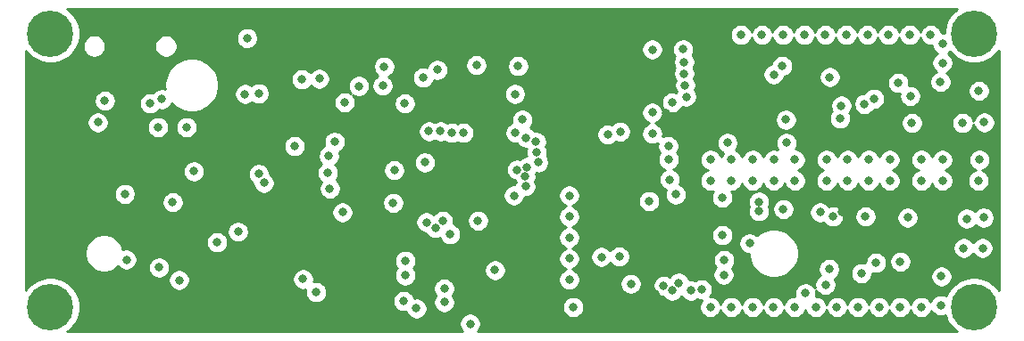
<source format=gbr>
G04 #@! TF.GenerationSoftware,KiCad,Pcbnew,(5.1.5)-3*
G04 #@! TF.CreationDate,2020-05-17T20:07:58+05:30*
G04 #@! TF.ProjectId,ArmTrax,41726d54-7261-4782-9e6b-696361645f70,rev?*
G04 #@! TF.SameCoordinates,Original*
G04 #@! TF.FileFunction,Copper,L3,Inr*
G04 #@! TF.FilePolarity,Positive*
%FSLAX46Y46*%
G04 Gerber Fmt 4.6, Leading zero omitted, Abs format (unit mm)*
G04 Created by KiCad (PCBNEW (5.1.5)-3) date 2020-05-17 20:07:58*
%MOMM*%
%LPD*%
G04 APERTURE LIST*
%ADD10C,4.400000*%
%ADD11C,0.700000*%
%ADD12C,0.800000*%
%ADD13C,0.254000*%
G04 APERTURE END LIST*
D10*
X150400000Y-76700000D03*
D11*
X152050000Y-76700000D03*
X151566726Y-77866726D03*
X150400000Y-78350000D03*
X149233274Y-77866726D03*
X148750000Y-76700000D03*
X149233274Y-75533274D03*
X150400000Y-75050000D03*
X151566726Y-75533274D03*
D10*
X150400000Y-50700000D03*
D11*
X152050000Y-50700000D03*
X151566726Y-51866726D03*
X150400000Y-52350000D03*
X149233274Y-51866726D03*
X148750000Y-50700000D03*
X149233274Y-49533274D03*
X150400000Y-49050000D03*
X151566726Y-49533274D03*
D10*
X62800000Y-76700000D03*
D11*
X64450000Y-76700000D03*
X63966726Y-77866726D03*
X62800000Y-78350000D03*
X61633274Y-77866726D03*
X61150000Y-76700000D03*
X61633274Y-75533274D03*
X62800000Y-75050000D03*
X63966726Y-75533274D03*
X63966726Y-49533274D03*
X62800000Y-49050000D03*
X61633274Y-49533274D03*
X61150000Y-50700000D03*
X61633274Y-51866726D03*
X62800000Y-52350000D03*
X63966726Y-51866726D03*
X64450000Y-50700000D03*
D10*
X62800000Y-50700000D03*
D12*
X147400000Y-64700000D03*
X138400000Y-64700000D03*
X136400000Y-64700000D03*
X133400000Y-64700000D03*
X131400000Y-64700000D03*
X129400000Y-64700000D03*
X127400000Y-64700000D03*
X125400000Y-64700000D03*
X121520010Y-64579990D03*
X112000000Y-66100000D03*
X112000000Y-68100000D03*
X112000000Y-70100000D03*
X112000000Y-72100000D03*
X112000000Y-74100000D03*
X112379999Y-76720001D03*
X125379999Y-76720001D03*
X127379999Y-76720001D03*
X129379999Y-76720001D03*
X131379999Y-76720001D03*
X133379999Y-76720001D03*
X135379999Y-76720001D03*
X137379999Y-76720001D03*
X139379999Y-76720001D03*
X141379999Y-76720001D03*
X143379999Y-76720001D03*
X145379999Y-76720001D03*
X147250000Y-76550000D03*
X140400000Y-64700000D03*
X142400000Y-64700000D03*
X145400000Y-64700000D03*
X147400000Y-62700000D03*
X145400000Y-62700000D03*
X142400000Y-62700000D03*
X140400000Y-62700000D03*
X138400000Y-62700000D03*
X136400000Y-62700000D03*
X133400000Y-62700000D03*
X131400000Y-62700000D03*
X129400000Y-62700000D03*
X127400000Y-62700000D03*
X125400000Y-62700000D03*
X121429999Y-62670001D03*
X119879999Y-60220001D03*
X119879999Y-58220001D03*
X119879999Y-52220001D03*
X128279999Y-50820001D03*
X130279999Y-50820001D03*
X132279999Y-50820001D03*
X134279999Y-50820001D03*
X136279999Y-50820001D03*
X138279999Y-50820001D03*
X140279999Y-50820001D03*
X142279999Y-50820001D03*
X144279999Y-50820001D03*
X146279999Y-50820001D03*
X147400000Y-51700000D03*
X147400000Y-53500000D03*
X147300000Y-73800000D03*
X150800000Y-64700000D03*
X150900000Y-62700000D03*
X136700000Y-54850000D03*
X137675000Y-58775000D03*
X132550000Y-58900000D03*
X132600000Y-61100000D03*
X140000000Y-57400000D03*
X140900000Y-56900000D03*
X143200000Y-55400000D03*
X147200000Y-55300000D03*
X149300000Y-59200000D03*
X151300000Y-68200000D03*
X151200000Y-71100000D03*
X149400000Y-71100000D03*
X149700000Y-68300000D03*
X144100000Y-68200000D03*
X141100000Y-72500000D03*
X143400000Y-72400000D03*
X139700000Y-73500000D03*
X136300000Y-74600000D03*
X140100000Y-68100000D03*
X137000000Y-68100000D03*
X135800000Y-67700000D03*
X132300000Y-67400000D03*
X130000000Y-66700000D03*
X130000000Y-67600000D03*
X126500000Y-66300000D03*
X122800000Y-52200000D03*
X121400000Y-61400000D03*
X134400000Y-75400000D03*
X129100000Y-70650000D03*
X126650000Y-73650000D03*
X126518552Y-69876810D03*
X117850000Y-74500000D03*
X115050000Y-71950000D03*
X116750000Y-71900000D03*
X107550000Y-58900000D03*
X106900000Y-60150000D03*
X98150000Y-54900000D03*
X98700000Y-60000000D03*
X94450000Y-53850000D03*
X99500000Y-54150000D03*
X106750000Y-66100000D03*
X95300000Y-66800000D03*
X89750000Y-61000000D03*
X89200000Y-62350000D03*
X89100000Y-63950000D03*
X89300000Y-65450000D03*
X90700000Y-57250000D03*
X92050000Y-55700000D03*
X94300000Y-55650000D03*
X96400000Y-57350000D03*
X103350000Y-68500000D03*
X72250000Y-57350000D03*
X67950000Y-57100000D03*
X73000000Y-59600000D03*
X76400000Y-63800000D03*
X96300000Y-76150000D03*
X104950000Y-73200000D03*
X88300000Y-55000000D03*
X86650000Y-55050000D03*
X81450000Y-51150000D03*
X81250000Y-56450000D03*
X82550000Y-56400000D03*
X75000000Y-74155000D03*
X78600000Y-70550000D03*
X80600000Y-69550000D03*
X86750000Y-74050000D03*
X88000000Y-75300000D03*
X70000000Y-72200000D03*
X74400000Y-66750000D03*
X150850000Y-56150000D03*
X151350000Y-59150000D03*
X67300000Y-59150000D03*
X120961671Y-74677677D03*
X95400000Y-63700000D03*
X121750000Y-57250000D03*
X144500000Y-59200000D03*
X85950000Y-61400000D03*
X122100000Y-66000000D03*
X98300000Y-62950000D03*
X90500000Y-67700000D03*
X137850000Y-67650000D03*
X125350000Y-67350000D03*
X104950000Y-58000000D03*
X102850000Y-55100000D03*
X96900000Y-55900000D03*
X103400000Y-71350000D03*
X88450000Y-51450000D03*
X84200000Y-51400000D03*
X79450000Y-76100000D03*
X94250000Y-65550000D03*
X121150000Y-58300000D03*
X104650000Y-68250000D03*
X97650000Y-58850000D03*
X95550000Y-59700000D03*
X120200000Y-75450000D03*
X73100000Y-72950000D03*
X69850000Y-65950000D03*
X73350000Y-56950000D03*
X75700000Y-59600000D03*
X122900000Y-53400000D03*
X109050000Y-62950000D03*
X122900000Y-54500000D03*
X108000000Y-63400000D03*
X107150000Y-53800000D03*
X103200000Y-53700000D03*
X107900000Y-60600000D03*
X106850000Y-56450000D03*
X132200000Y-53800000D03*
X101950000Y-60150000D03*
X82550000Y-64050000D03*
X131400000Y-54600000D03*
X100850000Y-60150000D03*
X83050000Y-64900000D03*
X127000000Y-61100000D03*
X107840118Y-64306003D03*
X99800000Y-60000000D03*
X107050000Y-63650000D03*
X96450000Y-72300000D03*
X123000000Y-55600000D03*
X108900000Y-62000000D03*
X115650000Y-60300000D03*
X123100000Y-56700000D03*
X108850000Y-61000000D03*
X116831084Y-60031084D03*
X119581388Y-66645000D03*
X107851567Y-65225934D03*
X100150000Y-76250000D03*
X123550000Y-75150000D03*
X102600000Y-78300000D03*
X100700000Y-69800000D03*
X122378973Y-74413182D03*
X99995000Y-68516168D03*
X96450000Y-73700000D03*
X99300000Y-69200000D03*
X100150000Y-74950000D03*
X121754990Y-75143581D03*
X98450000Y-68650000D03*
X124550000Y-75050000D03*
X97500000Y-76850000D03*
X126700000Y-72250000D03*
X136650000Y-73100000D03*
X144350000Y-56650000D03*
X137800000Y-57550000D03*
D13*
G36*
X148592793Y-48497912D02*
G01*
X148197912Y-48892793D01*
X147887656Y-49357124D01*
X147673948Y-49873061D01*
X147565000Y-50420777D01*
X147565000Y-50677544D01*
X147501939Y-50665000D01*
X147304444Y-50665000D01*
X147275225Y-50518103D01*
X147197204Y-50329745D01*
X147083936Y-50160227D01*
X146939773Y-50016064D01*
X146770255Y-49902796D01*
X146581897Y-49824775D01*
X146381938Y-49785001D01*
X146178060Y-49785001D01*
X145978101Y-49824775D01*
X145789743Y-49902796D01*
X145620225Y-50016064D01*
X145476062Y-50160227D01*
X145362794Y-50329745D01*
X145284773Y-50518103D01*
X145279999Y-50542104D01*
X145275225Y-50518103D01*
X145197204Y-50329745D01*
X145083936Y-50160227D01*
X144939773Y-50016064D01*
X144770255Y-49902796D01*
X144581897Y-49824775D01*
X144381938Y-49785001D01*
X144178060Y-49785001D01*
X143978101Y-49824775D01*
X143789743Y-49902796D01*
X143620225Y-50016064D01*
X143476062Y-50160227D01*
X143362794Y-50329745D01*
X143284773Y-50518103D01*
X143279999Y-50542104D01*
X143275225Y-50518103D01*
X143197204Y-50329745D01*
X143083936Y-50160227D01*
X142939773Y-50016064D01*
X142770255Y-49902796D01*
X142581897Y-49824775D01*
X142381938Y-49785001D01*
X142178060Y-49785001D01*
X141978101Y-49824775D01*
X141789743Y-49902796D01*
X141620225Y-50016064D01*
X141476062Y-50160227D01*
X141362794Y-50329745D01*
X141284773Y-50518103D01*
X141279999Y-50542104D01*
X141275225Y-50518103D01*
X141197204Y-50329745D01*
X141083936Y-50160227D01*
X140939773Y-50016064D01*
X140770255Y-49902796D01*
X140581897Y-49824775D01*
X140381938Y-49785001D01*
X140178060Y-49785001D01*
X139978101Y-49824775D01*
X139789743Y-49902796D01*
X139620225Y-50016064D01*
X139476062Y-50160227D01*
X139362794Y-50329745D01*
X139284773Y-50518103D01*
X139279999Y-50542104D01*
X139275225Y-50518103D01*
X139197204Y-50329745D01*
X139083936Y-50160227D01*
X138939773Y-50016064D01*
X138770255Y-49902796D01*
X138581897Y-49824775D01*
X138381938Y-49785001D01*
X138178060Y-49785001D01*
X137978101Y-49824775D01*
X137789743Y-49902796D01*
X137620225Y-50016064D01*
X137476062Y-50160227D01*
X137362794Y-50329745D01*
X137284773Y-50518103D01*
X137279999Y-50542104D01*
X137275225Y-50518103D01*
X137197204Y-50329745D01*
X137083936Y-50160227D01*
X136939773Y-50016064D01*
X136770255Y-49902796D01*
X136581897Y-49824775D01*
X136381938Y-49785001D01*
X136178060Y-49785001D01*
X135978101Y-49824775D01*
X135789743Y-49902796D01*
X135620225Y-50016064D01*
X135476062Y-50160227D01*
X135362794Y-50329745D01*
X135284773Y-50518103D01*
X135279999Y-50542104D01*
X135275225Y-50518103D01*
X135197204Y-50329745D01*
X135083936Y-50160227D01*
X134939773Y-50016064D01*
X134770255Y-49902796D01*
X134581897Y-49824775D01*
X134381938Y-49785001D01*
X134178060Y-49785001D01*
X133978101Y-49824775D01*
X133789743Y-49902796D01*
X133620225Y-50016064D01*
X133476062Y-50160227D01*
X133362794Y-50329745D01*
X133284773Y-50518103D01*
X133279999Y-50542104D01*
X133275225Y-50518103D01*
X133197204Y-50329745D01*
X133083936Y-50160227D01*
X132939773Y-50016064D01*
X132770255Y-49902796D01*
X132581897Y-49824775D01*
X132381938Y-49785001D01*
X132178060Y-49785001D01*
X131978101Y-49824775D01*
X131789743Y-49902796D01*
X131620225Y-50016064D01*
X131476062Y-50160227D01*
X131362794Y-50329745D01*
X131284773Y-50518103D01*
X131279999Y-50542104D01*
X131275225Y-50518103D01*
X131197204Y-50329745D01*
X131083936Y-50160227D01*
X130939773Y-50016064D01*
X130770255Y-49902796D01*
X130581897Y-49824775D01*
X130381938Y-49785001D01*
X130178060Y-49785001D01*
X129978101Y-49824775D01*
X129789743Y-49902796D01*
X129620225Y-50016064D01*
X129476062Y-50160227D01*
X129362794Y-50329745D01*
X129284773Y-50518103D01*
X129279999Y-50542104D01*
X129275225Y-50518103D01*
X129197204Y-50329745D01*
X129083936Y-50160227D01*
X128939773Y-50016064D01*
X128770255Y-49902796D01*
X128581897Y-49824775D01*
X128381938Y-49785001D01*
X128178060Y-49785001D01*
X127978101Y-49824775D01*
X127789743Y-49902796D01*
X127620225Y-50016064D01*
X127476062Y-50160227D01*
X127362794Y-50329745D01*
X127284773Y-50518103D01*
X127244999Y-50718062D01*
X127244999Y-50921940D01*
X127284773Y-51121899D01*
X127362794Y-51310257D01*
X127476062Y-51479775D01*
X127620225Y-51623938D01*
X127789743Y-51737206D01*
X127978101Y-51815227D01*
X128178060Y-51855001D01*
X128381938Y-51855001D01*
X128581897Y-51815227D01*
X128770255Y-51737206D01*
X128939773Y-51623938D01*
X129083936Y-51479775D01*
X129197204Y-51310257D01*
X129275225Y-51121899D01*
X129279999Y-51097898D01*
X129284773Y-51121899D01*
X129362794Y-51310257D01*
X129476062Y-51479775D01*
X129620225Y-51623938D01*
X129789743Y-51737206D01*
X129978101Y-51815227D01*
X130178060Y-51855001D01*
X130381938Y-51855001D01*
X130581897Y-51815227D01*
X130770255Y-51737206D01*
X130939773Y-51623938D01*
X131083936Y-51479775D01*
X131197204Y-51310257D01*
X131275225Y-51121899D01*
X131279999Y-51097898D01*
X131284773Y-51121899D01*
X131362794Y-51310257D01*
X131476062Y-51479775D01*
X131620225Y-51623938D01*
X131789743Y-51737206D01*
X131978101Y-51815227D01*
X132178060Y-51855001D01*
X132381938Y-51855001D01*
X132581897Y-51815227D01*
X132770255Y-51737206D01*
X132939773Y-51623938D01*
X133083936Y-51479775D01*
X133197204Y-51310257D01*
X133275225Y-51121899D01*
X133279999Y-51097898D01*
X133284773Y-51121899D01*
X133362794Y-51310257D01*
X133476062Y-51479775D01*
X133620225Y-51623938D01*
X133789743Y-51737206D01*
X133978101Y-51815227D01*
X134178060Y-51855001D01*
X134381938Y-51855001D01*
X134581897Y-51815227D01*
X134770255Y-51737206D01*
X134939773Y-51623938D01*
X135083936Y-51479775D01*
X135197204Y-51310257D01*
X135275225Y-51121899D01*
X135279999Y-51097898D01*
X135284773Y-51121899D01*
X135362794Y-51310257D01*
X135476062Y-51479775D01*
X135620225Y-51623938D01*
X135789743Y-51737206D01*
X135978101Y-51815227D01*
X136178060Y-51855001D01*
X136381938Y-51855001D01*
X136581897Y-51815227D01*
X136770255Y-51737206D01*
X136939773Y-51623938D01*
X137083936Y-51479775D01*
X137197204Y-51310257D01*
X137275225Y-51121899D01*
X137279999Y-51097898D01*
X137284773Y-51121899D01*
X137362794Y-51310257D01*
X137476062Y-51479775D01*
X137620225Y-51623938D01*
X137789743Y-51737206D01*
X137978101Y-51815227D01*
X138178060Y-51855001D01*
X138381938Y-51855001D01*
X138581897Y-51815227D01*
X138770255Y-51737206D01*
X138939773Y-51623938D01*
X139083936Y-51479775D01*
X139197204Y-51310257D01*
X139275225Y-51121899D01*
X139279999Y-51097898D01*
X139284773Y-51121899D01*
X139362794Y-51310257D01*
X139476062Y-51479775D01*
X139620225Y-51623938D01*
X139789743Y-51737206D01*
X139978101Y-51815227D01*
X140178060Y-51855001D01*
X140381938Y-51855001D01*
X140581897Y-51815227D01*
X140770255Y-51737206D01*
X140939773Y-51623938D01*
X141083936Y-51479775D01*
X141197204Y-51310257D01*
X141275225Y-51121899D01*
X141279999Y-51097898D01*
X141284773Y-51121899D01*
X141362794Y-51310257D01*
X141476062Y-51479775D01*
X141620225Y-51623938D01*
X141789743Y-51737206D01*
X141978101Y-51815227D01*
X142178060Y-51855001D01*
X142381938Y-51855001D01*
X142581897Y-51815227D01*
X142770255Y-51737206D01*
X142939773Y-51623938D01*
X143083936Y-51479775D01*
X143197204Y-51310257D01*
X143275225Y-51121899D01*
X143279999Y-51097898D01*
X143284773Y-51121899D01*
X143362794Y-51310257D01*
X143476062Y-51479775D01*
X143620225Y-51623938D01*
X143789743Y-51737206D01*
X143978101Y-51815227D01*
X144178060Y-51855001D01*
X144381938Y-51855001D01*
X144581897Y-51815227D01*
X144770255Y-51737206D01*
X144939773Y-51623938D01*
X145083936Y-51479775D01*
X145197204Y-51310257D01*
X145275225Y-51121899D01*
X145279999Y-51097898D01*
X145284773Y-51121899D01*
X145362794Y-51310257D01*
X145476062Y-51479775D01*
X145620225Y-51623938D01*
X145789743Y-51737206D01*
X145978101Y-51815227D01*
X146178060Y-51855001D01*
X146375555Y-51855001D01*
X146404774Y-52001898D01*
X146482795Y-52190256D01*
X146596063Y-52359774D01*
X146740226Y-52503937D01*
X146883995Y-52600000D01*
X146740226Y-52696063D01*
X146596063Y-52840226D01*
X146482795Y-53009744D01*
X146404774Y-53198102D01*
X146365000Y-53398061D01*
X146365000Y-53601939D01*
X146404774Y-53801898D01*
X146482795Y-53990256D01*
X146596063Y-54159774D01*
X146740226Y-54303937D01*
X146801416Y-54344823D01*
X146709744Y-54382795D01*
X146540226Y-54496063D01*
X146396063Y-54640226D01*
X146282795Y-54809744D01*
X146204774Y-54998102D01*
X146165000Y-55198061D01*
X146165000Y-55401939D01*
X146204774Y-55601898D01*
X146282795Y-55790256D01*
X146396063Y-55959774D01*
X146540226Y-56103937D01*
X146709744Y-56217205D01*
X146898102Y-56295226D01*
X147098061Y-56335000D01*
X147301939Y-56335000D01*
X147501898Y-56295226D01*
X147690256Y-56217205D01*
X147859774Y-56103937D01*
X147915650Y-56048061D01*
X149815000Y-56048061D01*
X149815000Y-56251939D01*
X149854774Y-56451898D01*
X149932795Y-56640256D01*
X150046063Y-56809774D01*
X150190226Y-56953937D01*
X150359744Y-57067205D01*
X150548102Y-57145226D01*
X150748061Y-57185000D01*
X150951939Y-57185000D01*
X151151898Y-57145226D01*
X151340256Y-57067205D01*
X151509774Y-56953937D01*
X151653937Y-56809774D01*
X151767205Y-56640256D01*
X151845226Y-56451898D01*
X151885000Y-56251939D01*
X151885000Y-56048061D01*
X151845226Y-55848102D01*
X151767205Y-55659744D01*
X151653937Y-55490226D01*
X151509774Y-55346063D01*
X151340256Y-55232795D01*
X151151898Y-55154774D01*
X150951939Y-55115000D01*
X150748061Y-55115000D01*
X150548102Y-55154774D01*
X150359744Y-55232795D01*
X150190226Y-55346063D01*
X150046063Y-55490226D01*
X149932795Y-55659744D01*
X149854774Y-55848102D01*
X149815000Y-56048061D01*
X147915650Y-56048061D01*
X148003937Y-55959774D01*
X148117205Y-55790256D01*
X148195226Y-55601898D01*
X148235000Y-55401939D01*
X148235000Y-55198061D01*
X148195226Y-54998102D01*
X148117205Y-54809744D01*
X148003937Y-54640226D01*
X147859774Y-54496063D01*
X147798584Y-54455177D01*
X147890256Y-54417205D01*
X148059774Y-54303937D01*
X148203937Y-54159774D01*
X148317205Y-53990256D01*
X148395226Y-53801898D01*
X148435000Y-53601939D01*
X148435000Y-53398061D01*
X148395226Y-53198102D01*
X148317205Y-53009744D01*
X148203937Y-52840226D01*
X148059774Y-52696063D01*
X147916005Y-52600000D01*
X148059774Y-52503937D01*
X148141272Y-52422439D01*
X148197912Y-52507207D01*
X148592793Y-52902088D01*
X149057124Y-53212344D01*
X149573061Y-53426052D01*
X150120777Y-53535000D01*
X150679223Y-53535000D01*
X151226939Y-53426052D01*
X151742876Y-53212344D01*
X152207207Y-52902088D01*
X152602088Y-52507207D01*
X152740000Y-52300807D01*
X152740001Y-75099194D01*
X152602088Y-74892793D01*
X152207207Y-74497912D01*
X151742876Y-74187656D01*
X151226939Y-73973948D01*
X150679223Y-73865000D01*
X150120777Y-73865000D01*
X149573061Y-73973948D01*
X149057124Y-74187656D01*
X148592793Y-74497912D01*
X148197912Y-74892793D01*
X147887656Y-75357124D01*
X147766270Y-75650177D01*
X147740256Y-75632795D01*
X147551898Y-75554774D01*
X147351939Y-75515000D01*
X147148061Y-75515000D01*
X146948102Y-75554774D01*
X146759744Y-75632795D01*
X146590226Y-75746063D01*
X146446063Y-75890226D01*
X146332795Y-76059744D01*
X146275705Y-76197570D01*
X146183936Y-76060227D01*
X146039773Y-75916064D01*
X145870255Y-75802796D01*
X145681897Y-75724775D01*
X145481938Y-75685001D01*
X145278060Y-75685001D01*
X145078101Y-75724775D01*
X144889743Y-75802796D01*
X144720225Y-75916064D01*
X144576062Y-76060227D01*
X144462794Y-76229745D01*
X144384773Y-76418103D01*
X144379999Y-76442104D01*
X144375225Y-76418103D01*
X144297204Y-76229745D01*
X144183936Y-76060227D01*
X144039773Y-75916064D01*
X143870255Y-75802796D01*
X143681897Y-75724775D01*
X143481938Y-75685001D01*
X143278060Y-75685001D01*
X143078101Y-75724775D01*
X142889743Y-75802796D01*
X142720225Y-75916064D01*
X142576062Y-76060227D01*
X142462794Y-76229745D01*
X142384773Y-76418103D01*
X142379999Y-76442104D01*
X142375225Y-76418103D01*
X142297204Y-76229745D01*
X142183936Y-76060227D01*
X142039773Y-75916064D01*
X141870255Y-75802796D01*
X141681897Y-75724775D01*
X141481938Y-75685001D01*
X141278060Y-75685001D01*
X141078101Y-75724775D01*
X140889743Y-75802796D01*
X140720225Y-75916064D01*
X140576062Y-76060227D01*
X140462794Y-76229745D01*
X140384773Y-76418103D01*
X140379999Y-76442104D01*
X140375225Y-76418103D01*
X140297204Y-76229745D01*
X140183936Y-76060227D01*
X140039773Y-75916064D01*
X139870255Y-75802796D01*
X139681897Y-75724775D01*
X139481938Y-75685001D01*
X139278060Y-75685001D01*
X139078101Y-75724775D01*
X138889743Y-75802796D01*
X138720225Y-75916064D01*
X138576062Y-76060227D01*
X138462794Y-76229745D01*
X138384773Y-76418103D01*
X138379999Y-76442104D01*
X138375225Y-76418103D01*
X138297204Y-76229745D01*
X138183936Y-76060227D01*
X138039773Y-75916064D01*
X137870255Y-75802796D01*
X137681897Y-75724775D01*
X137481938Y-75685001D01*
X137278060Y-75685001D01*
X137078101Y-75724775D01*
X136889743Y-75802796D01*
X136720225Y-75916064D01*
X136576062Y-76060227D01*
X136462794Y-76229745D01*
X136384773Y-76418103D01*
X136379999Y-76442104D01*
X136375225Y-76418103D01*
X136297204Y-76229745D01*
X136183936Y-76060227D01*
X136039773Y-75916064D01*
X135870255Y-75802796D01*
X135681897Y-75724775D01*
X135481938Y-75685001D01*
X135398587Y-75685001D01*
X135435000Y-75501939D01*
X135435000Y-75298061D01*
X135398273Y-75113421D01*
X135496063Y-75259774D01*
X135640226Y-75403937D01*
X135809744Y-75517205D01*
X135998102Y-75595226D01*
X136198061Y-75635000D01*
X136401939Y-75635000D01*
X136601898Y-75595226D01*
X136790256Y-75517205D01*
X136959774Y-75403937D01*
X137103937Y-75259774D01*
X137217205Y-75090256D01*
X137295226Y-74901898D01*
X137335000Y-74701939D01*
X137335000Y-74498061D01*
X137295226Y-74298102D01*
X137217205Y-74109744D01*
X137150707Y-74010222D01*
X137309774Y-73903937D01*
X137453937Y-73759774D01*
X137567205Y-73590256D01*
X137645226Y-73401898D01*
X137645989Y-73398061D01*
X138665000Y-73398061D01*
X138665000Y-73601939D01*
X138704774Y-73801898D01*
X138782795Y-73990256D01*
X138896063Y-74159774D01*
X139040226Y-74303937D01*
X139209744Y-74417205D01*
X139398102Y-74495226D01*
X139598061Y-74535000D01*
X139801939Y-74535000D01*
X140001898Y-74495226D01*
X140190256Y-74417205D01*
X140359774Y-74303937D01*
X140503937Y-74159774D01*
X140617205Y-73990256D01*
X140695226Y-73801898D01*
X140715880Y-73698061D01*
X146265000Y-73698061D01*
X146265000Y-73901939D01*
X146304774Y-74101898D01*
X146382795Y-74290256D01*
X146496063Y-74459774D01*
X146640226Y-74603937D01*
X146809744Y-74717205D01*
X146998102Y-74795226D01*
X147198061Y-74835000D01*
X147401939Y-74835000D01*
X147601898Y-74795226D01*
X147790256Y-74717205D01*
X147959774Y-74603937D01*
X148103937Y-74459774D01*
X148217205Y-74290256D01*
X148295226Y-74101898D01*
X148335000Y-73901939D01*
X148335000Y-73698061D01*
X148295226Y-73498102D01*
X148217205Y-73309744D01*
X148103937Y-73140226D01*
X147959774Y-72996063D01*
X147790256Y-72882795D01*
X147601898Y-72804774D01*
X147401939Y-72765000D01*
X147198061Y-72765000D01*
X146998102Y-72804774D01*
X146809744Y-72882795D01*
X146640226Y-72996063D01*
X146496063Y-73140226D01*
X146382795Y-73309744D01*
X146304774Y-73498102D01*
X146265000Y-73698061D01*
X140715880Y-73698061D01*
X140735000Y-73601939D01*
X140735000Y-73469088D01*
X140798102Y-73495226D01*
X140998061Y-73535000D01*
X141201939Y-73535000D01*
X141401898Y-73495226D01*
X141590256Y-73417205D01*
X141759774Y-73303937D01*
X141903937Y-73159774D01*
X142017205Y-72990256D01*
X142095226Y-72801898D01*
X142135000Y-72601939D01*
X142135000Y-72398061D01*
X142115109Y-72298061D01*
X142365000Y-72298061D01*
X142365000Y-72501939D01*
X142404774Y-72701898D01*
X142482795Y-72890256D01*
X142596063Y-73059774D01*
X142740226Y-73203937D01*
X142909744Y-73317205D01*
X143098102Y-73395226D01*
X143298061Y-73435000D01*
X143501939Y-73435000D01*
X143701898Y-73395226D01*
X143890256Y-73317205D01*
X144059774Y-73203937D01*
X144203937Y-73059774D01*
X144317205Y-72890256D01*
X144395226Y-72701898D01*
X144435000Y-72501939D01*
X144435000Y-72298061D01*
X144395226Y-72098102D01*
X144317205Y-71909744D01*
X144203937Y-71740226D01*
X144059774Y-71596063D01*
X143890256Y-71482795D01*
X143701898Y-71404774D01*
X143501939Y-71365000D01*
X143298061Y-71365000D01*
X143098102Y-71404774D01*
X142909744Y-71482795D01*
X142740226Y-71596063D01*
X142596063Y-71740226D01*
X142482795Y-71909744D01*
X142404774Y-72098102D01*
X142365000Y-72298061D01*
X142115109Y-72298061D01*
X142095226Y-72198102D01*
X142017205Y-72009744D01*
X141903937Y-71840226D01*
X141759774Y-71696063D01*
X141590256Y-71582795D01*
X141401898Y-71504774D01*
X141201939Y-71465000D01*
X140998061Y-71465000D01*
X140798102Y-71504774D01*
X140609744Y-71582795D01*
X140440226Y-71696063D01*
X140296063Y-71840226D01*
X140182795Y-72009744D01*
X140104774Y-72198102D01*
X140065000Y-72398061D01*
X140065000Y-72530912D01*
X140001898Y-72504774D01*
X139801939Y-72465000D01*
X139598061Y-72465000D01*
X139398102Y-72504774D01*
X139209744Y-72582795D01*
X139040226Y-72696063D01*
X138896063Y-72840226D01*
X138782795Y-73009744D01*
X138704774Y-73198102D01*
X138665000Y-73398061D01*
X137645989Y-73398061D01*
X137685000Y-73201939D01*
X137685000Y-72998061D01*
X137645226Y-72798102D01*
X137567205Y-72609744D01*
X137453937Y-72440226D01*
X137309774Y-72296063D01*
X137140256Y-72182795D01*
X136951898Y-72104774D01*
X136751939Y-72065000D01*
X136548061Y-72065000D01*
X136348102Y-72104774D01*
X136159744Y-72182795D01*
X135990226Y-72296063D01*
X135846063Y-72440226D01*
X135732795Y-72609744D01*
X135654774Y-72798102D01*
X135615000Y-72998061D01*
X135615000Y-73201939D01*
X135654774Y-73401898D01*
X135732795Y-73590256D01*
X135799293Y-73689778D01*
X135640226Y-73796063D01*
X135496063Y-73940226D01*
X135382795Y-74109744D01*
X135304774Y-74298102D01*
X135265000Y-74498061D01*
X135265000Y-74701939D01*
X135301727Y-74886579D01*
X135203937Y-74740226D01*
X135059774Y-74596063D01*
X134890256Y-74482795D01*
X134701898Y-74404774D01*
X134501939Y-74365000D01*
X134298061Y-74365000D01*
X134098102Y-74404774D01*
X133909744Y-74482795D01*
X133740226Y-74596063D01*
X133596063Y-74740226D01*
X133482795Y-74909744D01*
X133404774Y-75098102D01*
X133365000Y-75298061D01*
X133365000Y-75501939D01*
X133401413Y-75685001D01*
X133278060Y-75685001D01*
X133078101Y-75724775D01*
X132889743Y-75802796D01*
X132720225Y-75916064D01*
X132576062Y-76060227D01*
X132462794Y-76229745D01*
X132384773Y-76418103D01*
X132379999Y-76442104D01*
X132375225Y-76418103D01*
X132297204Y-76229745D01*
X132183936Y-76060227D01*
X132039773Y-75916064D01*
X131870255Y-75802796D01*
X131681897Y-75724775D01*
X131481938Y-75685001D01*
X131278060Y-75685001D01*
X131078101Y-75724775D01*
X130889743Y-75802796D01*
X130720225Y-75916064D01*
X130576062Y-76060227D01*
X130462794Y-76229745D01*
X130384773Y-76418103D01*
X130379999Y-76442104D01*
X130375225Y-76418103D01*
X130297204Y-76229745D01*
X130183936Y-76060227D01*
X130039773Y-75916064D01*
X129870255Y-75802796D01*
X129681897Y-75724775D01*
X129481938Y-75685001D01*
X129278060Y-75685001D01*
X129078101Y-75724775D01*
X128889743Y-75802796D01*
X128720225Y-75916064D01*
X128576062Y-76060227D01*
X128462794Y-76229745D01*
X128384773Y-76418103D01*
X128379999Y-76442104D01*
X128375225Y-76418103D01*
X128297204Y-76229745D01*
X128183936Y-76060227D01*
X128039773Y-75916064D01*
X127870255Y-75802796D01*
X127681897Y-75724775D01*
X127481938Y-75685001D01*
X127278060Y-75685001D01*
X127078101Y-75724775D01*
X126889743Y-75802796D01*
X126720225Y-75916064D01*
X126576062Y-76060227D01*
X126462794Y-76229745D01*
X126384773Y-76418103D01*
X126379999Y-76442104D01*
X126375225Y-76418103D01*
X126297204Y-76229745D01*
X126183936Y-76060227D01*
X126039773Y-75916064D01*
X125870255Y-75802796D01*
X125681897Y-75724775D01*
X125481938Y-75685001D01*
X125370490Y-75685001D01*
X125467205Y-75540256D01*
X125545226Y-75351898D01*
X125585000Y-75151939D01*
X125585000Y-74948061D01*
X125545226Y-74748102D01*
X125467205Y-74559744D01*
X125353937Y-74390226D01*
X125209774Y-74246063D01*
X125040256Y-74132795D01*
X124851898Y-74054774D01*
X124651939Y-74015000D01*
X124448061Y-74015000D01*
X124248102Y-74054774D01*
X124059744Y-74132795D01*
X123959898Y-74199510D01*
X123851898Y-74154774D01*
X123651939Y-74115000D01*
X123448061Y-74115000D01*
X123377721Y-74128991D01*
X123374199Y-74111284D01*
X123296178Y-73922926D01*
X123182910Y-73753408D01*
X123038747Y-73609245D01*
X122947179Y-73548061D01*
X125615000Y-73548061D01*
X125615000Y-73751939D01*
X125654774Y-73951898D01*
X125732795Y-74140256D01*
X125846063Y-74309774D01*
X125990226Y-74453937D01*
X126159744Y-74567205D01*
X126348102Y-74645226D01*
X126548061Y-74685000D01*
X126751939Y-74685000D01*
X126951898Y-74645226D01*
X127140256Y-74567205D01*
X127309774Y-74453937D01*
X127453937Y-74309774D01*
X127567205Y-74140256D01*
X127645226Y-73951898D01*
X127685000Y-73751939D01*
X127685000Y-73548061D01*
X127645226Y-73348102D01*
X127567205Y-73159744D01*
X127453937Y-72990226D01*
X127438711Y-72975000D01*
X127503937Y-72909774D01*
X127617205Y-72740256D01*
X127695226Y-72551898D01*
X127735000Y-72351939D01*
X127735000Y-72148061D01*
X127695226Y-71948102D01*
X127617205Y-71759744D01*
X127503937Y-71590226D01*
X127359774Y-71446063D01*
X127190256Y-71332795D01*
X127001898Y-71254774D01*
X126801939Y-71215000D01*
X126598061Y-71215000D01*
X126398102Y-71254774D01*
X126209744Y-71332795D01*
X126040226Y-71446063D01*
X125896063Y-71590226D01*
X125782795Y-71759744D01*
X125704774Y-71948102D01*
X125665000Y-72148061D01*
X125665000Y-72351939D01*
X125704774Y-72551898D01*
X125782795Y-72740256D01*
X125896063Y-72909774D01*
X125911289Y-72925000D01*
X125846063Y-72990226D01*
X125732795Y-73159744D01*
X125654774Y-73348102D01*
X125615000Y-73548061D01*
X122947179Y-73548061D01*
X122869229Y-73495977D01*
X122680871Y-73417956D01*
X122480912Y-73378182D01*
X122277034Y-73378182D01*
X122077075Y-73417956D01*
X121888717Y-73495977D01*
X121719199Y-73609245D01*
X121575036Y-73753408D01*
X121533774Y-73815161D01*
X121451927Y-73760472D01*
X121263569Y-73682451D01*
X121063610Y-73642677D01*
X120859732Y-73642677D01*
X120659773Y-73682451D01*
X120471415Y-73760472D01*
X120301897Y-73873740D01*
X120157734Y-74017903D01*
X120044466Y-74187421D01*
X119966445Y-74375779D01*
X119926671Y-74575738D01*
X119926671Y-74779616D01*
X119966445Y-74979575D01*
X120044466Y-75167933D01*
X120157734Y-75337451D01*
X120301897Y-75481614D01*
X120471415Y-75594882D01*
X120659773Y-75672903D01*
X120859732Y-75712677D01*
X120890464Y-75712677D01*
X120951053Y-75803355D01*
X121095216Y-75947518D01*
X121264734Y-76060786D01*
X121453092Y-76138807D01*
X121653051Y-76178581D01*
X121856929Y-76178581D01*
X122056888Y-76138807D01*
X122245246Y-76060786D01*
X122414764Y-75947518D01*
X122558927Y-75803355D01*
X122650350Y-75666530D01*
X122746063Y-75809774D01*
X122890226Y-75953937D01*
X123059744Y-76067205D01*
X123248102Y-76145226D01*
X123448061Y-76185000D01*
X123651939Y-76185000D01*
X123851898Y-76145226D01*
X124040256Y-76067205D01*
X124140102Y-76000490D01*
X124248102Y-76045226D01*
X124448061Y-76085000D01*
X124559509Y-76085000D01*
X124462794Y-76229745D01*
X124384773Y-76418103D01*
X124344999Y-76618062D01*
X124344999Y-76821940D01*
X124384773Y-77021899D01*
X124462794Y-77210257D01*
X124576062Y-77379775D01*
X124720225Y-77523938D01*
X124889743Y-77637206D01*
X125078101Y-77715227D01*
X125278060Y-77755001D01*
X125481938Y-77755001D01*
X125681897Y-77715227D01*
X125870255Y-77637206D01*
X126039773Y-77523938D01*
X126183936Y-77379775D01*
X126297204Y-77210257D01*
X126375225Y-77021899D01*
X126379999Y-76997898D01*
X126384773Y-77021899D01*
X126462794Y-77210257D01*
X126576062Y-77379775D01*
X126720225Y-77523938D01*
X126889743Y-77637206D01*
X127078101Y-77715227D01*
X127278060Y-77755001D01*
X127481938Y-77755001D01*
X127681897Y-77715227D01*
X127870255Y-77637206D01*
X128039773Y-77523938D01*
X128183936Y-77379775D01*
X128297204Y-77210257D01*
X128375225Y-77021899D01*
X128379999Y-76997898D01*
X128384773Y-77021899D01*
X128462794Y-77210257D01*
X128576062Y-77379775D01*
X128720225Y-77523938D01*
X128889743Y-77637206D01*
X129078101Y-77715227D01*
X129278060Y-77755001D01*
X129481938Y-77755001D01*
X129681897Y-77715227D01*
X129870255Y-77637206D01*
X130039773Y-77523938D01*
X130183936Y-77379775D01*
X130297204Y-77210257D01*
X130375225Y-77021899D01*
X130379999Y-76997898D01*
X130384773Y-77021899D01*
X130462794Y-77210257D01*
X130576062Y-77379775D01*
X130720225Y-77523938D01*
X130889743Y-77637206D01*
X131078101Y-77715227D01*
X131278060Y-77755001D01*
X131481938Y-77755001D01*
X131681897Y-77715227D01*
X131870255Y-77637206D01*
X132039773Y-77523938D01*
X132183936Y-77379775D01*
X132297204Y-77210257D01*
X132375225Y-77021899D01*
X132379999Y-76997898D01*
X132384773Y-77021899D01*
X132462794Y-77210257D01*
X132576062Y-77379775D01*
X132720225Y-77523938D01*
X132889743Y-77637206D01*
X133078101Y-77715227D01*
X133278060Y-77755001D01*
X133481938Y-77755001D01*
X133681897Y-77715227D01*
X133870255Y-77637206D01*
X134039773Y-77523938D01*
X134183936Y-77379775D01*
X134297204Y-77210257D01*
X134375225Y-77021899D01*
X134379999Y-76997898D01*
X134384773Y-77021899D01*
X134462794Y-77210257D01*
X134576062Y-77379775D01*
X134720225Y-77523938D01*
X134889743Y-77637206D01*
X135078101Y-77715227D01*
X135278060Y-77755001D01*
X135481938Y-77755001D01*
X135681897Y-77715227D01*
X135870255Y-77637206D01*
X136039773Y-77523938D01*
X136183936Y-77379775D01*
X136297204Y-77210257D01*
X136375225Y-77021899D01*
X136379999Y-76997898D01*
X136384773Y-77021899D01*
X136462794Y-77210257D01*
X136576062Y-77379775D01*
X136720225Y-77523938D01*
X136889743Y-77637206D01*
X137078101Y-77715227D01*
X137278060Y-77755001D01*
X137481938Y-77755001D01*
X137681897Y-77715227D01*
X137870255Y-77637206D01*
X138039773Y-77523938D01*
X138183936Y-77379775D01*
X138297204Y-77210257D01*
X138375225Y-77021899D01*
X138379999Y-76997898D01*
X138384773Y-77021899D01*
X138462794Y-77210257D01*
X138576062Y-77379775D01*
X138720225Y-77523938D01*
X138889743Y-77637206D01*
X139078101Y-77715227D01*
X139278060Y-77755001D01*
X139481938Y-77755001D01*
X139681897Y-77715227D01*
X139870255Y-77637206D01*
X140039773Y-77523938D01*
X140183936Y-77379775D01*
X140297204Y-77210257D01*
X140375225Y-77021899D01*
X140379999Y-76997898D01*
X140384773Y-77021899D01*
X140462794Y-77210257D01*
X140576062Y-77379775D01*
X140720225Y-77523938D01*
X140889743Y-77637206D01*
X141078101Y-77715227D01*
X141278060Y-77755001D01*
X141481938Y-77755001D01*
X141681897Y-77715227D01*
X141870255Y-77637206D01*
X142039773Y-77523938D01*
X142183936Y-77379775D01*
X142297204Y-77210257D01*
X142375225Y-77021899D01*
X142379999Y-76997898D01*
X142384773Y-77021899D01*
X142462794Y-77210257D01*
X142576062Y-77379775D01*
X142720225Y-77523938D01*
X142889743Y-77637206D01*
X143078101Y-77715227D01*
X143278060Y-77755001D01*
X143481938Y-77755001D01*
X143681897Y-77715227D01*
X143870255Y-77637206D01*
X144039773Y-77523938D01*
X144183936Y-77379775D01*
X144297204Y-77210257D01*
X144375225Y-77021899D01*
X144379999Y-76997898D01*
X144384773Y-77021899D01*
X144462794Y-77210257D01*
X144576062Y-77379775D01*
X144720225Y-77523938D01*
X144889743Y-77637206D01*
X145078101Y-77715227D01*
X145278060Y-77755001D01*
X145481938Y-77755001D01*
X145681897Y-77715227D01*
X145870255Y-77637206D01*
X146039773Y-77523938D01*
X146183936Y-77379775D01*
X146297204Y-77210257D01*
X146354294Y-77072431D01*
X146446063Y-77209774D01*
X146590226Y-77353937D01*
X146759744Y-77467205D01*
X146948102Y-77545226D01*
X147148061Y-77585000D01*
X147351939Y-77585000D01*
X147551898Y-77545226D01*
X147668018Y-77497127D01*
X147673948Y-77526939D01*
X147887656Y-78042876D01*
X148197912Y-78507207D01*
X148592793Y-78902088D01*
X148799193Y-79040000D01*
X103323711Y-79040000D01*
X103403937Y-78959774D01*
X103517205Y-78790256D01*
X103595226Y-78601898D01*
X103635000Y-78401939D01*
X103635000Y-78198061D01*
X103595226Y-77998102D01*
X103517205Y-77809744D01*
X103403937Y-77640226D01*
X103259774Y-77496063D01*
X103090256Y-77382795D01*
X102901898Y-77304774D01*
X102701939Y-77265000D01*
X102498061Y-77265000D01*
X102298102Y-77304774D01*
X102109744Y-77382795D01*
X101940226Y-77496063D01*
X101796063Y-77640226D01*
X101682795Y-77809744D01*
X101604774Y-77998102D01*
X101565000Y-78198061D01*
X101565000Y-78401939D01*
X101604774Y-78601898D01*
X101682795Y-78790256D01*
X101796063Y-78959774D01*
X101876289Y-79040000D01*
X64400807Y-79040000D01*
X64607207Y-78902088D01*
X65002088Y-78507207D01*
X65312344Y-78042876D01*
X65526052Y-77526939D01*
X65635000Y-76979223D01*
X65635000Y-76420777D01*
X65526052Y-75873061D01*
X65312344Y-75357124D01*
X65002088Y-74892793D01*
X64607207Y-74497912D01*
X64142876Y-74187656D01*
X63817935Y-74053061D01*
X73965000Y-74053061D01*
X73965000Y-74256939D01*
X74004774Y-74456898D01*
X74082795Y-74645256D01*
X74196063Y-74814774D01*
X74340226Y-74958937D01*
X74509744Y-75072205D01*
X74698102Y-75150226D01*
X74898061Y-75190000D01*
X75101939Y-75190000D01*
X75301898Y-75150226D01*
X75490256Y-75072205D01*
X75659774Y-74958937D01*
X75803937Y-74814774D01*
X75917205Y-74645256D01*
X75995226Y-74456898D01*
X76035000Y-74256939D01*
X76035000Y-74053061D01*
X76014115Y-73948061D01*
X85715000Y-73948061D01*
X85715000Y-74151939D01*
X85754774Y-74351898D01*
X85832795Y-74540256D01*
X85946063Y-74709774D01*
X86090226Y-74853937D01*
X86259744Y-74967205D01*
X86448102Y-75045226D01*
X86648061Y-75085000D01*
X86851939Y-75085000D01*
X86993073Y-75056927D01*
X86965000Y-75198061D01*
X86965000Y-75401939D01*
X87004774Y-75601898D01*
X87082795Y-75790256D01*
X87196063Y-75959774D01*
X87340226Y-76103937D01*
X87509744Y-76217205D01*
X87698102Y-76295226D01*
X87898061Y-76335000D01*
X88101939Y-76335000D01*
X88301898Y-76295226D01*
X88490256Y-76217205D01*
X88659774Y-76103937D01*
X88715650Y-76048061D01*
X95265000Y-76048061D01*
X95265000Y-76251939D01*
X95304774Y-76451898D01*
X95382795Y-76640256D01*
X95496063Y-76809774D01*
X95640226Y-76953937D01*
X95809744Y-77067205D01*
X95998102Y-77145226D01*
X96198061Y-77185000D01*
X96401939Y-77185000D01*
X96509614Y-77163582D01*
X96582795Y-77340256D01*
X96696063Y-77509774D01*
X96840226Y-77653937D01*
X97009744Y-77767205D01*
X97198102Y-77845226D01*
X97398061Y-77885000D01*
X97601939Y-77885000D01*
X97801898Y-77845226D01*
X97990256Y-77767205D01*
X98159774Y-77653937D01*
X98303937Y-77509774D01*
X98417205Y-77340256D01*
X98495226Y-77151898D01*
X98535000Y-76951939D01*
X98535000Y-76748061D01*
X98495226Y-76548102D01*
X98417205Y-76359744D01*
X98303937Y-76190226D01*
X98159774Y-76046063D01*
X97990256Y-75932795D01*
X97801898Y-75854774D01*
X97601939Y-75815000D01*
X97398061Y-75815000D01*
X97290386Y-75836418D01*
X97217205Y-75659744D01*
X97103937Y-75490226D01*
X96959774Y-75346063D01*
X96790256Y-75232795D01*
X96601898Y-75154774D01*
X96401939Y-75115000D01*
X96198061Y-75115000D01*
X95998102Y-75154774D01*
X95809744Y-75232795D01*
X95640226Y-75346063D01*
X95496063Y-75490226D01*
X95382795Y-75659744D01*
X95304774Y-75848102D01*
X95265000Y-76048061D01*
X88715650Y-76048061D01*
X88803937Y-75959774D01*
X88917205Y-75790256D01*
X88995226Y-75601898D01*
X89035000Y-75401939D01*
X89035000Y-75198061D01*
X88995226Y-74998102D01*
X88933077Y-74848061D01*
X99115000Y-74848061D01*
X99115000Y-75051939D01*
X99154774Y-75251898D01*
X99232795Y-75440256D01*
X99339532Y-75600000D01*
X99232795Y-75759744D01*
X99154774Y-75948102D01*
X99115000Y-76148061D01*
X99115000Y-76351939D01*
X99154774Y-76551898D01*
X99232795Y-76740256D01*
X99346063Y-76909774D01*
X99490226Y-77053937D01*
X99659744Y-77167205D01*
X99848102Y-77245226D01*
X100048061Y-77285000D01*
X100251939Y-77285000D01*
X100451898Y-77245226D01*
X100640256Y-77167205D01*
X100809774Y-77053937D01*
X100953937Y-76909774D01*
X101067205Y-76740256D01*
X101117819Y-76618062D01*
X111344999Y-76618062D01*
X111344999Y-76821940D01*
X111384773Y-77021899D01*
X111462794Y-77210257D01*
X111576062Y-77379775D01*
X111720225Y-77523938D01*
X111889743Y-77637206D01*
X112078101Y-77715227D01*
X112278060Y-77755001D01*
X112481938Y-77755001D01*
X112681897Y-77715227D01*
X112870255Y-77637206D01*
X113039773Y-77523938D01*
X113183936Y-77379775D01*
X113297204Y-77210257D01*
X113375225Y-77021899D01*
X113414999Y-76821940D01*
X113414999Y-76618062D01*
X113375225Y-76418103D01*
X113297204Y-76229745D01*
X113183936Y-76060227D01*
X113039773Y-75916064D01*
X112870255Y-75802796D01*
X112681897Y-75724775D01*
X112481938Y-75685001D01*
X112278060Y-75685001D01*
X112078101Y-75724775D01*
X111889743Y-75802796D01*
X111720225Y-75916064D01*
X111576062Y-76060227D01*
X111462794Y-76229745D01*
X111384773Y-76418103D01*
X111344999Y-76618062D01*
X101117819Y-76618062D01*
X101145226Y-76551898D01*
X101185000Y-76351939D01*
X101185000Y-76148061D01*
X101145226Y-75948102D01*
X101067205Y-75759744D01*
X100960468Y-75600000D01*
X101067205Y-75440256D01*
X101145226Y-75251898D01*
X101185000Y-75051939D01*
X101185000Y-74848061D01*
X101145226Y-74648102D01*
X101067205Y-74459744D01*
X100953937Y-74290226D01*
X100809774Y-74146063D01*
X100640256Y-74032795D01*
X100451898Y-73954774D01*
X100251939Y-73915000D01*
X100048061Y-73915000D01*
X99848102Y-73954774D01*
X99659744Y-74032795D01*
X99490226Y-74146063D01*
X99346063Y-74290226D01*
X99232795Y-74459744D01*
X99154774Y-74648102D01*
X99115000Y-74848061D01*
X88933077Y-74848061D01*
X88917205Y-74809744D01*
X88803937Y-74640226D01*
X88659774Y-74496063D01*
X88490256Y-74382795D01*
X88301898Y-74304774D01*
X88101939Y-74265000D01*
X87898061Y-74265000D01*
X87756927Y-74293073D01*
X87785000Y-74151939D01*
X87785000Y-73948061D01*
X87745226Y-73748102D01*
X87667205Y-73559744D01*
X87553937Y-73390226D01*
X87409774Y-73246063D01*
X87240256Y-73132795D01*
X87051898Y-73054774D01*
X86851939Y-73015000D01*
X86648061Y-73015000D01*
X86448102Y-73054774D01*
X86259744Y-73132795D01*
X86090226Y-73246063D01*
X85946063Y-73390226D01*
X85832795Y-73559744D01*
X85754774Y-73748102D01*
X85715000Y-73948061D01*
X76014115Y-73948061D01*
X75995226Y-73853102D01*
X75917205Y-73664744D01*
X75803937Y-73495226D01*
X75659774Y-73351063D01*
X75490256Y-73237795D01*
X75301898Y-73159774D01*
X75101939Y-73120000D01*
X74898061Y-73120000D01*
X74698102Y-73159774D01*
X74509744Y-73237795D01*
X74340226Y-73351063D01*
X74196063Y-73495226D01*
X74082795Y-73664744D01*
X74004774Y-73853102D01*
X73965000Y-74053061D01*
X63817935Y-74053061D01*
X63626939Y-73973948D01*
X63079223Y-73865000D01*
X62520777Y-73865000D01*
X61973061Y-73973948D01*
X61457124Y-74187656D01*
X60992793Y-74497912D01*
X60597912Y-74892793D01*
X60460000Y-75099193D01*
X60460000Y-71419761D01*
X66040000Y-71419761D01*
X66040000Y-71780239D01*
X66110325Y-72133791D01*
X66248275Y-72466830D01*
X66448546Y-72766557D01*
X66703443Y-73021454D01*
X67003170Y-73221725D01*
X67336209Y-73359675D01*
X67689761Y-73430000D01*
X68050239Y-73430000D01*
X68403791Y-73359675D01*
X68736830Y-73221725D01*
X69036557Y-73021454D01*
X69197150Y-72860861D01*
X69340226Y-73003937D01*
X69509744Y-73117205D01*
X69698102Y-73195226D01*
X69898061Y-73235000D01*
X70101939Y-73235000D01*
X70301898Y-73195226D01*
X70490256Y-73117205D01*
X70659774Y-73003937D01*
X70803937Y-72859774D01*
X70811763Y-72848061D01*
X72065000Y-72848061D01*
X72065000Y-73051939D01*
X72104774Y-73251898D01*
X72182795Y-73440256D01*
X72296063Y-73609774D01*
X72440226Y-73753937D01*
X72609744Y-73867205D01*
X72798102Y-73945226D01*
X72998061Y-73985000D01*
X73201939Y-73985000D01*
X73401898Y-73945226D01*
X73590256Y-73867205D01*
X73759774Y-73753937D01*
X73903937Y-73609774D01*
X74017205Y-73440256D01*
X74095226Y-73251898D01*
X74135000Y-73051939D01*
X74135000Y-72848061D01*
X74095226Y-72648102D01*
X74017205Y-72459744D01*
X73903937Y-72290226D01*
X73811772Y-72198061D01*
X95415000Y-72198061D01*
X95415000Y-72401939D01*
X95454774Y-72601898D01*
X95532795Y-72790256D01*
X95646063Y-72959774D01*
X95686289Y-73000000D01*
X95646063Y-73040226D01*
X95532795Y-73209744D01*
X95454774Y-73398102D01*
X95415000Y-73598061D01*
X95415000Y-73801939D01*
X95454774Y-74001898D01*
X95532795Y-74190256D01*
X95646063Y-74359774D01*
X95790226Y-74503937D01*
X95959744Y-74617205D01*
X96148102Y-74695226D01*
X96348061Y-74735000D01*
X96551939Y-74735000D01*
X96751898Y-74695226D01*
X96940256Y-74617205D01*
X97109774Y-74503937D01*
X97253937Y-74359774D01*
X97367205Y-74190256D01*
X97445226Y-74001898D01*
X97485000Y-73801939D01*
X97485000Y-73598061D01*
X97445226Y-73398102D01*
X97367205Y-73209744D01*
X97292582Y-73098061D01*
X103915000Y-73098061D01*
X103915000Y-73301939D01*
X103954774Y-73501898D01*
X104032795Y-73690256D01*
X104146063Y-73859774D01*
X104290226Y-74003937D01*
X104459744Y-74117205D01*
X104648102Y-74195226D01*
X104848061Y-74235000D01*
X105051939Y-74235000D01*
X105251898Y-74195226D01*
X105440256Y-74117205D01*
X105609774Y-74003937D01*
X105753937Y-73859774D01*
X105867205Y-73690256D01*
X105945226Y-73501898D01*
X105985000Y-73301939D01*
X105985000Y-73098061D01*
X105945226Y-72898102D01*
X105867205Y-72709744D01*
X105753937Y-72540226D01*
X105609774Y-72396063D01*
X105440256Y-72282795D01*
X105251898Y-72204774D01*
X105051939Y-72165000D01*
X104848061Y-72165000D01*
X104648102Y-72204774D01*
X104459744Y-72282795D01*
X104290226Y-72396063D01*
X104146063Y-72540226D01*
X104032795Y-72709744D01*
X103954774Y-72898102D01*
X103915000Y-73098061D01*
X97292582Y-73098061D01*
X97253937Y-73040226D01*
X97213711Y-73000000D01*
X97253937Y-72959774D01*
X97367205Y-72790256D01*
X97445226Y-72601898D01*
X97485000Y-72401939D01*
X97485000Y-72198061D01*
X97445226Y-71998102D01*
X97367205Y-71809744D01*
X97253937Y-71640226D01*
X97109774Y-71496063D01*
X96940256Y-71382795D01*
X96751898Y-71304774D01*
X96551939Y-71265000D01*
X96348061Y-71265000D01*
X96148102Y-71304774D01*
X95959744Y-71382795D01*
X95790226Y-71496063D01*
X95646063Y-71640226D01*
X95532795Y-71809744D01*
X95454774Y-71998102D01*
X95415000Y-72198061D01*
X73811772Y-72198061D01*
X73759774Y-72146063D01*
X73590256Y-72032795D01*
X73401898Y-71954774D01*
X73201939Y-71915000D01*
X72998061Y-71915000D01*
X72798102Y-71954774D01*
X72609744Y-72032795D01*
X72440226Y-72146063D01*
X72296063Y-72290226D01*
X72182795Y-72459744D01*
X72104774Y-72648102D01*
X72065000Y-72848061D01*
X70811763Y-72848061D01*
X70917205Y-72690256D01*
X70995226Y-72501898D01*
X71035000Y-72301939D01*
X71035000Y-72098061D01*
X70995226Y-71898102D01*
X70917205Y-71709744D01*
X70803937Y-71540226D01*
X70659774Y-71396063D01*
X70490256Y-71282795D01*
X70301898Y-71204774D01*
X70101939Y-71165000D01*
X69898061Y-71165000D01*
X69698102Y-71204774D01*
X69660348Y-71220412D01*
X69629675Y-71066209D01*
X69491725Y-70733170D01*
X69301222Y-70448061D01*
X77565000Y-70448061D01*
X77565000Y-70651939D01*
X77604774Y-70851898D01*
X77682795Y-71040256D01*
X77796063Y-71209774D01*
X77940226Y-71353937D01*
X78109744Y-71467205D01*
X78298102Y-71545226D01*
X78498061Y-71585000D01*
X78701939Y-71585000D01*
X78901898Y-71545226D01*
X79090256Y-71467205D01*
X79259774Y-71353937D01*
X79403937Y-71209774D01*
X79517205Y-71040256D01*
X79595226Y-70851898D01*
X79635000Y-70651939D01*
X79635000Y-70448061D01*
X79595226Y-70248102D01*
X79517205Y-70059744D01*
X79403937Y-69890226D01*
X79259774Y-69746063D01*
X79090256Y-69632795D01*
X78901898Y-69554774D01*
X78701939Y-69515000D01*
X78498061Y-69515000D01*
X78298102Y-69554774D01*
X78109744Y-69632795D01*
X77940226Y-69746063D01*
X77796063Y-69890226D01*
X77682795Y-70059744D01*
X77604774Y-70248102D01*
X77565000Y-70448061D01*
X69301222Y-70448061D01*
X69291454Y-70433443D01*
X69036557Y-70178546D01*
X68736830Y-69978275D01*
X68403791Y-69840325D01*
X68050239Y-69770000D01*
X67689761Y-69770000D01*
X67336209Y-69840325D01*
X67003170Y-69978275D01*
X66703443Y-70178546D01*
X66448546Y-70433443D01*
X66248275Y-70733170D01*
X66110325Y-71066209D01*
X66040000Y-71419761D01*
X60460000Y-71419761D01*
X60460000Y-69448061D01*
X79565000Y-69448061D01*
X79565000Y-69651939D01*
X79604774Y-69851898D01*
X79682795Y-70040256D01*
X79796063Y-70209774D01*
X79940226Y-70353937D01*
X80109744Y-70467205D01*
X80298102Y-70545226D01*
X80498061Y-70585000D01*
X80701939Y-70585000D01*
X80901898Y-70545226D01*
X81090256Y-70467205D01*
X81259774Y-70353937D01*
X81403937Y-70209774D01*
X81517205Y-70040256D01*
X81595226Y-69851898D01*
X81635000Y-69651939D01*
X81635000Y-69448061D01*
X81595226Y-69248102D01*
X81517205Y-69059744D01*
X81403937Y-68890226D01*
X81259774Y-68746063D01*
X81090256Y-68632795D01*
X80901898Y-68554774D01*
X80701939Y-68515000D01*
X80498061Y-68515000D01*
X80298102Y-68554774D01*
X80109744Y-68632795D01*
X79940226Y-68746063D01*
X79796063Y-68890226D01*
X79682795Y-69059744D01*
X79604774Y-69248102D01*
X79565000Y-69448061D01*
X60460000Y-69448061D01*
X60460000Y-65848061D01*
X68815000Y-65848061D01*
X68815000Y-66051939D01*
X68854774Y-66251898D01*
X68932795Y-66440256D01*
X69046063Y-66609774D01*
X69190226Y-66753937D01*
X69359744Y-66867205D01*
X69548102Y-66945226D01*
X69748061Y-66985000D01*
X69951939Y-66985000D01*
X70151898Y-66945226D01*
X70340256Y-66867205D01*
X70509774Y-66753937D01*
X70615650Y-66648061D01*
X73365000Y-66648061D01*
X73365000Y-66851939D01*
X73404774Y-67051898D01*
X73482795Y-67240256D01*
X73596063Y-67409774D01*
X73740226Y-67553937D01*
X73909744Y-67667205D01*
X74098102Y-67745226D01*
X74298061Y-67785000D01*
X74501939Y-67785000D01*
X74701898Y-67745226D01*
X74890256Y-67667205D01*
X74993737Y-67598061D01*
X89465000Y-67598061D01*
X89465000Y-67801939D01*
X89504774Y-68001898D01*
X89582795Y-68190256D01*
X89696063Y-68359774D01*
X89840226Y-68503937D01*
X90009744Y-68617205D01*
X90198102Y-68695226D01*
X90398061Y-68735000D01*
X90601939Y-68735000D01*
X90801898Y-68695226D01*
X90990256Y-68617205D01*
X91093737Y-68548061D01*
X97415000Y-68548061D01*
X97415000Y-68751939D01*
X97454774Y-68951898D01*
X97532795Y-69140256D01*
X97646063Y-69309774D01*
X97790226Y-69453937D01*
X97959744Y-69567205D01*
X98148102Y-69645226D01*
X98348061Y-69685000D01*
X98380618Y-69685000D01*
X98382795Y-69690256D01*
X98496063Y-69859774D01*
X98640226Y-70003937D01*
X98809744Y-70117205D01*
X98998102Y-70195226D01*
X99198061Y-70235000D01*
X99401939Y-70235000D01*
X99601898Y-70195226D01*
X99722705Y-70145186D01*
X99782795Y-70290256D01*
X99896063Y-70459774D01*
X100040226Y-70603937D01*
X100209744Y-70717205D01*
X100398102Y-70795226D01*
X100598061Y-70835000D01*
X100801939Y-70835000D01*
X101001898Y-70795226D01*
X101190256Y-70717205D01*
X101359774Y-70603937D01*
X101503937Y-70459774D01*
X101617205Y-70290256D01*
X101695226Y-70101898D01*
X101735000Y-69901939D01*
X101735000Y-69698061D01*
X101695226Y-69498102D01*
X101617205Y-69309744D01*
X101503937Y-69140226D01*
X101359774Y-68996063D01*
X101190256Y-68882795D01*
X101001898Y-68804774D01*
X100993214Y-68803047D01*
X101030000Y-68618107D01*
X101030000Y-68414229D01*
X101026785Y-68398061D01*
X102315000Y-68398061D01*
X102315000Y-68601939D01*
X102354774Y-68801898D01*
X102432795Y-68990256D01*
X102546063Y-69159774D01*
X102690226Y-69303937D01*
X102859744Y-69417205D01*
X103048102Y-69495226D01*
X103248061Y-69535000D01*
X103451939Y-69535000D01*
X103651898Y-69495226D01*
X103840256Y-69417205D01*
X104009774Y-69303937D01*
X104153937Y-69159774D01*
X104267205Y-68990256D01*
X104345226Y-68801898D01*
X104385000Y-68601939D01*
X104385000Y-68398061D01*
X104345226Y-68198102D01*
X104267205Y-68009744D01*
X104153937Y-67840226D01*
X104009774Y-67696063D01*
X103840256Y-67582795D01*
X103651898Y-67504774D01*
X103451939Y-67465000D01*
X103248061Y-67465000D01*
X103048102Y-67504774D01*
X102859744Y-67582795D01*
X102690226Y-67696063D01*
X102546063Y-67840226D01*
X102432795Y-68009744D01*
X102354774Y-68198102D01*
X102315000Y-68398061D01*
X101026785Y-68398061D01*
X100990226Y-68214270D01*
X100912205Y-68025912D01*
X100798937Y-67856394D01*
X100654774Y-67712231D01*
X100485256Y-67598963D01*
X100296898Y-67520942D01*
X100096939Y-67481168D01*
X99893061Y-67481168D01*
X99693102Y-67520942D01*
X99504744Y-67598963D01*
X99335226Y-67712231D01*
X99191063Y-67856394D01*
X99162641Y-67898930D01*
X99109774Y-67846063D01*
X98940256Y-67732795D01*
X98751898Y-67654774D01*
X98551939Y-67615000D01*
X98348061Y-67615000D01*
X98148102Y-67654774D01*
X97959744Y-67732795D01*
X97790226Y-67846063D01*
X97646063Y-67990226D01*
X97532795Y-68159744D01*
X97454774Y-68348102D01*
X97415000Y-68548061D01*
X91093737Y-68548061D01*
X91159774Y-68503937D01*
X91303937Y-68359774D01*
X91417205Y-68190256D01*
X91495226Y-68001898D01*
X91535000Y-67801939D01*
X91535000Y-67598061D01*
X91495226Y-67398102D01*
X91417205Y-67209744D01*
X91303937Y-67040226D01*
X91159774Y-66896063D01*
X90990256Y-66782795D01*
X90801898Y-66704774D01*
X90768150Y-66698061D01*
X94265000Y-66698061D01*
X94265000Y-66901939D01*
X94304774Y-67101898D01*
X94382795Y-67290256D01*
X94496063Y-67459774D01*
X94640226Y-67603937D01*
X94809744Y-67717205D01*
X94998102Y-67795226D01*
X95198061Y-67835000D01*
X95401939Y-67835000D01*
X95601898Y-67795226D01*
X95790256Y-67717205D01*
X95959774Y-67603937D01*
X96103937Y-67459774D01*
X96217205Y-67290256D01*
X96295226Y-67101898D01*
X96335000Y-66901939D01*
X96335000Y-66698061D01*
X96295226Y-66498102D01*
X96217205Y-66309744D01*
X96103937Y-66140226D01*
X95961772Y-65998061D01*
X105715000Y-65998061D01*
X105715000Y-66201939D01*
X105754774Y-66401898D01*
X105832795Y-66590256D01*
X105946063Y-66759774D01*
X106090226Y-66903937D01*
X106259744Y-67017205D01*
X106448102Y-67095226D01*
X106648061Y-67135000D01*
X106851939Y-67135000D01*
X107051898Y-67095226D01*
X107240256Y-67017205D01*
X107409774Y-66903937D01*
X107553937Y-66759774D01*
X107667205Y-66590256D01*
X107745226Y-66401898D01*
X107773265Y-66260934D01*
X107953506Y-66260934D01*
X108153465Y-66221160D01*
X108341823Y-66143139D01*
X108511341Y-66029871D01*
X108543151Y-65998061D01*
X110965000Y-65998061D01*
X110965000Y-66201939D01*
X111004774Y-66401898D01*
X111082795Y-66590256D01*
X111196063Y-66759774D01*
X111340226Y-66903937D01*
X111509744Y-67017205D01*
X111698102Y-67095226D01*
X111722103Y-67100000D01*
X111698102Y-67104774D01*
X111509744Y-67182795D01*
X111340226Y-67296063D01*
X111196063Y-67440226D01*
X111082795Y-67609744D01*
X111004774Y-67798102D01*
X110965000Y-67998061D01*
X110965000Y-68201939D01*
X111004774Y-68401898D01*
X111082795Y-68590256D01*
X111196063Y-68759774D01*
X111340226Y-68903937D01*
X111509744Y-69017205D01*
X111698102Y-69095226D01*
X111722103Y-69100000D01*
X111698102Y-69104774D01*
X111509744Y-69182795D01*
X111340226Y-69296063D01*
X111196063Y-69440226D01*
X111082795Y-69609744D01*
X111004774Y-69798102D01*
X110965000Y-69998061D01*
X110965000Y-70201939D01*
X111004774Y-70401898D01*
X111082795Y-70590256D01*
X111196063Y-70759774D01*
X111340226Y-70903937D01*
X111509744Y-71017205D01*
X111698102Y-71095226D01*
X111722103Y-71100000D01*
X111698102Y-71104774D01*
X111509744Y-71182795D01*
X111340226Y-71296063D01*
X111196063Y-71440226D01*
X111082795Y-71609744D01*
X111004774Y-71798102D01*
X110965000Y-71998061D01*
X110965000Y-72201939D01*
X111004774Y-72401898D01*
X111082795Y-72590256D01*
X111196063Y-72759774D01*
X111340226Y-72903937D01*
X111509744Y-73017205D01*
X111698102Y-73095226D01*
X111722103Y-73100000D01*
X111698102Y-73104774D01*
X111509744Y-73182795D01*
X111340226Y-73296063D01*
X111196063Y-73440226D01*
X111082795Y-73609744D01*
X111004774Y-73798102D01*
X110965000Y-73998061D01*
X110965000Y-74201939D01*
X111004774Y-74401898D01*
X111082795Y-74590256D01*
X111196063Y-74759774D01*
X111340226Y-74903937D01*
X111509744Y-75017205D01*
X111698102Y-75095226D01*
X111898061Y-75135000D01*
X112101939Y-75135000D01*
X112301898Y-75095226D01*
X112490256Y-75017205D01*
X112659774Y-74903937D01*
X112803937Y-74759774D01*
X112917205Y-74590256D01*
X112995226Y-74401898D01*
X112995989Y-74398061D01*
X116815000Y-74398061D01*
X116815000Y-74601939D01*
X116854774Y-74801898D01*
X116932795Y-74990256D01*
X117046063Y-75159774D01*
X117190226Y-75303937D01*
X117359744Y-75417205D01*
X117548102Y-75495226D01*
X117748061Y-75535000D01*
X117951939Y-75535000D01*
X118151898Y-75495226D01*
X118340256Y-75417205D01*
X118509774Y-75303937D01*
X118653937Y-75159774D01*
X118767205Y-74990256D01*
X118845226Y-74801898D01*
X118885000Y-74601939D01*
X118885000Y-74398061D01*
X118845226Y-74198102D01*
X118767205Y-74009744D01*
X118653937Y-73840226D01*
X118509774Y-73696063D01*
X118340256Y-73582795D01*
X118151898Y-73504774D01*
X117951939Y-73465000D01*
X117748061Y-73465000D01*
X117548102Y-73504774D01*
X117359744Y-73582795D01*
X117190226Y-73696063D01*
X117046063Y-73840226D01*
X116932795Y-74009744D01*
X116854774Y-74198102D01*
X116815000Y-74398061D01*
X112995989Y-74398061D01*
X113035000Y-74201939D01*
X113035000Y-73998061D01*
X112995226Y-73798102D01*
X112917205Y-73609744D01*
X112803937Y-73440226D01*
X112659774Y-73296063D01*
X112490256Y-73182795D01*
X112301898Y-73104774D01*
X112277897Y-73100000D01*
X112301898Y-73095226D01*
X112490256Y-73017205D01*
X112659774Y-72903937D01*
X112803937Y-72759774D01*
X112917205Y-72590256D01*
X112995226Y-72401898D01*
X113035000Y-72201939D01*
X113035000Y-71998061D01*
X113005164Y-71848061D01*
X114015000Y-71848061D01*
X114015000Y-72051939D01*
X114054774Y-72251898D01*
X114132795Y-72440256D01*
X114246063Y-72609774D01*
X114390226Y-72753937D01*
X114559744Y-72867205D01*
X114748102Y-72945226D01*
X114948061Y-72985000D01*
X115151939Y-72985000D01*
X115351898Y-72945226D01*
X115540256Y-72867205D01*
X115709774Y-72753937D01*
X115853937Y-72609774D01*
X115916704Y-72515836D01*
X115946063Y-72559774D01*
X116090226Y-72703937D01*
X116259744Y-72817205D01*
X116448102Y-72895226D01*
X116648061Y-72935000D01*
X116851939Y-72935000D01*
X117051898Y-72895226D01*
X117240256Y-72817205D01*
X117409774Y-72703937D01*
X117553937Y-72559774D01*
X117667205Y-72390256D01*
X117745226Y-72201898D01*
X117785000Y-72001939D01*
X117785000Y-71798061D01*
X117745226Y-71598102D01*
X117667205Y-71409744D01*
X117553937Y-71240226D01*
X117409774Y-71096063D01*
X117240256Y-70982795D01*
X117051898Y-70904774D01*
X116851939Y-70865000D01*
X116648061Y-70865000D01*
X116448102Y-70904774D01*
X116259744Y-70982795D01*
X116090226Y-71096063D01*
X115946063Y-71240226D01*
X115883296Y-71334164D01*
X115853937Y-71290226D01*
X115709774Y-71146063D01*
X115540256Y-71032795D01*
X115351898Y-70954774D01*
X115151939Y-70915000D01*
X114948061Y-70915000D01*
X114748102Y-70954774D01*
X114559744Y-71032795D01*
X114390226Y-71146063D01*
X114246063Y-71290226D01*
X114132795Y-71459744D01*
X114054774Y-71648102D01*
X114015000Y-71848061D01*
X113005164Y-71848061D01*
X112995226Y-71798102D01*
X112917205Y-71609744D01*
X112803937Y-71440226D01*
X112659774Y-71296063D01*
X112490256Y-71182795D01*
X112301898Y-71104774D01*
X112277897Y-71100000D01*
X112301898Y-71095226D01*
X112490256Y-71017205D01*
X112659774Y-70903937D01*
X112803937Y-70759774D01*
X112917205Y-70590256D01*
X112995226Y-70401898D01*
X113035000Y-70201939D01*
X113035000Y-69998061D01*
X112995226Y-69798102D01*
X112985604Y-69774871D01*
X125483552Y-69774871D01*
X125483552Y-69978749D01*
X125523326Y-70178708D01*
X125601347Y-70367066D01*
X125714615Y-70536584D01*
X125858778Y-70680747D01*
X126028296Y-70794015D01*
X126216654Y-70872036D01*
X126416613Y-70911810D01*
X126620491Y-70911810D01*
X126820450Y-70872036D01*
X127008808Y-70794015D01*
X127178326Y-70680747D01*
X127311012Y-70548061D01*
X128065000Y-70548061D01*
X128065000Y-70751939D01*
X128104774Y-70951898D01*
X128182795Y-71140256D01*
X128296063Y-71309774D01*
X128440226Y-71453937D01*
X128609744Y-71567205D01*
X128798102Y-71645226D01*
X128998061Y-71685000D01*
X129040000Y-71685000D01*
X129040000Y-71832440D01*
X129130694Y-72288387D01*
X129308595Y-72717879D01*
X129566868Y-73104412D01*
X129895588Y-73433132D01*
X130282121Y-73691405D01*
X130711613Y-73869306D01*
X131167560Y-73960000D01*
X131632440Y-73960000D01*
X132088387Y-73869306D01*
X132517879Y-73691405D01*
X132904412Y-73433132D01*
X133233132Y-73104412D01*
X133491405Y-72717879D01*
X133669306Y-72288387D01*
X133760000Y-71832440D01*
X133760000Y-71367560D01*
X133686502Y-70998061D01*
X148365000Y-70998061D01*
X148365000Y-71201939D01*
X148404774Y-71401898D01*
X148482795Y-71590256D01*
X148596063Y-71759774D01*
X148740226Y-71903937D01*
X148909744Y-72017205D01*
X149098102Y-72095226D01*
X149298061Y-72135000D01*
X149501939Y-72135000D01*
X149701898Y-72095226D01*
X149890256Y-72017205D01*
X150059774Y-71903937D01*
X150203937Y-71759774D01*
X150300000Y-71616005D01*
X150396063Y-71759774D01*
X150540226Y-71903937D01*
X150709744Y-72017205D01*
X150898102Y-72095226D01*
X151098061Y-72135000D01*
X151301939Y-72135000D01*
X151501898Y-72095226D01*
X151690256Y-72017205D01*
X151859774Y-71903937D01*
X152003937Y-71759774D01*
X152117205Y-71590256D01*
X152195226Y-71401898D01*
X152235000Y-71201939D01*
X152235000Y-70998061D01*
X152195226Y-70798102D01*
X152117205Y-70609744D01*
X152003937Y-70440226D01*
X151859774Y-70296063D01*
X151690256Y-70182795D01*
X151501898Y-70104774D01*
X151301939Y-70065000D01*
X151098061Y-70065000D01*
X150898102Y-70104774D01*
X150709744Y-70182795D01*
X150540226Y-70296063D01*
X150396063Y-70440226D01*
X150300000Y-70583995D01*
X150203937Y-70440226D01*
X150059774Y-70296063D01*
X149890256Y-70182795D01*
X149701898Y-70104774D01*
X149501939Y-70065000D01*
X149298061Y-70065000D01*
X149098102Y-70104774D01*
X148909744Y-70182795D01*
X148740226Y-70296063D01*
X148596063Y-70440226D01*
X148482795Y-70609744D01*
X148404774Y-70798102D01*
X148365000Y-70998061D01*
X133686502Y-70998061D01*
X133669306Y-70911613D01*
X133491405Y-70482121D01*
X133233132Y-70095588D01*
X132904412Y-69766868D01*
X132517879Y-69508595D01*
X132088387Y-69330694D01*
X131632440Y-69240000D01*
X131167560Y-69240000D01*
X130711613Y-69330694D01*
X130282121Y-69508595D01*
X129895588Y-69766868D01*
X129788084Y-69874373D01*
X129759774Y-69846063D01*
X129590256Y-69732795D01*
X129401898Y-69654774D01*
X129201939Y-69615000D01*
X128998061Y-69615000D01*
X128798102Y-69654774D01*
X128609744Y-69732795D01*
X128440226Y-69846063D01*
X128296063Y-69990226D01*
X128182795Y-70159744D01*
X128104774Y-70348102D01*
X128065000Y-70548061D01*
X127311012Y-70548061D01*
X127322489Y-70536584D01*
X127435757Y-70367066D01*
X127513778Y-70178708D01*
X127553552Y-69978749D01*
X127553552Y-69774871D01*
X127513778Y-69574912D01*
X127435757Y-69386554D01*
X127322489Y-69217036D01*
X127178326Y-69072873D01*
X127008808Y-68959605D01*
X126820450Y-68881584D01*
X126620491Y-68841810D01*
X126416613Y-68841810D01*
X126216654Y-68881584D01*
X126028296Y-68959605D01*
X125858778Y-69072873D01*
X125714615Y-69217036D01*
X125601347Y-69386554D01*
X125523326Y-69574912D01*
X125483552Y-69774871D01*
X112985604Y-69774871D01*
X112917205Y-69609744D01*
X112803937Y-69440226D01*
X112659774Y-69296063D01*
X112490256Y-69182795D01*
X112301898Y-69104774D01*
X112277897Y-69100000D01*
X112301898Y-69095226D01*
X112490256Y-69017205D01*
X112659774Y-68903937D01*
X112803937Y-68759774D01*
X112917205Y-68590256D01*
X112995226Y-68401898D01*
X113035000Y-68201939D01*
X113035000Y-67998061D01*
X112995226Y-67798102D01*
X112917205Y-67609744D01*
X112803937Y-67440226D01*
X112659774Y-67296063D01*
X112490256Y-67182795D01*
X112301898Y-67104774D01*
X112277897Y-67100000D01*
X112301898Y-67095226D01*
X112490256Y-67017205D01*
X112659774Y-66903937D01*
X112803937Y-66759774D01*
X112917205Y-66590256D01*
X112936753Y-66543061D01*
X118546388Y-66543061D01*
X118546388Y-66746939D01*
X118586162Y-66946898D01*
X118664183Y-67135256D01*
X118777451Y-67304774D01*
X118921614Y-67448937D01*
X119091132Y-67562205D01*
X119279490Y-67640226D01*
X119479449Y-67680000D01*
X119683327Y-67680000D01*
X119883286Y-67640226D01*
X120071644Y-67562205D01*
X120241162Y-67448937D01*
X120385325Y-67304774D01*
X120498593Y-67135256D01*
X120576614Y-66946898D01*
X120616388Y-66746939D01*
X120616388Y-66543061D01*
X120576614Y-66343102D01*
X120498593Y-66154744D01*
X120385325Y-65985226D01*
X120241162Y-65841063D01*
X120071644Y-65727795D01*
X119883286Y-65649774D01*
X119683327Y-65610000D01*
X119479449Y-65610000D01*
X119279490Y-65649774D01*
X119091132Y-65727795D01*
X118921614Y-65841063D01*
X118777451Y-65985226D01*
X118664183Y-66154744D01*
X118586162Y-66343102D01*
X118546388Y-66543061D01*
X112936753Y-66543061D01*
X112995226Y-66401898D01*
X113035000Y-66201939D01*
X113035000Y-65998061D01*
X112995226Y-65798102D01*
X112917205Y-65609744D01*
X112803937Y-65440226D01*
X112659774Y-65296063D01*
X112490256Y-65182795D01*
X112301898Y-65104774D01*
X112101939Y-65065000D01*
X111898061Y-65065000D01*
X111698102Y-65104774D01*
X111509744Y-65182795D01*
X111340226Y-65296063D01*
X111196063Y-65440226D01*
X111082795Y-65609744D01*
X111004774Y-65798102D01*
X110965000Y-65998061D01*
X108543151Y-65998061D01*
X108655504Y-65885708D01*
X108768772Y-65716190D01*
X108846793Y-65527832D01*
X108886567Y-65327873D01*
X108886567Y-65123995D01*
X108846793Y-64924036D01*
X108775594Y-64752148D01*
X108835344Y-64607901D01*
X108875118Y-64407942D01*
X108875118Y-64204064D01*
X108836672Y-64010782D01*
X108864946Y-63968468D01*
X108948061Y-63985000D01*
X109151939Y-63985000D01*
X109351898Y-63945226D01*
X109540256Y-63867205D01*
X109709774Y-63753937D01*
X109853937Y-63609774D01*
X109967205Y-63440256D01*
X110045226Y-63251898D01*
X110085000Y-63051939D01*
X110085000Y-62848061D01*
X110045226Y-62648102D01*
X109967205Y-62459744D01*
X109882410Y-62332839D01*
X109895226Y-62301898D01*
X109935000Y-62101939D01*
X109935000Y-61898061D01*
X109895226Y-61698102D01*
X109817205Y-61509744D01*
X109781356Y-61456092D01*
X109845226Y-61301898D01*
X109885000Y-61101939D01*
X109885000Y-60898061D01*
X109845226Y-60698102D01*
X109767205Y-60509744D01*
X109653937Y-60340226D01*
X109511772Y-60198061D01*
X114615000Y-60198061D01*
X114615000Y-60401939D01*
X114654774Y-60601898D01*
X114732795Y-60790256D01*
X114846063Y-60959774D01*
X114990226Y-61103937D01*
X115159744Y-61217205D01*
X115348102Y-61295226D01*
X115548061Y-61335000D01*
X115751939Y-61335000D01*
X115951898Y-61295226D01*
X116140256Y-61217205D01*
X116309774Y-61103937D01*
X116428929Y-60984782D01*
X116529186Y-61026310D01*
X116729145Y-61066084D01*
X116933023Y-61066084D01*
X117132982Y-61026310D01*
X117321340Y-60948289D01*
X117490858Y-60835021D01*
X117635021Y-60690858D01*
X117748289Y-60521340D01*
X117826310Y-60332982D01*
X117866084Y-60133023D01*
X117866084Y-59929145D01*
X117826310Y-59729186D01*
X117748289Y-59540828D01*
X117635021Y-59371310D01*
X117490858Y-59227147D01*
X117321340Y-59113879D01*
X117132982Y-59035858D01*
X116933023Y-58996084D01*
X116729145Y-58996084D01*
X116529186Y-59035858D01*
X116340828Y-59113879D01*
X116171310Y-59227147D01*
X116052155Y-59346302D01*
X115951898Y-59304774D01*
X115751939Y-59265000D01*
X115548061Y-59265000D01*
X115348102Y-59304774D01*
X115159744Y-59382795D01*
X114990226Y-59496063D01*
X114846063Y-59640226D01*
X114732795Y-59809744D01*
X114654774Y-59998102D01*
X114615000Y-60198061D01*
X109511772Y-60198061D01*
X109509774Y-60196063D01*
X109340256Y-60082795D01*
X109151898Y-60004774D01*
X108951939Y-59965000D01*
X108748061Y-59965000D01*
X108723725Y-59969841D01*
X108703937Y-59940226D01*
X108559774Y-59796063D01*
X108390256Y-59682795D01*
X108277586Y-59636125D01*
X108353937Y-59559774D01*
X108467205Y-59390256D01*
X108545226Y-59201898D01*
X108585000Y-59001939D01*
X108585000Y-58798061D01*
X108545226Y-58598102D01*
X108467205Y-58409744D01*
X108353937Y-58240226D01*
X108231773Y-58118062D01*
X118844999Y-58118062D01*
X118844999Y-58321940D01*
X118884773Y-58521899D01*
X118962794Y-58710257D01*
X119076062Y-58879775D01*
X119220225Y-59023938D01*
X119389743Y-59137206D01*
X119578101Y-59215227D01*
X119602102Y-59220001D01*
X119578101Y-59224775D01*
X119389743Y-59302796D01*
X119220225Y-59416064D01*
X119076062Y-59560227D01*
X118962794Y-59729745D01*
X118884773Y-59918103D01*
X118844999Y-60118062D01*
X118844999Y-60321940D01*
X118884773Y-60521899D01*
X118962794Y-60710257D01*
X119076062Y-60879775D01*
X119220225Y-61023938D01*
X119389743Y-61137206D01*
X119578101Y-61215227D01*
X119778060Y-61255001D01*
X119981938Y-61255001D01*
X120181897Y-61215227D01*
X120370255Y-61137206D01*
X120401095Y-61116600D01*
X120365000Y-61298061D01*
X120365000Y-61501939D01*
X120404774Y-61701898D01*
X120482795Y-61890256D01*
X120594509Y-62057449D01*
X120512794Y-62179745D01*
X120434773Y-62368103D01*
X120394999Y-62568062D01*
X120394999Y-62771940D01*
X120434773Y-62971899D01*
X120512794Y-63160257D01*
X120626062Y-63329775D01*
X120770225Y-63473938D01*
X120939743Y-63587206D01*
X121075980Y-63643638D01*
X121029754Y-63662785D01*
X120860236Y-63776053D01*
X120716073Y-63920216D01*
X120602805Y-64089734D01*
X120524784Y-64278092D01*
X120485010Y-64478051D01*
X120485010Y-64681929D01*
X120524784Y-64881888D01*
X120602805Y-65070246D01*
X120716073Y-65239764D01*
X120860236Y-65383927D01*
X121029754Y-65497195D01*
X121164819Y-65553141D01*
X121104774Y-65698102D01*
X121065000Y-65898061D01*
X121065000Y-66101939D01*
X121104774Y-66301898D01*
X121182795Y-66490256D01*
X121296063Y-66659774D01*
X121440226Y-66803937D01*
X121609744Y-66917205D01*
X121798102Y-66995226D01*
X121998061Y-67035000D01*
X122201939Y-67035000D01*
X122401898Y-66995226D01*
X122590256Y-66917205D01*
X122759774Y-66803937D01*
X122903937Y-66659774D01*
X123017205Y-66490256D01*
X123095226Y-66301898D01*
X123135000Y-66101939D01*
X123135000Y-65898061D01*
X123095226Y-65698102D01*
X123017205Y-65509744D01*
X122903937Y-65340226D01*
X122759774Y-65196063D01*
X122590256Y-65082795D01*
X122455191Y-65026849D01*
X122515236Y-64881888D01*
X122555010Y-64681929D01*
X122555010Y-64478051D01*
X122515236Y-64278092D01*
X122437215Y-64089734D01*
X122323947Y-63920216D01*
X122179784Y-63776053D01*
X122010266Y-63662785D01*
X121874029Y-63606353D01*
X121920255Y-63587206D01*
X122089773Y-63473938D01*
X122233936Y-63329775D01*
X122347204Y-63160257D01*
X122425225Y-62971899D01*
X122464999Y-62771940D01*
X122464999Y-62598061D01*
X124365000Y-62598061D01*
X124365000Y-62801939D01*
X124404774Y-63001898D01*
X124482795Y-63190256D01*
X124596063Y-63359774D01*
X124740226Y-63503937D01*
X124909744Y-63617205D01*
X125098102Y-63695226D01*
X125122103Y-63700000D01*
X125098102Y-63704774D01*
X124909744Y-63782795D01*
X124740226Y-63896063D01*
X124596063Y-64040226D01*
X124482795Y-64209744D01*
X124404774Y-64398102D01*
X124365000Y-64598061D01*
X124365000Y-64801939D01*
X124404774Y-65001898D01*
X124482795Y-65190256D01*
X124596063Y-65359774D01*
X124740226Y-65503937D01*
X124909744Y-65617205D01*
X125098102Y-65695226D01*
X125298061Y-65735000D01*
X125501939Y-65735000D01*
X125652786Y-65704995D01*
X125582795Y-65809744D01*
X125504774Y-65998102D01*
X125465000Y-66198061D01*
X125465000Y-66401939D01*
X125504774Y-66601898D01*
X125582795Y-66790256D01*
X125696063Y-66959774D01*
X125840226Y-67103937D01*
X126009744Y-67217205D01*
X126198102Y-67295226D01*
X126398061Y-67335000D01*
X126601939Y-67335000D01*
X126801898Y-67295226D01*
X126990256Y-67217205D01*
X127159774Y-67103937D01*
X127303937Y-66959774D01*
X127417205Y-66790256D01*
X127495226Y-66601898D01*
X127495989Y-66598061D01*
X128965000Y-66598061D01*
X128965000Y-66801939D01*
X129004774Y-67001898D01*
X129066120Y-67150000D01*
X129004774Y-67298102D01*
X128965000Y-67498061D01*
X128965000Y-67701939D01*
X129004774Y-67901898D01*
X129082795Y-68090256D01*
X129196063Y-68259774D01*
X129340226Y-68403937D01*
X129509744Y-68517205D01*
X129698102Y-68595226D01*
X129898061Y-68635000D01*
X130101939Y-68635000D01*
X130301898Y-68595226D01*
X130490256Y-68517205D01*
X130659774Y-68403937D01*
X130803937Y-68259774D01*
X130917205Y-68090256D01*
X130995226Y-67901898D01*
X131035000Y-67701939D01*
X131035000Y-67498061D01*
X130995226Y-67298102D01*
X130995210Y-67298061D01*
X131265000Y-67298061D01*
X131265000Y-67501939D01*
X131304774Y-67701898D01*
X131382795Y-67890256D01*
X131496063Y-68059774D01*
X131640226Y-68203937D01*
X131809744Y-68317205D01*
X131998102Y-68395226D01*
X132198061Y-68435000D01*
X132401939Y-68435000D01*
X132601898Y-68395226D01*
X132790256Y-68317205D01*
X132959774Y-68203937D01*
X133103937Y-68059774D01*
X133217205Y-67890256D01*
X133295226Y-67701898D01*
X133315880Y-67598061D01*
X134765000Y-67598061D01*
X134765000Y-67801939D01*
X134804774Y-68001898D01*
X134882795Y-68190256D01*
X134996063Y-68359774D01*
X135140226Y-68503937D01*
X135309744Y-68617205D01*
X135498102Y-68695226D01*
X135698061Y-68735000D01*
X135901939Y-68735000D01*
X136101898Y-68695226D01*
X136141870Y-68678669D01*
X136196063Y-68759774D01*
X136340226Y-68903937D01*
X136509744Y-69017205D01*
X136698102Y-69095226D01*
X136898061Y-69135000D01*
X137101939Y-69135000D01*
X137301898Y-69095226D01*
X137490256Y-69017205D01*
X137659774Y-68903937D01*
X137803937Y-68759774D01*
X137917205Y-68590256D01*
X137995226Y-68401898D01*
X138035000Y-68201939D01*
X138035000Y-67998061D01*
X139065000Y-67998061D01*
X139065000Y-68201939D01*
X139104774Y-68401898D01*
X139182795Y-68590256D01*
X139296063Y-68759774D01*
X139440226Y-68903937D01*
X139609744Y-69017205D01*
X139798102Y-69095226D01*
X139998061Y-69135000D01*
X140201939Y-69135000D01*
X140401898Y-69095226D01*
X140590256Y-69017205D01*
X140759774Y-68903937D01*
X140903937Y-68759774D01*
X141017205Y-68590256D01*
X141095226Y-68401898D01*
X141135000Y-68201939D01*
X141135000Y-68098061D01*
X143065000Y-68098061D01*
X143065000Y-68301939D01*
X143104774Y-68501898D01*
X143182795Y-68690256D01*
X143296063Y-68859774D01*
X143440226Y-69003937D01*
X143609744Y-69117205D01*
X143798102Y-69195226D01*
X143998061Y-69235000D01*
X144201939Y-69235000D01*
X144401898Y-69195226D01*
X144590256Y-69117205D01*
X144759774Y-69003937D01*
X144903937Y-68859774D01*
X145017205Y-68690256D01*
X145095226Y-68501898D01*
X145135000Y-68301939D01*
X145135000Y-68198061D01*
X148665000Y-68198061D01*
X148665000Y-68401939D01*
X148704774Y-68601898D01*
X148782795Y-68790256D01*
X148896063Y-68959774D01*
X149040226Y-69103937D01*
X149209744Y-69217205D01*
X149398102Y-69295226D01*
X149598061Y-69335000D01*
X149801939Y-69335000D01*
X150001898Y-69295226D01*
X150190256Y-69217205D01*
X150359774Y-69103937D01*
X150503937Y-68959774D01*
X150540837Y-68904548D01*
X150640226Y-69003937D01*
X150809744Y-69117205D01*
X150998102Y-69195226D01*
X151198061Y-69235000D01*
X151401939Y-69235000D01*
X151601898Y-69195226D01*
X151790256Y-69117205D01*
X151959774Y-69003937D01*
X152103937Y-68859774D01*
X152217205Y-68690256D01*
X152295226Y-68501898D01*
X152335000Y-68301939D01*
X152335000Y-68098061D01*
X152295226Y-67898102D01*
X152217205Y-67709744D01*
X152103937Y-67540226D01*
X151959774Y-67396063D01*
X151790256Y-67282795D01*
X151601898Y-67204774D01*
X151401939Y-67165000D01*
X151198061Y-67165000D01*
X150998102Y-67204774D01*
X150809744Y-67282795D01*
X150640226Y-67396063D01*
X150496063Y-67540226D01*
X150459163Y-67595452D01*
X150359774Y-67496063D01*
X150190256Y-67382795D01*
X150001898Y-67304774D01*
X149801939Y-67265000D01*
X149598061Y-67265000D01*
X149398102Y-67304774D01*
X149209744Y-67382795D01*
X149040226Y-67496063D01*
X148896063Y-67640226D01*
X148782795Y-67809744D01*
X148704774Y-67998102D01*
X148665000Y-68198061D01*
X145135000Y-68198061D01*
X145135000Y-68098061D01*
X145095226Y-67898102D01*
X145017205Y-67709744D01*
X144903937Y-67540226D01*
X144759774Y-67396063D01*
X144590256Y-67282795D01*
X144401898Y-67204774D01*
X144201939Y-67165000D01*
X143998061Y-67165000D01*
X143798102Y-67204774D01*
X143609744Y-67282795D01*
X143440226Y-67396063D01*
X143296063Y-67540226D01*
X143182795Y-67709744D01*
X143104774Y-67898102D01*
X143065000Y-68098061D01*
X141135000Y-68098061D01*
X141135000Y-67998061D01*
X141095226Y-67798102D01*
X141017205Y-67609744D01*
X140903937Y-67440226D01*
X140759774Y-67296063D01*
X140590256Y-67182795D01*
X140401898Y-67104774D01*
X140201939Y-67065000D01*
X139998061Y-67065000D01*
X139798102Y-67104774D01*
X139609744Y-67182795D01*
X139440226Y-67296063D01*
X139296063Y-67440226D01*
X139182795Y-67609744D01*
X139104774Y-67798102D01*
X139065000Y-67998061D01*
X138035000Y-67998061D01*
X137995226Y-67798102D01*
X137917205Y-67609744D01*
X137803937Y-67440226D01*
X137659774Y-67296063D01*
X137490256Y-67182795D01*
X137301898Y-67104774D01*
X137101939Y-67065000D01*
X136898061Y-67065000D01*
X136698102Y-67104774D01*
X136658130Y-67121331D01*
X136603937Y-67040226D01*
X136459774Y-66896063D01*
X136290256Y-66782795D01*
X136101898Y-66704774D01*
X135901939Y-66665000D01*
X135698061Y-66665000D01*
X135498102Y-66704774D01*
X135309744Y-66782795D01*
X135140226Y-66896063D01*
X134996063Y-67040226D01*
X134882795Y-67209744D01*
X134804774Y-67398102D01*
X134765000Y-67598061D01*
X133315880Y-67598061D01*
X133335000Y-67501939D01*
X133335000Y-67298061D01*
X133295226Y-67098102D01*
X133217205Y-66909744D01*
X133103937Y-66740226D01*
X132959774Y-66596063D01*
X132790256Y-66482795D01*
X132601898Y-66404774D01*
X132401939Y-66365000D01*
X132198061Y-66365000D01*
X131998102Y-66404774D01*
X131809744Y-66482795D01*
X131640226Y-66596063D01*
X131496063Y-66740226D01*
X131382795Y-66909744D01*
X131304774Y-67098102D01*
X131265000Y-67298061D01*
X130995210Y-67298061D01*
X130933880Y-67150000D01*
X130995226Y-67001898D01*
X131035000Y-66801939D01*
X131035000Y-66598061D01*
X130995226Y-66398102D01*
X130917205Y-66209744D01*
X130803937Y-66040226D01*
X130659774Y-65896063D01*
X130490256Y-65782795D01*
X130301898Y-65704774D01*
X130101939Y-65665000D01*
X129898061Y-65665000D01*
X129698102Y-65704774D01*
X129509744Y-65782795D01*
X129340226Y-65896063D01*
X129196063Y-66040226D01*
X129082795Y-66209744D01*
X129004774Y-66398102D01*
X128965000Y-66598061D01*
X127495989Y-66598061D01*
X127535000Y-66401939D01*
X127535000Y-66198061D01*
X127495226Y-65998102D01*
X127417205Y-65809744D01*
X127367263Y-65735000D01*
X127501939Y-65735000D01*
X127701898Y-65695226D01*
X127890256Y-65617205D01*
X128059774Y-65503937D01*
X128203937Y-65359774D01*
X128317205Y-65190256D01*
X128395226Y-65001898D01*
X128400000Y-64977897D01*
X128404774Y-65001898D01*
X128482795Y-65190256D01*
X128596063Y-65359774D01*
X128740226Y-65503937D01*
X128909744Y-65617205D01*
X129098102Y-65695226D01*
X129298061Y-65735000D01*
X129501939Y-65735000D01*
X129701898Y-65695226D01*
X129890256Y-65617205D01*
X130059774Y-65503937D01*
X130203937Y-65359774D01*
X130317205Y-65190256D01*
X130395226Y-65001898D01*
X130400000Y-64977897D01*
X130404774Y-65001898D01*
X130482795Y-65190256D01*
X130596063Y-65359774D01*
X130740226Y-65503937D01*
X130909744Y-65617205D01*
X131098102Y-65695226D01*
X131298061Y-65735000D01*
X131501939Y-65735000D01*
X131701898Y-65695226D01*
X131890256Y-65617205D01*
X132059774Y-65503937D01*
X132203937Y-65359774D01*
X132317205Y-65190256D01*
X132395226Y-65001898D01*
X132400000Y-64977897D01*
X132404774Y-65001898D01*
X132482795Y-65190256D01*
X132596063Y-65359774D01*
X132740226Y-65503937D01*
X132909744Y-65617205D01*
X133098102Y-65695226D01*
X133298061Y-65735000D01*
X133501939Y-65735000D01*
X133701898Y-65695226D01*
X133890256Y-65617205D01*
X134059774Y-65503937D01*
X134203937Y-65359774D01*
X134317205Y-65190256D01*
X134395226Y-65001898D01*
X134435000Y-64801939D01*
X134435000Y-64598061D01*
X134395226Y-64398102D01*
X134317205Y-64209744D01*
X134203937Y-64040226D01*
X134059774Y-63896063D01*
X133890256Y-63782795D01*
X133701898Y-63704774D01*
X133677897Y-63700000D01*
X133701898Y-63695226D01*
X133890256Y-63617205D01*
X134059774Y-63503937D01*
X134203937Y-63359774D01*
X134317205Y-63190256D01*
X134395226Y-63001898D01*
X134435000Y-62801939D01*
X134435000Y-62598061D01*
X135365000Y-62598061D01*
X135365000Y-62801939D01*
X135404774Y-63001898D01*
X135482795Y-63190256D01*
X135596063Y-63359774D01*
X135740226Y-63503937D01*
X135909744Y-63617205D01*
X136098102Y-63695226D01*
X136122103Y-63700000D01*
X136098102Y-63704774D01*
X135909744Y-63782795D01*
X135740226Y-63896063D01*
X135596063Y-64040226D01*
X135482795Y-64209744D01*
X135404774Y-64398102D01*
X135365000Y-64598061D01*
X135365000Y-64801939D01*
X135404774Y-65001898D01*
X135482795Y-65190256D01*
X135596063Y-65359774D01*
X135740226Y-65503937D01*
X135909744Y-65617205D01*
X136098102Y-65695226D01*
X136298061Y-65735000D01*
X136501939Y-65735000D01*
X136701898Y-65695226D01*
X136890256Y-65617205D01*
X137059774Y-65503937D01*
X137203937Y-65359774D01*
X137317205Y-65190256D01*
X137395226Y-65001898D01*
X137400000Y-64977897D01*
X137404774Y-65001898D01*
X137482795Y-65190256D01*
X137596063Y-65359774D01*
X137740226Y-65503937D01*
X137909744Y-65617205D01*
X138098102Y-65695226D01*
X138298061Y-65735000D01*
X138501939Y-65735000D01*
X138701898Y-65695226D01*
X138890256Y-65617205D01*
X139059774Y-65503937D01*
X139203937Y-65359774D01*
X139317205Y-65190256D01*
X139395226Y-65001898D01*
X139400000Y-64977897D01*
X139404774Y-65001898D01*
X139482795Y-65190256D01*
X139596063Y-65359774D01*
X139740226Y-65503937D01*
X139909744Y-65617205D01*
X140098102Y-65695226D01*
X140298061Y-65735000D01*
X140501939Y-65735000D01*
X140701898Y-65695226D01*
X140890256Y-65617205D01*
X141059774Y-65503937D01*
X141203937Y-65359774D01*
X141317205Y-65190256D01*
X141395226Y-65001898D01*
X141400000Y-64977897D01*
X141404774Y-65001898D01*
X141482795Y-65190256D01*
X141596063Y-65359774D01*
X141740226Y-65503937D01*
X141909744Y-65617205D01*
X142098102Y-65695226D01*
X142298061Y-65735000D01*
X142501939Y-65735000D01*
X142701898Y-65695226D01*
X142890256Y-65617205D01*
X143059774Y-65503937D01*
X143203937Y-65359774D01*
X143317205Y-65190256D01*
X143395226Y-65001898D01*
X143435000Y-64801939D01*
X143435000Y-64598061D01*
X143395226Y-64398102D01*
X143317205Y-64209744D01*
X143203937Y-64040226D01*
X143059774Y-63896063D01*
X142890256Y-63782795D01*
X142701898Y-63704774D01*
X142677897Y-63700000D01*
X142701898Y-63695226D01*
X142890256Y-63617205D01*
X143059774Y-63503937D01*
X143203937Y-63359774D01*
X143317205Y-63190256D01*
X143395226Y-63001898D01*
X143435000Y-62801939D01*
X143435000Y-62598061D01*
X144365000Y-62598061D01*
X144365000Y-62801939D01*
X144404774Y-63001898D01*
X144482795Y-63190256D01*
X144596063Y-63359774D01*
X144740226Y-63503937D01*
X144909744Y-63617205D01*
X145098102Y-63695226D01*
X145122103Y-63700000D01*
X145098102Y-63704774D01*
X144909744Y-63782795D01*
X144740226Y-63896063D01*
X144596063Y-64040226D01*
X144482795Y-64209744D01*
X144404774Y-64398102D01*
X144365000Y-64598061D01*
X144365000Y-64801939D01*
X144404774Y-65001898D01*
X144482795Y-65190256D01*
X144596063Y-65359774D01*
X144740226Y-65503937D01*
X144909744Y-65617205D01*
X145098102Y-65695226D01*
X145298061Y-65735000D01*
X145501939Y-65735000D01*
X145701898Y-65695226D01*
X145890256Y-65617205D01*
X146059774Y-65503937D01*
X146203937Y-65359774D01*
X146317205Y-65190256D01*
X146395226Y-65001898D01*
X146400000Y-64977897D01*
X146404774Y-65001898D01*
X146482795Y-65190256D01*
X146596063Y-65359774D01*
X146740226Y-65503937D01*
X146909744Y-65617205D01*
X147098102Y-65695226D01*
X147298061Y-65735000D01*
X147501939Y-65735000D01*
X147701898Y-65695226D01*
X147890256Y-65617205D01*
X148059774Y-65503937D01*
X148203937Y-65359774D01*
X148317205Y-65190256D01*
X148395226Y-65001898D01*
X148435000Y-64801939D01*
X148435000Y-64598061D01*
X149765000Y-64598061D01*
X149765000Y-64801939D01*
X149804774Y-65001898D01*
X149882795Y-65190256D01*
X149996063Y-65359774D01*
X150140226Y-65503937D01*
X150309744Y-65617205D01*
X150498102Y-65695226D01*
X150698061Y-65735000D01*
X150901939Y-65735000D01*
X151101898Y-65695226D01*
X151290256Y-65617205D01*
X151459774Y-65503937D01*
X151603937Y-65359774D01*
X151717205Y-65190256D01*
X151795226Y-65001898D01*
X151835000Y-64801939D01*
X151835000Y-64598061D01*
X151795226Y-64398102D01*
X151717205Y-64209744D01*
X151603937Y-64040226D01*
X151459774Y-63896063D01*
X151290256Y-63782795D01*
X151118767Y-63711762D01*
X151201898Y-63695226D01*
X151390256Y-63617205D01*
X151559774Y-63503937D01*
X151703937Y-63359774D01*
X151817205Y-63190256D01*
X151895226Y-63001898D01*
X151935000Y-62801939D01*
X151935000Y-62598061D01*
X151895226Y-62398102D01*
X151817205Y-62209744D01*
X151703937Y-62040226D01*
X151559774Y-61896063D01*
X151390256Y-61782795D01*
X151201898Y-61704774D01*
X151001939Y-61665000D01*
X150798061Y-61665000D01*
X150598102Y-61704774D01*
X150409744Y-61782795D01*
X150240226Y-61896063D01*
X150096063Y-62040226D01*
X149982795Y-62209744D01*
X149904774Y-62398102D01*
X149865000Y-62598061D01*
X149865000Y-62801939D01*
X149904774Y-63001898D01*
X149982795Y-63190256D01*
X150096063Y-63359774D01*
X150240226Y-63503937D01*
X150409744Y-63617205D01*
X150581233Y-63688238D01*
X150498102Y-63704774D01*
X150309744Y-63782795D01*
X150140226Y-63896063D01*
X149996063Y-64040226D01*
X149882795Y-64209744D01*
X149804774Y-64398102D01*
X149765000Y-64598061D01*
X148435000Y-64598061D01*
X148395226Y-64398102D01*
X148317205Y-64209744D01*
X148203937Y-64040226D01*
X148059774Y-63896063D01*
X147890256Y-63782795D01*
X147701898Y-63704774D01*
X147677897Y-63700000D01*
X147701898Y-63695226D01*
X147890256Y-63617205D01*
X148059774Y-63503937D01*
X148203937Y-63359774D01*
X148317205Y-63190256D01*
X148395226Y-63001898D01*
X148435000Y-62801939D01*
X148435000Y-62598061D01*
X148395226Y-62398102D01*
X148317205Y-62209744D01*
X148203937Y-62040226D01*
X148059774Y-61896063D01*
X147890256Y-61782795D01*
X147701898Y-61704774D01*
X147501939Y-61665000D01*
X147298061Y-61665000D01*
X147098102Y-61704774D01*
X146909744Y-61782795D01*
X146740226Y-61896063D01*
X146596063Y-62040226D01*
X146482795Y-62209744D01*
X146404774Y-62398102D01*
X146400000Y-62422103D01*
X146395226Y-62398102D01*
X146317205Y-62209744D01*
X146203937Y-62040226D01*
X146059774Y-61896063D01*
X145890256Y-61782795D01*
X145701898Y-61704774D01*
X145501939Y-61665000D01*
X145298061Y-61665000D01*
X145098102Y-61704774D01*
X144909744Y-61782795D01*
X144740226Y-61896063D01*
X144596063Y-62040226D01*
X144482795Y-62209744D01*
X144404774Y-62398102D01*
X144365000Y-62598061D01*
X143435000Y-62598061D01*
X143395226Y-62398102D01*
X143317205Y-62209744D01*
X143203937Y-62040226D01*
X143059774Y-61896063D01*
X142890256Y-61782795D01*
X142701898Y-61704774D01*
X142501939Y-61665000D01*
X142298061Y-61665000D01*
X142098102Y-61704774D01*
X141909744Y-61782795D01*
X141740226Y-61896063D01*
X141596063Y-62040226D01*
X141482795Y-62209744D01*
X141404774Y-62398102D01*
X141400000Y-62422103D01*
X141395226Y-62398102D01*
X141317205Y-62209744D01*
X141203937Y-62040226D01*
X141059774Y-61896063D01*
X140890256Y-61782795D01*
X140701898Y-61704774D01*
X140501939Y-61665000D01*
X140298061Y-61665000D01*
X140098102Y-61704774D01*
X139909744Y-61782795D01*
X139740226Y-61896063D01*
X139596063Y-62040226D01*
X139482795Y-62209744D01*
X139404774Y-62398102D01*
X139400000Y-62422103D01*
X139395226Y-62398102D01*
X139317205Y-62209744D01*
X139203937Y-62040226D01*
X139059774Y-61896063D01*
X138890256Y-61782795D01*
X138701898Y-61704774D01*
X138501939Y-61665000D01*
X138298061Y-61665000D01*
X138098102Y-61704774D01*
X137909744Y-61782795D01*
X137740226Y-61896063D01*
X137596063Y-62040226D01*
X137482795Y-62209744D01*
X137404774Y-62398102D01*
X137400000Y-62422103D01*
X137395226Y-62398102D01*
X137317205Y-62209744D01*
X137203937Y-62040226D01*
X137059774Y-61896063D01*
X136890256Y-61782795D01*
X136701898Y-61704774D01*
X136501939Y-61665000D01*
X136298061Y-61665000D01*
X136098102Y-61704774D01*
X135909744Y-61782795D01*
X135740226Y-61896063D01*
X135596063Y-62040226D01*
X135482795Y-62209744D01*
X135404774Y-62398102D01*
X135365000Y-62598061D01*
X134435000Y-62598061D01*
X134395226Y-62398102D01*
X134317205Y-62209744D01*
X134203937Y-62040226D01*
X134059774Y-61896063D01*
X133890256Y-61782795D01*
X133701898Y-61704774D01*
X133501939Y-61665000D01*
X133467263Y-61665000D01*
X133517205Y-61590256D01*
X133595226Y-61401898D01*
X133635000Y-61201939D01*
X133635000Y-60998061D01*
X133595226Y-60798102D01*
X133517205Y-60609744D01*
X133403937Y-60440226D01*
X133259774Y-60296063D01*
X133090256Y-60182795D01*
X132901898Y-60104774D01*
X132701939Y-60065000D01*
X132498061Y-60065000D01*
X132298102Y-60104774D01*
X132109744Y-60182795D01*
X131940226Y-60296063D01*
X131796063Y-60440226D01*
X131682795Y-60609744D01*
X131604774Y-60798102D01*
X131565000Y-60998061D01*
X131565000Y-61201939D01*
X131604774Y-61401898D01*
X131682795Y-61590256D01*
X131781285Y-61737658D01*
X131701898Y-61704774D01*
X131501939Y-61665000D01*
X131298061Y-61665000D01*
X131098102Y-61704774D01*
X130909744Y-61782795D01*
X130740226Y-61896063D01*
X130596063Y-62040226D01*
X130482795Y-62209744D01*
X130404774Y-62398102D01*
X130400000Y-62422103D01*
X130395226Y-62398102D01*
X130317205Y-62209744D01*
X130203937Y-62040226D01*
X130059774Y-61896063D01*
X129890256Y-61782795D01*
X129701898Y-61704774D01*
X129501939Y-61665000D01*
X129298061Y-61665000D01*
X129098102Y-61704774D01*
X128909744Y-61782795D01*
X128740226Y-61896063D01*
X128596063Y-62040226D01*
X128482795Y-62209744D01*
X128404774Y-62398102D01*
X128400000Y-62422103D01*
X128395226Y-62398102D01*
X128317205Y-62209744D01*
X128203937Y-62040226D01*
X128059774Y-61896063D01*
X127890256Y-61782795D01*
X127810601Y-61749801D01*
X127917205Y-61590256D01*
X127995226Y-61401898D01*
X128035000Y-61201939D01*
X128035000Y-60998061D01*
X127995226Y-60798102D01*
X127917205Y-60609744D01*
X127803937Y-60440226D01*
X127659774Y-60296063D01*
X127490256Y-60182795D01*
X127301898Y-60104774D01*
X127101939Y-60065000D01*
X126898061Y-60065000D01*
X126698102Y-60104774D01*
X126509744Y-60182795D01*
X126340226Y-60296063D01*
X126196063Y-60440226D01*
X126082795Y-60609744D01*
X126004774Y-60798102D01*
X125965000Y-60998061D01*
X125965000Y-61201939D01*
X126004774Y-61401898D01*
X126082795Y-61590256D01*
X126196063Y-61759774D01*
X126340226Y-61903937D01*
X126509744Y-62017205D01*
X126589399Y-62050199D01*
X126482795Y-62209744D01*
X126404774Y-62398102D01*
X126400000Y-62422103D01*
X126395226Y-62398102D01*
X126317205Y-62209744D01*
X126203937Y-62040226D01*
X126059774Y-61896063D01*
X125890256Y-61782795D01*
X125701898Y-61704774D01*
X125501939Y-61665000D01*
X125298061Y-61665000D01*
X125098102Y-61704774D01*
X124909744Y-61782795D01*
X124740226Y-61896063D01*
X124596063Y-62040226D01*
X124482795Y-62209744D01*
X124404774Y-62398102D01*
X124365000Y-62598061D01*
X122464999Y-62598061D01*
X122464999Y-62568062D01*
X122425225Y-62368103D01*
X122347204Y-62179745D01*
X122235490Y-62012552D01*
X122317205Y-61890256D01*
X122395226Y-61701898D01*
X122435000Y-61501939D01*
X122435000Y-61298061D01*
X122395226Y-61098102D01*
X122317205Y-60909744D01*
X122203937Y-60740226D01*
X122059774Y-60596063D01*
X121890256Y-60482795D01*
X121701898Y-60404774D01*
X121501939Y-60365000D01*
X121298061Y-60365000D01*
X121098102Y-60404774D01*
X120909744Y-60482795D01*
X120878904Y-60503401D01*
X120914999Y-60321940D01*
X120914999Y-60118062D01*
X120875225Y-59918103D01*
X120797204Y-59729745D01*
X120683936Y-59560227D01*
X120539773Y-59416064D01*
X120370255Y-59302796D01*
X120181897Y-59224775D01*
X120157896Y-59220001D01*
X120181897Y-59215227D01*
X120370255Y-59137206D01*
X120539773Y-59023938D01*
X120683936Y-58879775D01*
X120738535Y-58798061D01*
X131515000Y-58798061D01*
X131515000Y-59001939D01*
X131554774Y-59201898D01*
X131632795Y-59390256D01*
X131746063Y-59559774D01*
X131890226Y-59703937D01*
X132059744Y-59817205D01*
X132248102Y-59895226D01*
X132448061Y-59935000D01*
X132651939Y-59935000D01*
X132851898Y-59895226D01*
X133040256Y-59817205D01*
X133209774Y-59703937D01*
X133353937Y-59559774D01*
X133467205Y-59390256D01*
X133545226Y-59201898D01*
X133585000Y-59001939D01*
X133585000Y-58798061D01*
X133560137Y-58673061D01*
X136640000Y-58673061D01*
X136640000Y-58876939D01*
X136679774Y-59076898D01*
X136757795Y-59265256D01*
X136871063Y-59434774D01*
X137015226Y-59578937D01*
X137184744Y-59692205D01*
X137373102Y-59770226D01*
X137573061Y-59810000D01*
X137776939Y-59810000D01*
X137976898Y-59770226D01*
X138165256Y-59692205D01*
X138334774Y-59578937D01*
X138478937Y-59434774D01*
X138592205Y-59265256D01*
X138661459Y-59098061D01*
X143465000Y-59098061D01*
X143465000Y-59301939D01*
X143504774Y-59501898D01*
X143582795Y-59690256D01*
X143696063Y-59859774D01*
X143840226Y-60003937D01*
X144009744Y-60117205D01*
X144198102Y-60195226D01*
X144398061Y-60235000D01*
X144601939Y-60235000D01*
X144801898Y-60195226D01*
X144990256Y-60117205D01*
X145159774Y-60003937D01*
X145303937Y-59859774D01*
X145417205Y-59690256D01*
X145495226Y-59501898D01*
X145535000Y-59301939D01*
X145535000Y-59098061D01*
X148265000Y-59098061D01*
X148265000Y-59301939D01*
X148304774Y-59501898D01*
X148382795Y-59690256D01*
X148496063Y-59859774D01*
X148640226Y-60003937D01*
X148809744Y-60117205D01*
X148998102Y-60195226D01*
X149198061Y-60235000D01*
X149401939Y-60235000D01*
X149601898Y-60195226D01*
X149790256Y-60117205D01*
X149959774Y-60003937D01*
X150103937Y-59859774D01*
X150217205Y-59690256D01*
X150295226Y-59501898D01*
X150329973Y-59327213D01*
X150354774Y-59451898D01*
X150432795Y-59640256D01*
X150546063Y-59809774D01*
X150690226Y-59953937D01*
X150859744Y-60067205D01*
X151048102Y-60145226D01*
X151248061Y-60185000D01*
X151451939Y-60185000D01*
X151651898Y-60145226D01*
X151840256Y-60067205D01*
X152009774Y-59953937D01*
X152153937Y-59809774D01*
X152267205Y-59640256D01*
X152345226Y-59451898D01*
X152385000Y-59251939D01*
X152385000Y-59048061D01*
X152345226Y-58848102D01*
X152267205Y-58659744D01*
X152153937Y-58490226D01*
X152009774Y-58346063D01*
X151840256Y-58232795D01*
X151651898Y-58154774D01*
X151451939Y-58115000D01*
X151248061Y-58115000D01*
X151048102Y-58154774D01*
X150859744Y-58232795D01*
X150690226Y-58346063D01*
X150546063Y-58490226D01*
X150432795Y-58659744D01*
X150354774Y-58848102D01*
X150320027Y-59022787D01*
X150295226Y-58898102D01*
X150217205Y-58709744D01*
X150103937Y-58540226D01*
X149959774Y-58396063D01*
X149790256Y-58282795D01*
X149601898Y-58204774D01*
X149401939Y-58165000D01*
X149198061Y-58165000D01*
X148998102Y-58204774D01*
X148809744Y-58282795D01*
X148640226Y-58396063D01*
X148496063Y-58540226D01*
X148382795Y-58709744D01*
X148304774Y-58898102D01*
X148265000Y-59098061D01*
X145535000Y-59098061D01*
X145495226Y-58898102D01*
X145417205Y-58709744D01*
X145303937Y-58540226D01*
X145159774Y-58396063D01*
X144990256Y-58282795D01*
X144801898Y-58204774D01*
X144601939Y-58165000D01*
X144398061Y-58165000D01*
X144198102Y-58204774D01*
X144009744Y-58282795D01*
X143840226Y-58396063D01*
X143696063Y-58540226D01*
X143582795Y-58709744D01*
X143504774Y-58898102D01*
X143465000Y-59098061D01*
X138661459Y-59098061D01*
X138670226Y-59076898D01*
X138710000Y-58876939D01*
X138710000Y-58673061D01*
X138670226Y-58473102D01*
X138592205Y-58284744D01*
X138566875Y-58246836D01*
X138603937Y-58209774D01*
X138717205Y-58040256D01*
X138795226Y-57851898D01*
X138835000Y-57651939D01*
X138835000Y-57448061D01*
X138805164Y-57298061D01*
X138965000Y-57298061D01*
X138965000Y-57501939D01*
X139004774Y-57701898D01*
X139082795Y-57890256D01*
X139196063Y-58059774D01*
X139340226Y-58203937D01*
X139509744Y-58317205D01*
X139698102Y-58395226D01*
X139898061Y-58435000D01*
X140101939Y-58435000D01*
X140301898Y-58395226D01*
X140490256Y-58317205D01*
X140659774Y-58203937D01*
X140803937Y-58059774D01*
X140887308Y-57935000D01*
X141001939Y-57935000D01*
X141201898Y-57895226D01*
X141390256Y-57817205D01*
X141559774Y-57703937D01*
X141703937Y-57559774D01*
X141817205Y-57390256D01*
X141895226Y-57201898D01*
X141935000Y-57001939D01*
X141935000Y-56798061D01*
X141895226Y-56598102D01*
X141817205Y-56409744D01*
X141703937Y-56240226D01*
X141559774Y-56096063D01*
X141390256Y-55982795D01*
X141201898Y-55904774D01*
X141001939Y-55865000D01*
X140798061Y-55865000D01*
X140598102Y-55904774D01*
X140409744Y-55982795D01*
X140240226Y-56096063D01*
X140096063Y-56240226D01*
X140012692Y-56365000D01*
X139898061Y-56365000D01*
X139698102Y-56404774D01*
X139509744Y-56482795D01*
X139340226Y-56596063D01*
X139196063Y-56740226D01*
X139082795Y-56909744D01*
X139004774Y-57098102D01*
X138965000Y-57298061D01*
X138805164Y-57298061D01*
X138795226Y-57248102D01*
X138717205Y-57059744D01*
X138603937Y-56890226D01*
X138459774Y-56746063D01*
X138290256Y-56632795D01*
X138101898Y-56554774D01*
X137901939Y-56515000D01*
X137698061Y-56515000D01*
X137498102Y-56554774D01*
X137309744Y-56632795D01*
X137140226Y-56746063D01*
X136996063Y-56890226D01*
X136882795Y-57059744D01*
X136804774Y-57248102D01*
X136765000Y-57448061D01*
X136765000Y-57651939D01*
X136804774Y-57851898D01*
X136882795Y-58040256D01*
X136908125Y-58078164D01*
X136871063Y-58115226D01*
X136757795Y-58284744D01*
X136679774Y-58473102D01*
X136640000Y-58673061D01*
X133560137Y-58673061D01*
X133545226Y-58598102D01*
X133467205Y-58409744D01*
X133353937Y-58240226D01*
X133209774Y-58096063D01*
X133040256Y-57982795D01*
X132851898Y-57904774D01*
X132651939Y-57865000D01*
X132448061Y-57865000D01*
X132248102Y-57904774D01*
X132059744Y-57982795D01*
X131890226Y-58096063D01*
X131746063Y-58240226D01*
X131632795Y-58409744D01*
X131554774Y-58598102D01*
X131515000Y-58798061D01*
X120738535Y-58798061D01*
X120797204Y-58710257D01*
X120875225Y-58521899D01*
X120914999Y-58321940D01*
X120914999Y-58118062D01*
X120875225Y-57918103D01*
X120797204Y-57729745D01*
X120683936Y-57560227D01*
X120539773Y-57416064D01*
X120370255Y-57302796D01*
X120181897Y-57224775D01*
X119981938Y-57185001D01*
X119778060Y-57185001D01*
X119578101Y-57224775D01*
X119389743Y-57302796D01*
X119220225Y-57416064D01*
X119076062Y-57560227D01*
X118962794Y-57729745D01*
X118884773Y-57918103D01*
X118844999Y-58118062D01*
X108231773Y-58118062D01*
X108209774Y-58096063D01*
X108040256Y-57982795D01*
X107851898Y-57904774D01*
X107651939Y-57865000D01*
X107448061Y-57865000D01*
X107248102Y-57904774D01*
X107059744Y-57982795D01*
X106890226Y-58096063D01*
X106746063Y-58240226D01*
X106632795Y-58409744D01*
X106554774Y-58598102D01*
X106515000Y-58798061D01*
X106515000Y-59001939D01*
X106549412Y-59174942D01*
X106409744Y-59232795D01*
X106240226Y-59346063D01*
X106096063Y-59490226D01*
X105982795Y-59659744D01*
X105904774Y-59848102D01*
X105865000Y-60048061D01*
X105865000Y-60251939D01*
X105904774Y-60451898D01*
X105982795Y-60640256D01*
X106096063Y-60809774D01*
X106240226Y-60953937D01*
X106409744Y-61067205D01*
X106598102Y-61145226D01*
X106798061Y-61185000D01*
X107001939Y-61185000D01*
X107040920Y-61177246D01*
X107096063Y-61259774D01*
X107240226Y-61403937D01*
X107409744Y-61517205D01*
X107598102Y-61595226D01*
X107798061Y-61635000D01*
X107930912Y-61635000D01*
X107904774Y-61698102D01*
X107865000Y-61898061D01*
X107865000Y-62101939D01*
X107904774Y-62301898D01*
X107930912Y-62365000D01*
X107898061Y-62365000D01*
X107698102Y-62404774D01*
X107509744Y-62482795D01*
X107340226Y-62596063D01*
X107293192Y-62643097D01*
X107151939Y-62615000D01*
X106948061Y-62615000D01*
X106748102Y-62654774D01*
X106559744Y-62732795D01*
X106390226Y-62846063D01*
X106246063Y-62990226D01*
X106132795Y-63159744D01*
X106054774Y-63348102D01*
X106015000Y-63548061D01*
X106015000Y-63751939D01*
X106054774Y-63951898D01*
X106132795Y-64140256D01*
X106246063Y-64309774D01*
X106390226Y-64453937D01*
X106559744Y-64567205D01*
X106748102Y-64645226D01*
X106870432Y-64669559D01*
X106916091Y-64779789D01*
X106856341Y-64924036D01*
X106828302Y-65065000D01*
X106648061Y-65065000D01*
X106448102Y-65104774D01*
X106259744Y-65182795D01*
X106090226Y-65296063D01*
X105946063Y-65440226D01*
X105832795Y-65609744D01*
X105754774Y-65798102D01*
X105715000Y-65998061D01*
X95961772Y-65998061D01*
X95959774Y-65996063D01*
X95790256Y-65882795D01*
X95601898Y-65804774D01*
X95401939Y-65765000D01*
X95198061Y-65765000D01*
X94998102Y-65804774D01*
X94809744Y-65882795D01*
X94640226Y-65996063D01*
X94496063Y-66140226D01*
X94382795Y-66309744D01*
X94304774Y-66498102D01*
X94265000Y-66698061D01*
X90768150Y-66698061D01*
X90601939Y-66665000D01*
X90398061Y-66665000D01*
X90198102Y-66704774D01*
X90009744Y-66782795D01*
X89840226Y-66896063D01*
X89696063Y-67040226D01*
X89582795Y-67209744D01*
X89504774Y-67398102D01*
X89465000Y-67598061D01*
X74993737Y-67598061D01*
X75059774Y-67553937D01*
X75203937Y-67409774D01*
X75317205Y-67240256D01*
X75395226Y-67051898D01*
X75435000Y-66851939D01*
X75435000Y-66648061D01*
X75395226Y-66448102D01*
X75317205Y-66259744D01*
X75203937Y-66090226D01*
X75059774Y-65946063D01*
X74890256Y-65832795D01*
X74701898Y-65754774D01*
X74501939Y-65715000D01*
X74298061Y-65715000D01*
X74098102Y-65754774D01*
X73909744Y-65832795D01*
X73740226Y-65946063D01*
X73596063Y-66090226D01*
X73482795Y-66259744D01*
X73404774Y-66448102D01*
X73365000Y-66648061D01*
X70615650Y-66648061D01*
X70653937Y-66609774D01*
X70767205Y-66440256D01*
X70845226Y-66251898D01*
X70885000Y-66051939D01*
X70885000Y-65848061D01*
X70845226Y-65648102D01*
X70767205Y-65459744D01*
X70653937Y-65290226D01*
X70509774Y-65146063D01*
X70340256Y-65032795D01*
X70151898Y-64954774D01*
X69951939Y-64915000D01*
X69748061Y-64915000D01*
X69548102Y-64954774D01*
X69359744Y-65032795D01*
X69190226Y-65146063D01*
X69046063Y-65290226D01*
X68932795Y-65459744D01*
X68854774Y-65648102D01*
X68815000Y-65848061D01*
X60460000Y-65848061D01*
X60460000Y-63698061D01*
X75365000Y-63698061D01*
X75365000Y-63901939D01*
X75404774Y-64101898D01*
X75482795Y-64290256D01*
X75596063Y-64459774D01*
X75740226Y-64603937D01*
X75909744Y-64717205D01*
X76098102Y-64795226D01*
X76298061Y-64835000D01*
X76501939Y-64835000D01*
X76701898Y-64795226D01*
X76890256Y-64717205D01*
X77059774Y-64603937D01*
X77203937Y-64459774D01*
X77317205Y-64290256D01*
X77395226Y-64101898D01*
X77425825Y-63948061D01*
X81515000Y-63948061D01*
X81515000Y-64151939D01*
X81554774Y-64351898D01*
X81632795Y-64540256D01*
X81746063Y-64709774D01*
X81890226Y-64853937D01*
X82015000Y-64937308D01*
X82015000Y-65001939D01*
X82054774Y-65201898D01*
X82132795Y-65390256D01*
X82246063Y-65559774D01*
X82390226Y-65703937D01*
X82559744Y-65817205D01*
X82748102Y-65895226D01*
X82948061Y-65935000D01*
X83151939Y-65935000D01*
X83351898Y-65895226D01*
X83540256Y-65817205D01*
X83709774Y-65703937D01*
X83853937Y-65559774D01*
X83967205Y-65390256D01*
X84045226Y-65201898D01*
X84085000Y-65001939D01*
X84085000Y-64798061D01*
X84045226Y-64598102D01*
X83967205Y-64409744D01*
X83853937Y-64240226D01*
X83709774Y-64096063D01*
X83585000Y-64012692D01*
X83585000Y-63948061D01*
X83565109Y-63848061D01*
X88065000Y-63848061D01*
X88065000Y-64051939D01*
X88104774Y-64251898D01*
X88182795Y-64440256D01*
X88296063Y-64609774D01*
X88440226Y-64753937D01*
X88495592Y-64790931D01*
X88382795Y-64959744D01*
X88304774Y-65148102D01*
X88265000Y-65348061D01*
X88265000Y-65551939D01*
X88304774Y-65751898D01*
X88382795Y-65940256D01*
X88496063Y-66109774D01*
X88640226Y-66253937D01*
X88809744Y-66367205D01*
X88998102Y-66445226D01*
X89198061Y-66485000D01*
X89401939Y-66485000D01*
X89601898Y-66445226D01*
X89790256Y-66367205D01*
X89959774Y-66253937D01*
X90103937Y-66109774D01*
X90217205Y-65940256D01*
X90295226Y-65751898D01*
X90335000Y-65551939D01*
X90335000Y-65348061D01*
X90295226Y-65148102D01*
X90217205Y-64959744D01*
X90103937Y-64790226D01*
X89959774Y-64646063D01*
X89904408Y-64609069D01*
X90017205Y-64440256D01*
X90095226Y-64251898D01*
X90135000Y-64051939D01*
X90135000Y-63848061D01*
X90095226Y-63648102D01*
X90074499Y-63598061D01*
X94365000Y-63598061D01*
X94365000Y-63801939D01*
X94404774Y-64001898D01*
X94482795Y-64190256D01*
X94596063Y-64359774D01*
X94740226Y-64503937D01*
X94909744Y-64617205D01*
X95098102Y-64695226D01*
X95298061Y-64735000D01*
X95501939Y-64735000D01*
X95701898Y-64695226D01*
X95890256Y-64617205D01*
X96059774Y-64503937D01*
X96203937Y-64359774D01*
X96317205Y-64190256D01*
X96395226Y-64001898D01*
X96435000Y-63801939D01*
X96435000Y-63598061D01*
X96395226Y-63398102D01*
X96317205Y-63209744D01*
X96203937Y-63040226D01*
X96059774Y-62896063D01*
X95987934Y-62848061D01*
X97265000Y-62848061D01*
X97265000Y-63051939D01*
X97304774Y-63251898D01*
X97382795Y-63440256D01*
X97496063Y-63609774D01*
X97640226Y-63753937D01*
X97809744Y-63867205D01*
X97998102Y-63945226D01*
X98198061Y-63985000D01*
X98401939Y-63985000D01*
X98601898Y-63945226D01*
X98790256Y-63867205D01*
X98959774Y-63753937D01*
X99103937Y-63609774D01*
X99217205Y-63440256D01*
X99295226Y-63251898D01*
X99335000Y-63051939D01*
X99335000Y-62848061D01*
X99295226Y-62648102D01*
X99217205Y-62459744D01*
X99103937Y-62290226D01*
X98959774Y-62146063D01*
X98790256Y-62032795D01*
X98601898Y-61954774D01*
X98401939Y-61915000D01*
X98198061Y-61915000D01*
X97998102Y-61954774D01*
X97809744Y-62032795D01*
X97640226Y-62146063D01*
X97496063Y-62290226D01*
X97382795Y-62459744D01*
X97304774Y-62648102D01*
X97265000Y-62848061D01*
X95987934Y-62848061D01*
X95890256Y-62782795D01*
X95701898Y-62704774D01*
X95501939Y-62665000D01*
X95298061Y-62665000D01*
X95098102Y-62704774D01*
X94909744Y-62782795D01*
X94740226Y-62896063D01*
X94596063Y-63040226D01*
X94482795Y-63209744D01*
X94404774Y-63398102D01*
X94365000Y-63598061D01*
X90074499Y-63598061D01*
X90017205Y-63459744D01*
X89903937Y-63290226D01*
X89804548Y-63190837D01*
X89859774Y-63153937D01*
X90003937Y-63009774D01*
X90117205Y-62840256D01*
X90195226Y-62651898D01*
X90235000Y-62451939D01*
X90235000Y-62248061D01*
X90195226Y-62048102D01*
X90155541Y-61952295D01*
X90240256Y-61917205D01*
X90409774Y-61803937D01*
X90553937Y-61659774D01*
X90667205Y-61490256D01*
X90745226Y-61301898D01*
X90785000Y-61101939D01*
X90785000Y-60898061D01*
X90745226Y-60698102D01*
X90667205Y-60509744D01*
X90553937Y-60340226D01*
X90409774Y-60196063D01*
X90240256Y-60082795D01*
X90051898Y-60004774D01*
X89851939Y-59965000D01*
X89648061Y-59965000D01*
X89448102Y-60004774D01*
X89259744Y-60082795D01*
X89090226Y-60196063D01*
X88946063Y-60340226D01*
X88832795Y-60509744D01*
X88754774Y-60698102D01*
X88715000Y-60898061D01*
X88715000Y-61101939D01*
X88754774Y-61301898D01*
X88794459Y-61397705D01*
X88709744Y-61432795D01*
X88540226Y-61546063D01*
X88396063Y-61690226D01*
X88282795Y-61859744D01*
X88204774Y-62048102D01*
X88165000Y-62248061D01*
X88165000Y-62451939D01*
X88204774Y-62651898D01*
X88282795Y-62840256D01*
X88396063Y-63009774D01*
X88495452Y-63109163D01*
X88440226Y-63146063D01*
X88296063Y-63290226D01*
X88182795Y-63459744D01*
X88104774Y-63648102D01*
X88065000Y-63848061D01*
X83565109Y-63848061D01*
X83545226Y-63748102D01*
X83467205Y-63559744D01*
X83353937Y-63390226D01*
X83209774Y-63246063D01*
X83040256Y-63132795D01*
X82851898Y-63054774D01*
X82651939Y-63015000D01*
X82448061Y-63015000D01*
X82248102Y-63054774D01*
X82059744Y-63132795D01*
X81890226Y-63246063D01*
X81746063Y-63390226D01*
X81632795Y-63559744D01*
X81554774Y-63748102D01*
X81515000Y-63948061D01*
X77425825Y-63948061D01*
X77435000Y-63901939D01*
X77435000Y-63698061D01*
X77395226Y-63498102D01*
X77317205Y-63309744D01*
X77203937Y-63140226D01*
X77059774Y-62996063D01*
X76890256Y-62882795D01*
X76701898Y-62804774D01*
X76501939Y-62765000D01*
X76298061Y-62765000D01*
X76098102Y-62804774D01*
X75909744Y-62882795D01*
X75740226Y-62996063D01*
X75596063Y-63140226D01*
X75482795Y-63309744D01*
X75404774Y-63498102D01*
X75365000Y-63698061D01*
X60460000Y-63698061D01*
X60460000Y-61298061D01*
X84915000Y-61298061D01*
X84915000Y-61501939D01*
X84954774Y-61701898D01*
X85032795Y-61890256D01*
X85146063Y-62059774D01*
X85290226Y-62203937D01*
X85459744Y-62317205D01*
X85648102Y-62395226D01*
X85848061Y-62435000D01*
X86051939Y-62435000D01*
X86251898Y-62395226D01*
X86440256Y-62317205D01*
X86609774Y-62203937D01*
X86753937Y-62059774D01*
X86867205Y-61890256D01*
X86945226Y-61701898D01*
X86985000Y-61501939D01*
X86985000Y-61298061D01*
X86945226Y-61098102D01*
X86867205Y-60909744D01*
X86753937Y-60740226D01*
X86609774Y-60596063D01*
X86440256Y-60482795D01*
X86251898Y-60404774D01*
X86051939Y-60365000D01*
X85848061Y-60365000D01*
X85648102Y-60404774D01*
X85459744Y-60482795D01*
X85290226Y-60596063D01*
X85146063Y-60740226D01*
X85032795Y-60909744D01*
X84954774Y-61098102D01*
X84915000Y-61298061D01*
X60460000Y-61298061D01*
X60460000Y-59048061D01*
X66265000Y-59048061D01*
X66265000Y-59251939D01*
X66304774Y-59451898D01*
X66382795Y-59640256D01*
X66496063Y-59809774D01*
X66640226Y-59953937D01*
X66809744Y-60067205D01*
X66998102Y-60145226D01*
X67198061Y-60185000D01*
X67401939Y-60185000D01*
X67601898Y-60145226D01*
X67790256Y-60067205D01*
X67959774Y-59953937D01*
X68103937Y-59809774D01*
X68217205Y-59640256D01*
X68276104Y-59498061D01*
X71965000Y-59498061D01*
X71965000Y-59701939D01*
X72004774Y-59901898D01*
X72082795Y-60090256D01*
X72196063Y-60259774D01*
X72340226Y-60403937D01*
X72509744Y-60517205D01*
X72698102Y-60595226D01*
X72898061Y-60635000D01*
X73101939Y-60635000D01*
X73301898Y-60595226D01*
X73490256Y-60517205D01*
X73659774Y-60403937D01*
X73803937Y-60259774D01*
X73917205Y-60090256D01*
X73995226Y-59901898D01*
X74035000Y-59701939D01*
X74035000Y-59498061D01*
X74665000Y-59498061D01*
X74665000Y-59701939D01*
X74704774Y-59901898D01*
X74782795Y-60090256D01*
X74896063Y-60259774D01*
X75040226Y-60403937D01*
X75209744Y-60517205D01*
X75398102Y-60595226D01*
X75598061Y-60635000D01*
X75801939Y-60635000D01*
X76001898Y-60595226D01*
X76190256Y-60517205D01*
X76359774Y-60403937D01*
X76503937Y-60259774D01*
X76617205Y-60090256D01*
X76695226Y-59901898D01*
X76695989Y-59898061D01*
X97665000Y-59898061D01*
X97665000Y-60101939D01*
X97704774Y-60301898D01*
X97782795Y-60490256D01*
X97896063Y-60659774D01*
X98040226Y-60803937D01*
X98209744Y-60917205D01*
X98398102Y-60995226D01*
X98598061Y-61035000D01*
X98801939Y-61035000D01*
X99001898Y-60995226D01*
X99190256Y-60917205D01*
X99250000Y-60877285D01*
X99309744Y-60917205D01*
X99498102Y-60995226D01*
X99698061Y-61035000D01*
X99901939Y-61035000D01*
X100101898Y-60995226D01*
X100194570Y-60956840D01*
X100359744Y-61067205D01*
X100548102Y-61145226D01*
X100748061Y-61185000D01*
X100951939Y-61185000D01*
X101151898Y-61145226D01*
X101340256Y-61067205D01*
X101400000Y-61027285D01*
X101459744Y-61067205D01*
X101648102Y-61145226D01*
X101848061Y-61185000D01*
X102051939Y-61185000D01*
X102251898Y-61145226D01*
X102440256Y-61067205D01*
X102609774Y-60953937D01*
X102753937Y-60809774D01*
X102867205Y-60640256D01*
X102945226Y-60451898D01*
X102985000Y-60251939D01*
X102985000Y-60048061D01*
X102945226Y-59848102D01*
X102867205Y-59659744D01*
X102753937Y-59490226D01*
X102609774Y-59346063D01*
X102440256Y-59232795D01*
X102251898Y-59154774D01*
X102051939Y-59115000D01*
X101848061Y-59115000D01*
X101648102Y-59154774D01*
X101459744Y-59232795D01*
X101400000Y-59272715D01*
X101340256Y-59232795D01*
X101151898Y-59154774D01*
X100951939Y-59115000D01*
X100748061Y-59115000D01*
X100548102Y-59154774D01*
X100455430Y-59193160D01*
X100290256Y-59082795D01*
X100101898Y-59004774D01*
X99901939Y-58965000D01*
X99698061Y-58965000D01*
X99498102Y-59004774D01*
X99309744Y-59082795D01*
X99250000Y-59122715D01*
X99190256Y-59082795D01*
X99001898Y-59004774D01*
X98801939Y-58965000D01*
X98598061Y-58965000D01*
X98398102Y-59004774D01*
X98209744Y-59082795D01*
X98040226Y-59196063D01*
X97896063Y-59340226D01*
X97782795Y-59509744D01*
X97704774Y-59698102D01*
X97665000Y-59898061D01*
X76695989Y-59898061D01*
X76735000Y-59701939D01*
X76735000Y-59498061D01*
X76695226Y-59298102D01*
X76617205Y-59109744D01*
X76503937Y-58940226D01*
X76359774Y-58796063D01*
X76190256Y-58682795D01*
X76001898Y-58604774D01*
X75801939Y-58565000D01*
X75598061Y-58565000D01*
X75398102Y-58604774D01*
X75209744Y-58682795D01*
X75040226Y-58796063D01*
X74896063Y-58940226D01*
X74782795Y-59109744D01*
X74704774Y-59298102D01*
X74665000Y-59498061D01*
X74035000Y-59498061D01*
X73995226Y-59298102D01*
X73917205Y-59109744D01*
X73803937Y-58940226D01*
X73659774Y-58796063D01*
X73490256Y-58682795D01*
X73301898Y-58604774D01*
X73101939Y-58565000D01*
X72898061Y-58565000D01*
X72698102Y-58604774D01*
X72509744Y-58682795D01*
X72340226Y-58796063D01*
X72196063Y-58940226D01*
X72082795Y-59109744D01*
X72004774Y-59298102D01*
X71965000Y-59498061D01*
X68276104Y-59498061D01*
X68295226Y-59451898D01*
X68335000Y-59251939D01*
X68335000Y-59048061D01*
X68295226Y-58848102D01*
X68217205Y-58659744D01*
X68103937Y-58490226D01*
X67959774Y-58346063D01*
X67790256Y-58232795D01*
X67601898Y-58154774D01*
X67401939Y-58115000D01*
X67198061Y-58115000D01*
X66998102Y-58154774D01*
X66809744Y-58232795D01*
X66640226Y-58346063D01*
X66496063Y-58490226D01*
X66382795Y-58659744D01*
X66304774Y-58848102D01*
X66265000Y-59048061D01*
X60460000Y-59048061D01*
X60460000Y-56998061D01*
X66915000Y-56998061D01*
X66915000Y-57201939D01*
X66954774Y-57401898D01*
X67032795Y-57590256D01*
X67146063Y-57759774D01*
X67290226Y-57903937D01*
X67459744Y-58017205D01*
X67648102Y-58095226D01*
X67848061Y-58135000D01*
X68051939Y-58135000D01*
X68251898Y-58095226D01*
X68440256Y-58017205D01*
X68609774Y-57903937D01*
X68753937Y-57759774D01*
X68867205Y-57590256D01*
X68945226Y-57401898D01*
X68975825Y-57248061D01*
X71215000Y-57248061D01*
X71215000Y-57451939D01*
X71254774Y-57651898D01*
X71332795Y-57840256D01*
X71446063Y-58009774D01*
X71590226Y-58153937D01*
X71759744Y-58267205D01*
X71948102Y-58345226D01*
X72148061Y-58385000D01*
X72351939Y-58385000D01*
X72551898Y-58345226D01*
X72740256Y-58267205D01*
X72909774Y-58153937D01*
X73053937Y-58009774D01*
X73091322Y-57953823D01*
X73248061Y-57985000D01*
X73451939Y-57985000D01*
X73651898Y-57945226D01*
X73840256Y-57867205D01*
X74009774Y-57753937D01*
X74153937Y-57609774D01*
X74267205Y-57440256D01*
X74308781Y-57339883D01*
X74563265Y-57594367D01*
X74983796Y-57875357D01*
X75451066Y-58068906D01*
X75947116Y-58167577D01*
X76452884Y-58167577D01*
X76948934Y-58068906D01*
X77416204Y-57875357D01*
X77836735Y-57594367D01*
X78194367Y-57236735D01*
X78475357Y-56816204D01*
X78668906Y-56348934D01*
X78669079Y-56348061D01*
X80215000Y-56348061D01*
X80215000Y-56551939D01*
X80254774Y-56751898D01*
X80332795Y-56940256D01*
X80446063Y-57109774D01*
X80590226Y-57253937D01*
X80759744Y-57367205D01*
X80948102Y-57445226D01*
X81148061Y-57485000D01*
X81351939Y-57485000D01*
X81551898Y-57445226D01*
X81740256Y-57367205D01*
X81909774Y-57253937D01*
X81931917Y-57231794D01*
X82059744Y-57317205D01*
X82248102Y-57395226D01*
X82448061Y-57435000D01*
X82651939Y-57435000D01*
X82851898Y-57395226D01*
X83040256Y-57317205D01*
X83209774Y-57203937D01*
X83265650Y-57148061D01*
X89665000Y-57148061D01*
X89665000Y-57351939D01*
X89704774Y-57551898D01*
X89782795Y-57740256D01*
X89896063Y-57909774D01*
X90040226Y-58053937D01*
X90209744Y-58167205D01*
X90398102Y-58245226D01*
X90598061Y-58285000D01*
X90801939Y-58285000D01*
X91001898Y-58245226D01*
X91190256Y-58167205D01*
X91359774Y-58053937D01*
X91503937Y-57909774D01*
X91617205Y-57740256D01*
X91695226Y-57551898D01*
X91735000Y-57351939D01*
X91735000Y-57248061D01*
X95365000Y-57248061D01*
X95365000Y-57451939D01*
X95404774Y-57651898D01*
X95482795Y-57840256D01*
X95596063Y-58009774D01*
X95740226Y-58153937D01*
X95909744Y-58267205D01*
X96098102Y-58345226D01*
X96298061Y-58385000D01*
X96501939Y-58385000D01*
X96701898Y-58345226D01*
X96890256Y-58267205D01*
X97059774Y-58153937D01*
X97203937Y-58009774D01*
X97317205Y-57840256D01*
X97395226Y-57651898D01*
X97435000Y-57451939D01*
X97435000Y-57248061D01*
X97395226Y-57048102D01*
X97317205Y-56859744D01*
X97203937Y-56690226D01*
X97059774Y-56546063D01*
X96890256Y-56432795D01*
X96701898Y-56354774D01*
X96668150Y-56348061D01*
X105815000Y-56348061D01*
X105815000Y-56551939D01*
X105854774Y-56751898D01*
X105932795Y-56940256D01*
X106046063Y-57109774D01*
X106190226Y-57253937D01*
X106359744Y-57367205D01*
X106548102Y-57445226D01*
X106748061Y-57485000D01*
X106951939Y-57485000D01*
X107151898Y-57445226D01*
X107340256Y-57367205D01*
X107509774Y-57253937D01*
X107615650Y-57148061D01*
X120715000Y-57148061D01*
X120715000Y-57351939D01*
X120754774Y-57551898D01*
X120832795Y-57740256D01*
X120946063Y-57909774D01*
X121090226Y-58053937D01*
X121259744Y-58167205D01*
X121448102Y-58245226D01*
X121648061Y-58285000D01*
X121851939Y-58285000D01*
X122051898Y-58245226D01*
X122240256Y-58167205D01*
X122409774Y-58053937D01*
X122553937Y-57909774D01*
X122667205Y-57740256D01*
X122702295Y-57655541D01*
X122798102Y-57695226D01*
X122998061Y-57735000D01*
X123201939Y-57735000D01*
X123401898Y-57695226D01*
X123590256Y-57617205D01*
X123759774Y-57503937D01*
X123903937Y-57359774D01*
X124017205Y-57190256D01*
X124095226Y-57001898D01*
X124135000Y-56801939D01*
X124135000Y-56598061D01*
X124095226Y-56398102D01*
X124017205Y-56209744D01*
X123924920Y-56071630D01*
X123995226Y-55901898D01*
X124035000Y-55701939D01*
X124035000Y-55498061D01*
X123995226Y-55298102D01*
X123917205Y-55109744D01*
X123824920Y-54971630D01*
X123895226Y-54801898D01*
X123935000Y-54601939D01*
X123935000Y-54498061D01*
X130365000Y-54498061D01*
X130365000Y-54701939D01*
X130404774Y-54901898D01*
X130482795Y-55090256D01*
X130596063Y-55259774D01*
X130740226Y-55403937D01*
X130909744Y-55517205D01*
X131098102Y-55595226D01*
X131298061Y-55635000D01*
X131501939Y-55635000D01*
X131701898Y-55595226D01*
X131890256Y-55517205D01*
X132059774Y-55403937D01*
X132203937Y-55259774D01*
X132317205Y-55090256D01*
X132395226Y-54901898D01*
X132412924Y-54812924D01*
X132501898Y-54795226D01*
X132615763Y-54748061D01*
X135665000Y-54748061D01*
X135665000Y-54951939D01*
X135704774Y-55151898D01*
X135782795Y-55340256D01*
X135896063Y-55509774D01*
X136040226Y-55653937D01*
X136209744Y-55767205D01*
X136398102Y-55845226D01*
X136598061Y-55885000D01*
X136801939Y-55885000D01*
X137001898Y-55845226D01*
X137190256Y-55767205D01*
X137359774Y-55653937D01*
X137503937Y-55509774D01*
X137617205Y-55340256D01*
X137634682Y-55298061D01*
X142165000Y-55298061D01*
X142165000Y-55501939D01*
X142204774Y-55701898D01*
X142282795Y-55890256D01*
X142396063Y-56059774D01*
X142540226Y-56203937D01*
X142709744Y-56317205D01*
X142898102Y-56395226D01*
X143098061Y-56435000D01*
X143301939Y-56435000D01*
X143338954Y-56427637D01*
X143315000Y-56548061D01*
X143315000Y-56751939D01*
X143354774Y-56951898D01*
X143432795Y-57140256D01*
X143546063Y-57309774D01*
X143690226Y-57453937D01*
X143859744Y-57567205D01*
X144048102Y-57645226D01*
X144248061Y-57685000D01*
X144451939Y-57685000D01*
X144651898Y-57645226D01*
X144840256Y-57567205D01*
X145009774Y-57453937D01*
X145153937Y-57309774D01*
X145267205Y-57140256D01*
X145345226Y-56951898D01*
X145385000Y-56751939D01*
X145385000Y-56548061D01*
X145345226Y-56348102D01*
X145267205Y-56159744D01*
X145153937Y-55990226D01*
X145009774Y-55846063D01*
X144840256Y-55732795D01*
X144651898Y-55654774D01*
X144451939Y-55615000D01*
X144248061Y-55615000D01*
X144211046Y-55622363D01*
X144235000Y-55501939D01*
X144235000Y-55298061D01*
X144195226Y-55098102D01*
X144117205Y-54909744D01*
X144003937Y-54740226D01*
X143859774Y-54596063D01*
X143690256Y-54482795D01*
X143501898Y-54404774D01*
X143301939Y-54365000D01*
X143098061Y-54365000D01*
X142898102Y-54404774D01*
X142709744Y-54482795D01*
X142540226Y-54596063D01*
X142396063Y-54740226D01*
X142282795Y-54909744D01*
X142204774Y-55098102D01*
X142165000Y-55298061D01*
X137634682Y-55298061D01*
X137695226Y-55151898D01*
X137735000Y-54951939D01*
X137735000Y-54748061D01*
X137695226Y-54548102D01*
X137617205Y-54359744D01*
X137503937Y-54190226D01*
X137359774Y-54046063D01*
X137190256Y-53932795D01*
X137001898Y-53854774D01*
X136801939Y-53815000D01*
X136598061Y-53815000D01*
X136398102Y-53854774D01*
X136209744Y-53932795D01*
X136040226Y-54046063D01*
X135896063Y-54190226D01*
X135782795Y-54359744D01*
X135704774Y-54548102D01*
X135665000Y-54748061D01*
X132615763Y-54748061D01*
X132690256Y-54717205D01*
X132859774Y-54603937D01*
X133003937Y-54459774D01*
X133117205Y-54290256D01*
X133195226Y-54101898D01*
X133235000Y-53901939D01*
X133235000Y-53698061D01*
X133195226Y-53498102D01*
X133117205Y-53309744D01*
X133003937Y-53140226D01*
X132859774Y-52996063D01*
X132690256Y-52882795D01*
X132501898Y-52804774D01*
X132301939Y-52765000D01*
X132098061Y-52765000D01*
X131898102Y-52804774D01*
X131709744Y-52882795D01*
X131540226Y-52996063D01*
X131396063Y-53140226D01*
X131282795Y-53309744D01*
X131204774Y-53498102D01*
X131187076Y-53587076D01*
X131098102Y-53604774D01*
X130909744Y-53682795D01*
X130740226Y-53796063D01*
X130596063Y-53940226D01*
X130482795Y-54109744D01*
X130404774Y-54298102D01*
X130365000Y-54498061D01*
X123935000Y-54498061D01*
X123935000Y-54398061D01*
X123895226Y-54198102D01*
X123817205Y-54009744D01*
X123777285Y-53950000D01*
X123817205Y-53890256D01*
X123895226Y-53701898D01*
X123935000Y-53501939D01*
X123935000Y-53298061D01*
X123895226Y-53098102D01*
X123817205Y-52909744D01*
X123703937Y-52740226D01*
X123691875Y-52728164D01*
X123717205Y-52690256D01*
X123795226Y-52501898D01*
X123835000Y-52301939D01*
X123835000Y-52098061D01*
X123795226Y-51898102D01*
X123717205Y-51709744D01*
X123603937Y-51540226D01*
X123459774Y-51396063D01*
X123290256Y-51282795D01*
X123101898Y-51204774D01*
X122901939Y-51165000D01*
X122698061Y-51165000D01*
X122498102Y-51204774D01*
X122309744Y-51282795D01*
X122140226Y-51396063D01*
X121996063Y-51540226D01*
X121882795Y-51709744D01*
X121804774Y-51898102D01*
X121765000Y-52098061D01*
X121765000Y-52301939D01*
X121804774Y-52501898D01*
X121882795Y-52690256D01*
X121996063Y-52859774D01*
X122008125Y-52871836D01*
X121982795Y-52909744D01*
X121904774Y-53098102D01*
X121865000Y-53298061D01*
X121865000Y-53501939D01*
X121904774Y-53701898D01*
X121982795Y-53890256D01*
X122022715Y-53950000D01*
X121982795Y-54009744D01*
X121904774Y-54198102D01*
X121865000Y-54398061D01*
X121865000Y-54601939D01*
X121904774Y-54801898D01*
X121982795Y-54990256D01*
X122075080Y-55128370D01*
X122004774Y-55298102D01*
X121965000Y-55498061D01*
X121965000Y-55701939D01*
X122004774Y-55901898D01*
X122082795Y-56090256D01*
X122175080Y-56228370D01*
X122147705Y-56294459D01*
X122051898Y-56254774D01*
X121851939Y-56215000D01*
X121648061Y-56215000D01*
X121448102Y-56254774D01*
X121259744Y-56332795D01*
X121090226Y-56446063D01*
X120946063Y-56590226D01*
X120832795Y-56759744D01*
X120754774Y-56948102D01*
X120715000Y-57148061D01*
X107615650Y-57148061D01*
X107653937Y-57109774D01*
X107767205Y-56940256D01*
X107845226Y-56751898D01*
X107885000Y-56551939D01*
X107885000Y-56348061D01*
X107845226Y-56148102D01*
X107767205Y-55959744D01*
X107653937Y-55790226D01*
X107509774Y-55646063D01*
X107340256Y-55532795D01*
X107151898Y-55454774D01*
X106951939Y-55415000D01*
X106748061Y-55415000D01*
X106548102Y-55454774D01*
X106359744Y-55532795D01*
X106190226Y-55646063D01*
X106046063Y-55790226D01*
X105932795Y-55959744D01*
X105854774Y-56148102D01*
X105815000Y-56348061D01*
X96668150Y-56348061D01*
X96501939Y-56315000D01*
X96298061Y-56315000D01*
X96098102Y-56354774D01*
X95909744Y-56432795D01*
X95740226Y-56546063D01*
X95596063Y-56690226D01*
X95482795Y-56859744D01*
X95404774Y-57048102D01*
X95365000Y-57248061D01*
X91735000Y-57248061D01*
X91735000Y-57148061D01*
X91695226Y-56948102D01*
X91617205Y-56759744D01*
X91503937Y-56590226D01*
X91472866Y-56559155D01*
X91559744Y-56617205D01*
X91748102Y-56695226D01*
X91948061Y-56735000D01*
X92151939Y-56735000D01*
X92351898Y-56695226D01*
X92540256Y-56617205D01*
X92709774Y-56503937D01*
X92853937Y-56359774D01*
X92967205Y-56190256D01*
X93045226Y-56001898D01*
X93085000Y-55801939D01*
X93085000Y-55598061D01*
X93075055Y-55548061D01*
X93265000Y-55548061D01*
X93265000Y-55751939D01*
X93304774Y-55951898D01*
X93382795Y-56140256D01*
X93496063Y-56309774D01*
X93640226Y-56453937D01*
X93809744Y-56567205D01*
X93998102Y-56645226D01*
X94198061Y-56685000D01*
X94401939Y-56685000D01*
X94601898Y-56645226D01*
X94790256Y-56567205D01*
X94959774Y-56453937D01*
X95103937Y-56309774D01*
X95217205Y-56140256D01*
X95295226Y-55951898D01*
X95335000Y-55751939D01*
X95335000Y-55548061D01*
X95295226Y-55348102D01*
X95217205Y-55159744D01*
X95103937Y-54990226D01*
X94959774Y-54846063D01*
X94887935Y-54798061D01*
X97115000Y-54798061D01*
X97115000Y-55001939D01*
X97154774Y-55201898D01*
X97232795Y-55390256D01*
X97346063Y-55559774D01*
X97490226Y-55703937D01*
X97659744Y-55817205D01*
X97848102Y-55895226D01*
X98048061Y-55935000D01*
X98251939Y-55935000D01*
X98451898Y-55895226D01*
X98640256Y-55817205D01*
X98809774Y-55703937D01*
X98953937Y-55559774D01*
X99067205Y-55390256D01*
X99145226Y-55201898D01*
X99159666Y-55129305D01*
X99198102Y-55145226D01*
X99398061Y-55185000D01*
X99601939Y-55185000D01*
X99801898Y-55145226D01*
X99990256Y-55067205D01*
X100159774Y-54953937D01*
X100303937Y-54809774D01*
X100417205Y-54640256D01*
X100495226Y-54451898D01*
X100535000Y-54251939D01*
X100535000Y-54048061D01*
X100495226Y-53848102D01*
X100417205Y-53659744D01*
X100375990Y-53598061D01*
X102165000Y-53598061D01*
X102165000Y-53801939D01*
X102204774Y-54001898D01*
X102282795Y-54190256D01*
X102396063Y-54359774D01*
X102540226Y-54503937D01*
X102709744Y-54617205D01*
X102898102Y-54695226D01*
X103098061Y-54735000D01*
X103301939Y-54735000D01*
X103501898Y-54695226D01*
X103690256Y-54617205D01*
X103859774Y-54503937D01*
X104003937Y-54359774D01*
X104117205Y-54190256D01*
X104195226Y-54001898D01*
X104235000Y-53801939D01*
X104235000Y-53698061D01*
X106115000Y-53698061D01*
X106115000Y-53901939D01*
X106154774Y-54101898D01*
X106232795Y-54290256D01*
X106346063Y-54459774D01*
X106490226Y-54603937D01*
X106659744Y-54717205D01*
X106848102Y-54795226D01*
X107048061Y-54835000D01*
X107251939Y-54835000D01*
X107451898Y-54795226D01*
X107640256Y-54717205D01*
X107809774Y-54603937D01*
X107953937Y-54459774D01*
X108067205Y-54290256D01*
X108145226Y-54101898D01*
X108185000Y-53901939D01*
X108185000Y-53698061D01*
X108145226Y-53498102D01*
X108067205Y-53309744D01*
X107953937Y-53140226D01*
X107809774Y-52996063D01*
X107640256Y-52882795D01*
X107451898Y-52804774D01*
X107251939Y-52765000D01*
X107048061Y-52765000D01*
X106848102Y-52804774D01*
X106659744Y-52882795D01*
X106490226Y-52996063D01*
X106346063Y-53140226D01*
X106232795Y-53309744D01*
X106154774Y-53498102D01*
X106115000Y-53698061D01*
X104235000Y-53698061D01*
X104235000Y-53598061D01*
X104195226Y-53398102D01*
X104117205Y-53209744D01*
X104003937Y-53040226D01*
X103859774Y-52896063D01*
X103690256Y-52782795D01*
X103501898Y-52704774D01*
X103301939Y-52665000D01*
X103098061Y-52665000D01*
X102898102Y-52704774D01*
X102709744Y-52782795D01*
X102540226Y-52896063D01*
X102396063Y-53040226D01*
X102282795Y-53209744D01*
X102204774Y-53398102D01*
X102165000Y-53598061D01*
X100375990Y-53598061D01*
X100303937Y-53490226D01*
X100159774Y-53346063D01*
X99990256Y-53232795D01*
X99801898Y-53154774D01*
X99601939Y-53115000D01*
X99398061Y-53115000D01*
X99198102Y-53154774D01*
X99009744Y-53232795D01*
X98840226Y-53346063D01*
X98696063Y-53490226D01*
X98582795Y-53659744D01*
X98504774Y-53848102D01*
X98490334Y-53920695D01*
X98451898Y-53904774D01*
X98251939Y-53865000D01*
X98048061Y-53865000D01*
X97848102Y-53904774D01*
X97659744Y-53982795D01*
X97490226Y-54096063D01*
X97346063Y-54240226D01*
X97232795Y-54409744D01*
X97154774Y-54598102D01*
X97115000Y-54798061D01*
X94887935Y-54798061D01*
X94879450Y-54792392D01*
X94940256Y-54767205D01*
X95109774Y-54653937D01*
X95253937Y-54509774D01*
X95367205Y-54340256D01*
X95445226Y-54151898D01*
X95485000Y-53951939D01*
X95485000Y-53748061D01*
X95445226Y-53548102D01*
X95367205Y-53359744D01*
X95253937Y-53190226D01*
X95109774Y-53046063D01*
X94940256Y-52932795D01*
X94751898Y-52854774D01*
X94551939Y-52815000D01*
X94348061Y-52815000D01*
X94148102Y-52854774D01*
X93959744Y-52932795D01*
X93790226Y-53046063D01*
X93646063Y-53190226D01*
X93532795Y-53359744D01*
X93454774Y-53548102D01*
X93415000Y-53748061D01*
X93415000Y-53951939D01*
X93454774Y-54151898D01*
X93532795Y-54340256D01*
X93646063Y-54509774D01*
X93790226Y-54653937D01*
X93870550Y-54707608D01*
X93809744Y-54732795D01*
X93640226Y-54846063D01*
X93496063Y-54990226D01*
X93382795Y-55159744D01*
X93304774Y-55348102D01*
X93265000Y-55548061D01*
X93075055Y-55548061D01*
X93045226Y-55398102D01*
X92967205Y-55209744D01*
X92853937Y-55040226D01*
X92709774Y-54896063D01*
X92540256Y-54782795D01*
X92351898Y-54704774D01*
X92151939Y-54665000D01*
X91948061Y-54665000D01*
X91748102Y-54704774D01*
X91559744Y-54782795D01*
X91390226Y-54896063D01*
X91246063Y-55040226D01*
X91132795Y-55209744D01*
X91054774Y-55398102D01*
X91015000Y-55598061D01*
X91015000Y-55801939D01*
X91054774Y-56001898D01*
X91132795Y-56190256D01*
X91246063Y-56359774D01*
X91277134Y-56390845D01*
X91190256Y-56332795D01*
X91001898Y-56254774D01*
X90801939Y-56215000D01*
X90598061Y-56215000D01*
X90398102Y-56254774D01*
X90209744Y-56332795D01*
X90040226Y-56446063D01*
X89896063Y-56590226D01*
X89782795Y-56759744D01*
X89704774Y-56948102D01*
X89665000Y-57148061D01*
X83265650Y-57148061D01*
X83353937Y-57059774D01*
X83467205Y-56890256D01*
X83545226Y-56701898D01*
X83585000Y-56501939D01*
X83585000Y-56298061D01*
X83545226Y-56098102D01*
X83467205Y-55909744D01*
X83353937Y-55740226D01*
X83209774Y-55596063D01*
X83040256Y-55482795D01*
X82851898Y-55404774D01*
X82651939Y-55365000D01*
X82448061Y-55365000D01*
X82248102Y-55404774D01*
X82059744Y-55482795D01*
X81890226Y-55596063D01*
X81868083Y-55618206D01*
X81740256Y-55532795D01*
X81551898Y-55454774D01*
X81351939Y-55415000D01*
X81148061Y-55415000D01*
X80948102Y-55454774D01*
X80759744Y-55532795D01*
X80590226Y-55646063D01*
X80446063Y-55790226D01*
X80332795Y-55959744D01*
X80254774Y-56148102D01*
X80215000Y-56348061D01*
X78669079Y-56348061D01*
X78767577Y-55852884D01*
X78767577Y-55347116D01*
X78688200Y-54948061D01*
X85615000Y-54948061D01*
X85615000Y-55151939D01*
X85654774Y-55351898D01*
X85732795Y-55540256D01*
X85846063Y-55709774D01*
X85990226Y-55853937D01*
X86159744Y-55967205D01*
X86348102Y-56045226D01*
X86548061Y-56085000D01*
X86751939Y-56085000D01*
X86951898Y-56045226D01*
X87140256Y-55967205D01*
X87309774Y-55853937D01*
X87453937Y-55709774D01*
X87491704Y-55653251D01*
X87496063Y-55659774D01*
X87640226Y-55803937D01*
X87809744Y-55917205D01*
X87998102Y-55995226D01*
X88198061Y-56035000D01*
X88401939Y-56035000D01*
X88601898Y-55995226D01*
X88790256Y-55917205D01*
X88959774Y-55803937D01*
X89103937Y-55659774D01*
X89217205Y-55490256D01*
X89295226Y-55301898D01*
X89335000Y-55101939D01*
X89335000Y-54898061D01*
X89295226Y-54698102D01*
X89217205Y-54509744D01*
X89103937Y-54340226D01*
X88959774Y-54196063D01*
X88790256Y-54082795D01*
X88601898Y-54004774D01*
X88401939Y-53965000D01*
X88198061Y-53965000D01*
X87998102Y-54004774D01*
X87809744Y-54082795D01*
X87640226Y-54196063D01*
X87496063Y-54340226D01*
X87458296Y-54396749D01*
X87453937Y-54390226D01*
X87309774Y-54246063D01*
X87140256Y-54132795D01*
X86951898Y-54054774D01*
X86751939Y-54015000D01*
X86548061Y-54015000D01*
X86348102Y-54054774D01*
X86159744Y-54132795D01*
X85990226Y-54246063D01*
X85846063Y-54390226D01*
X85732795Y-54559744D01*
X85654774Y-54748102D01*
X85615000Y-54948061D01*
X78688200Y-54948061D01*
X78668906Y-54851066D01*
X78475357Y-54383796D01*
X78194367Y-53963265D01*
X77836735Y-53605633D01*
X77416204Y-53324643D01*
X76948934Y-53131094D01*
X76452884Y-53032423D01*
X75947116Y-53032423D01*
X75451066Y-53131094D01*
X74983796Y-53324643D01*
X74563265Y-53605633D01*
X74205633Y-53963265D01*
X73924643Y-54383796D01*
X73731094Y-54851066D01*
X73632423Y-55347116D01*
X73632423Y-55852884D01*
X73652761Y-55955132D01*
X73651898Y-55954774D01*
X73451939Y-55915000D01*
X73248061Y-55915000D01*
X73048102Y-55954774D01*
X72859744Y-56032795D01*
X72690226Y-56146063D01*
X72546063Y-56290226D01*
X72508678Y-56346177D01*
X72351939Y-56315000D01*
X72148061Y-56315000D01*
X71948102Y-56354774D01*
X71759744Y-56432795D01*
X71590226Y-56546063D01*
X71446063Y-56690226D01*
X71332795Y-56859744D01*
X71254774Y-57048102D01*
X71215000Y-57248061D01*
X68975825Y-57248061D01*
X68985000Y-57201939D01*
X68985000Y-56998061D01*
X68945226Y-56798102D01*
X68867205Y-56609744D01*
X68753937Y-56440226D01*
X68609774Y-56296063D01*
X68440256Y-56182795D01*
X68251898Y-56104774D01*
X68051939Y-56065000D01*
X67848061Y-56065000D01*
X67648102Y-56104774D01*
X67459744Y-56182795D01*
X67290226Y-56296063D01*
X67146063Y-56440226D01*
X67032795Y-56609744D01*
X66954774Y-56798102D01*
X66915000Y-56998061D01*
X60460000Y-56998061D01*
X60460000Y-52300807D01*
X60597912Y-52507207D01*
X60992793Y-52902088D01*
X61457124Y-53212344D01*
X61973061Y-53426052D01*
X62520777Y-53535000D01*
X63079223Y-53535000D01*
X63626939Y-53426052D01*
X64142876Y-53212344D01*
X64607207Y-52902088D01*
X65002088Y-52507207D01*
X65312344Y-52042876D01*
X65415789Y-51793137D01*
X65865000Y-51793137D01*
X65865000Y-52006863D01*
X65906696Y-52216483D01*
X65988485Y-52413940D01*
X66107225Y-52591647D01*
X66258353Y-52742775D01*
X66436060Y-52861515D01*
X66633517Y-52943304D01*
X66843137Y-52985000D01*
X67056863Y-52985000D01*
X67266483Y-52943304D01*
X67463940Y-52861515D01*
X67641647Y-52742775D01*
X67792775Y-52591647D01*
X67911515Y-52413940D01*
X67993304Y-52216483D01*
X68035000Y-52006863D01*
X68035000Y-51793137D01*
X72665000Y-51793137D01*
X72665000Y-52006863D01*
X72706696Y-52216483D01*
X72788485Y-52413940D01*
X72907225Y-52591647D01*
X73058353Y-52742775D01*
X73236060Y-52861515D01*
X73433517Y-52943304D01*
X73643137Y-52985000D01*
X73856863Y-52985000D01*
X74066483Y-52943304D01*
X74263940Y-52861515D01*
X74441647Y-52742775D01*
X74592775Y-52591647D01*
X74711515Y-52413940D01*
X74793304Y-52216483D01*
X74835000Y-52006863D01*
X74835000Y-51793137D01*
X74793304Y-51583517D01*
X74711515Y-51386060D01*
X74592775Y-51208353D01*
X74441647Y-51057225D01*
X74427933Y-51048061D01*
X80415000Y-51048061D01*
X80415000Y-51251939D01*
X80454774Y-51451898D01*
X80532795Y-51640256D01*
X80646063Y-51809774D01*
X80790226Y-51953937D01*
X80959744Y-52067205D01*
X81148102Y-52145226D01*
X81348061Y-52185000D01*
X81551939Y-52185000D01*
X81751898Y-52145226D01*
X81817477Y-52118062D01*
X118844999Y-52118062D01*
X118844999Y-52321940D01*
X118884773Y-52521899D01*
X118962794Y-52710257D01*
X119076062Y-52879775D01*
X119220225Y-53023938D01*
X119389743Y-53137206D01*
X119578101Y-53215227D01*
X119778060Y-53255001D01*
X119981938Y-53255001D01*
X120181897Y-53215227D01*
X120370255Y-53137206D01*
X120539773Y-53023938D01*
X120683936Y-52879775D01*
X120797204Y-52710257D01*
X120875225Y-52521899D01*
X120914999Y-52321940D01*
X120914999Y-52118062D01*
X120875225Y-51918103D01*
X120797204Y-51729745D01*
X120683936Y-51560227D01*
X120539773Y-51416064D01*
X120370255Y-51302796D01*
X120181897Y-51224775D01*
X119981938Y-51185001D01*
X119778060Y-51185001D01*
X119578101Y-51224775D01*
X119389743Y-51302796D01*
X119220225Y-51416064D01*
X119076062Y-51560227D01*
X118962794Y-51729745D01*
X118884773Y-51918103D01*
X118844999Y-52118062D01*
X81817477Y-52118062D01*
X81940256Y-52067205D01*
X82109774Y-51953937D01*
X82253937Y-51809774D01*
X82367205Y-51640256D01*
X82445226Y-51451898D01*
X82485000Y-51251939D01*
X82485000Y-51048061D01*
X82445226Y-50848102D01*
X82367205Y-50659744D01*
X82253937Y-50490226D01*
X82109774Y-50346063D01*
X81940256Y-50232795D01*
X81751898Y-50154774D01*
X81551939Y-50115000D01*
X81348061Y-50115000D01*
X81148102Y-50154774D01*
X80959744Y-50232795D01*
X80790226Y-50346063D01*
X80646063Y-50490226D01*
X80532795Y-50659744D01*
X80454774Y-50848102D01*
X80415000Y-51048061D01*
X74427933Y-51048061D01*
X74263940Y-50938485D01*
X74066483Y-50856696D01*
X73856863Y-50815000D01*
X73643137Y-50815000D01*
X73433517Y-50856696D01*
X73236060Y-50938485D01*
X73058353Y-51057225D01*
X72907225Y-51208353D01*
X72788485Y-51386060D01*
X72706696Y-51583517D01*
X72665000Y-51793137D01*
X68035000Y-51793137D01*
X67993304Y-51583517D01*
X67911515Y-51386060D01*
X67792775Y-51208353D01*
X67641647Y-51057225D01*
X67463940Y-50938485D01*
X67266483Y-50856696D01*
X67056863Y-50815000D01*
X66843137Y-50815000D01*
X66633517Y-50856696D01*
X66436060Y-50938485D01*
X66258353Y-51057225D01*
X66107225Y-51208353D01*
X65988485Y-51386060D01*
X65906696Y-51583517D01*
X65865000Y-51793137D01*
X65415789Y-51793137D01*
X65526052Y-51526939D01*
X65635000Y-50979223D01*
X65635000Y-50420777D01*
X65526052Y-49873061D01*
X65312344Y-49357124D01*
X65002088Y-48892793D01*
X64607207Y-48497912D01*
X64400807Y-48360000D01*
X148799193Y-48360000D01*
X148592793Y-48497912D01*
G37*
X148592793Y-48497912D02*
X148197912Y-48892793D01*
X147887656Y-49357124D01*
X147673948Y-49873061D01*
X147565000Y-50420777D01*
X147565000Y-50677544D01*
X147501939Y-50665000D01*
X147304444Y-50665000D01*
X147275225Y-50518103D01*
X147197204Y-50329745D01*
X147083936Y-50160227D01*
X146939773Y-50016064D01*
X146770255Y-49902796D01*
X146581897Y-49824775D01*
X146381938Y-49785001D01*
X146178060Y-49785001D01*
X145978101Y-49824775D01*
X145789743Y-49902796D01*
X145620225Y-50016064D01*
X145476062Y-50160227D01*
X145362794Y-50329745D01*
X145284773Y-50518103D01*
X145279999Y-50542104D01*
X145275225Y-50518103D01*
X145197204Y-50329745D01*
X145083936Y-50160227D01*
X144939773Y-50016064D01*
X144770255Y-49902796D01*
X144581897Y-49824775D01*
X144381938Y-49785001D01*
X144178060Y-49785001D01*
X143978101Y-49824775D01*
X143789743Y-49902796D01*
X143620225Y-50016064D01*
X143476062Y-50160227D01*
X143362794Y-50329745D01*
X143284773Y-50518103D01*
X143279999Y-50542104D01*
X143275225Y-50518103D01*
X143197204Y-50329745D01*
X143083936Y-50160227D01*
X142939773Y-50016064D01*
X142770255Y-49902796D01*
X142581897Y-49824775D01*
X142381938Y-49785001D01*
X142178060Y-49785001D01*
X141978101Y-49824775D01*
X141789743Y-49902796D01*
X141620225Y-50016064D01*
X141476062Y-50160227D01*
X141362794Y-50329745D01*
X141284773Y-50518103D01*
X141279999Y-50542104D01*
X141275225Y-50518103D01*
X141197204Y-50329745D01*
X141083936Y-50160227D01*
X140939773Y-50016064D01*
X140770255Y-49902796D01*
X140581897Y-49824775D01*
X140381938Y-49785001D01*
X140178060Y-49785001D01*
X139978101Y-49824775D01*
X139789743Y-49902796D01*
X139620225Y-50016064D01*
X139476062Y-50160227D01*
X139362794Y-50329745D01*
X139284773Y-50518103D01*
X139279999Y-50542104D01*
X139275225Y-50518103D01*
X139197204Y-50329745D01*
X139083936Y-50160227D01*
X138939773Y-50016064D01*
X138770255Y-49902796D01*
X138581897Y-49824775D01*
X138381938Y-49785001D01*
X138178060Y-49785001D01*
X137978101Y-49824775D01*
X137789743Y-49902796D01*
X137620225Y-50016064D01*
X137476062Y-50160227D01*
X137362794Y-50329745D01*
X137284773Y-50518103D01*
X137279999Y-50542104D01*
X137275225Y-50518103D01*
X137197204Y-50329745D01*
X137083936Y-50160227D01*
X136939773Y-50016064D01*
X136770255Y-49902796D01*
X136581897Y-49824775D01*
X136381938Y-49785001D01*
X136178060Y-49785001D01*
X135978101Y-49824775D01*
X135789743Y-49902796D01*
X135620225Y-50016064D01*
X135476062Y-50160227D01*
X135362794Y-50329745D01*
X135284773Y-50518103D01*
X135279999Y-50542104D01*
X135275225Y-50518103D01*
X135197204Y-50329745D01*
X135083936Y-50160227D01*
X134939773Y-50016064D01*
X134770255Y-49902796D01*
X134581897Y-49824775D01*
X134381938Y-49785001D01*
X134178060Y-49785001D01*
X133978101Y-49824775D01*
X133789743Y-49902796D01*
X133620225Y-50016064D01*
X133476062Y-50160227D01*
X133362794Y-50329745D01*
X133284773Y-50518103D01*
X133279999Y-50542104D01*
X133275225Y-50518103D01*
X133197204Y-50329745D01*
X133083936Y-50160227D01*
X132939773Y-50016064D01*
X132770255Y-49902796D01*
X132581897Y-49824775D01*
X132381938Y-49785001D01*
X132178060Y-49785001D01*
X131978101Y-49824775D01*
X131789743Y-49902796D01*
X131620225Y-50016064D01*
X131476062Y-50160227D01*
X131362794Y-50329745D01*
X131284773Y-50518103D01*
X131279999Y-50542104D01*
X131275225Y-50518103D01*
X131197204Y-50329745D01*
X131083936Y-50160227D01*
X130939773Y-50016064D01*
X130770255Y-49902796D01*
X130581897Y-49824775D01*
X130381938Y-49785001D01*
X130178060Y-49785001D01*
X129978101Y-49824775D01*
X129789743Y-49902796D01*
X129620225Y-50016064D01*
X129476062Y-50160227D01*
X129362794Y-50329745D01*
X129284773Y-50518103D01*
X129279999Y-50542104D01*
X129275225Y-50518103D01*
X129197204Y-50329745D01*
X129083936Y-50160227D01*
X128939773Y-50016064D01*
X128770255Y-49902796D01*
X128581897Y-49824775D01*
X128381938Y-49785001D01*
X128178060Y-49785001D01*
X127978101Y-49824775D01*
X127789743Y-49902796D01*
X127620225Y-50016064D01*
X127476062Y-50160227D01*
X127362794Y-50329745D01*
X127284773Y-50518103D01*
X127244999Y-50718062D01*
X127244999Y-50921940D01*
X127284773Y-51121899D01*
X127362794Y-51310257D01*
X127476062Y-51479775D01*
X127620225Y-51623938D01*
X127789743Y-51737206D01*
X127978101Y-51815227D01*
X128178060Y-51855001D01*
X128381938Y-51855001D01*
X128581897Y-51815227D01*
X128770255Y-51737206D01*
X128939773Y-51623938D01*
X129083936Y-51479775D01*
X129197204Y-51310257D01*
X129275225Y-51121899D01*
X129279999Y-51097898D01*
X129284773Y-51121899D01*
X129362794Y-51310257D01*
X129476062Y-51479775D01*
X129620225Y-51623938D01*
X129789743Y-51737206D01*
X129978101Y-51815227D01*
X130178060Y-51855001D01*
X130381938Y-51855001D01*
X130581897Y-51815227D01*
X130770255Y-51737206D01*
X130939773Y-51623938D01*
X131083936Y-51479775D01*
X131197204Y-51310257D01*
X131275225Y-51121899D01*
X131279999Y-51097898D01*
X131284773Y-51121899D01*
X131362794Y-51310257D01*
X131476062Y-51479775D01*
X131620225Y-51623938D01*
X131789743Y-51737206D01*
X131978101Y-51815227D01*
X132178060Y-51855001D01*
X132381938Y-51855001D01*
X132581897Y-51815227D01*
X132770255Y-51737206D01*
X132939773Y-51623938D01*
X133083936Y-51479775D01*
X133197204Y-51310257D01*
X133275225Y-51121899D01*
X133279999Y-51097898D01*
X133284773Y-51121899D01*
X133362794Y-51310257D01*
X133476062Y-51479775D01*
X133620225Y-51623938D01*
X133789743Y-51737206D01*
X133978101Y-51815227D01*
X134178060Y-51855001D01*
X134381938Y-51855001D01*
X134581897Y-51815227D01*
X134770255Y-51737206D01*
X134939773Y-51623938D01*
X135083936Y-51479775D01*
X135197204Y-51310257D01*
X135275225Y-51121899D01*
X135279999Y-51097898D01*
X135284773Y-51121899D01*
X135362794Y-51310257D01*
X135476062Y-51479775D01*
X135620225Y-51623938D01*
X135789743Y-51737206D01*
X135978101Y-51815227D01*
X136178060Y-51855001D01*
X136381938Y-51855001D01*
X136581897Y-51815227D01*
X136770255Y-51737206D01*
X136939773Y-51623938D01*
X137083936Y-51479775D01*
X137197204Y-51310257D01*
X137275225Y-51121899D01*
X137279999Y-51097898D01*
X137284773Y-51121899D01*
X137362794Y-51310257D01*
X137476062Y-51479775D01*
X137620225Y-51623938D01*
X137789743Y-51737206D01*
X137978101Y-51815227D01*
X138178060Y-51855001D01*
X138381938Y-51855001D01*
X138581897Y-51815227D01*
X138770255Y-51737206D01*
X138939773Y-51623938D01*
X139083936Y-51479775D01*
X139197204Y-51310257D01*
X139275225Y-51121899D01*
X139279999Y-51097898D01*
X139284773Y-51121899D01*
X139362794Y-51310257D01*
X139476062Y-51479775D01*
X139620225Y-51623938D01*
X139789743Y-51737206D01*
X139978101Y-51815227D01*
X140178060Y-51855001D01*
X140381938Y-51855001D01*
X140581897Y-51815227D01*
X140770255Y-51737206D01*
X140939773Y-51623938D01*
X141083936Y-51479775D01*
X141197204Y-51310257D01*
X141275225Y-51121899D01*
X141279999Y-51097898D01*
X141284773Y-51121899D01*
X141362794Y-51310257D01*
X141476062Y-51479775D01*
X141620225Y-51623938D01*
X141789743Y-51737206D01*
X141978101Y-51815227D01*
X142178060Y-51855001D01*
X142381938Y-51855001D01*
X142581897Y-51815227D01*
X142770255Y-51737206D01*
X142939773Y-51623938D01*
X143083936Y-51479775D01*
X143197204Y-51310257D01*
X143275225Y-51121899D01*
X143279999Y-51097898D01*
X143284773Y-51121899D01*
X143362794Y-51310257D01*
X143476062Y-51479775D01*
X143620225Y-51623938D01*
X143789743Y-51737206D01*
X143978101Y-51815227D01*
X144178060Y-51855001D01*
X144381938Y-51855001D01*
X144581897Y-51815227D01*
X144770255Y-51737206D01*
X144939773Y-51623938D01*
X145083936Y-51479775D01*
X145197204Y-51310257D01*
X145275225Y-51121899D01*
X145279999Y-51097898D01*
X145284773Y-51121899D01*
X145362794Y-51310257D01*
X145476062Y-51479775D01*
X145620225Y-51623938D01*
X145789743Y-51737206D01*
X145978101Y-51815227D01*
X146178060Y-51855001D01*
X146375555Y-51855001D01*
X146404774Y-52001898D01*
X146482795Y-52190256D01*
X146596063Y-52359774D01*
X146740226Y-52503937D01*
X146883995Y-52600000D01*
X146740226Y-52696063D01*
X146596063Y-52840226D01*
X146482795Y-53009744D01*
X146404774Y-53198102D01*
X146365000Y-53398061D01*
X146365000Y-53601939D01*
X146404774Y-53801898D01*
X146482795Y-53990256D01*
X146596063Y-54159774D01*
X146740226Y-54303937D01*
X146801416Y-54344823D01*
X146709744Y-54382795D01*
X146540226Y-54496063D01*
X146396063Y-54640226D01*
X146282795Y-54809744D01*
X146204774Y-54998102D01*
X146165000Y-55198061D01*
X146165000Y-55401939D01*
X146204774Y-55601898D01*
X146282795Y-55790256D01*
X146396063Y-55959774D01*
X146540226Y-56103937D01*
X146709744Y-56217205D01*
X146898102Y-56295226D01*
X147098061Y-56335000D01*
X147301939Y-56335000D01*
X147501898Y-56295226D01*
X147690256Y-56217205D01*
X147859774Y-56103937D01*
X147915650Y-56048061D01*
X149815000Y-56048061D01*
X149815000Y-56251939D01*
X149854774Y-56451898D01*
X149932795Y-56640256D01*
X150046063Y-56809774D01*
X150190226Y-56953937D01*
X150359744Y-57067205D01*
X150548102Y-57145226D01*
X150748061Y-57185000D01*
X150951939Y-57185000D01*
X151151898Y-57145226D01*
X151340256Y-57067205D01*
X151509774Y-56953937D01*
X151653937Y-56809774D01*
X151767205Y-56640256D01*
X151845226Y-56451898D01*
X151885000Y-56251939D01*
X151885000Y-56048061D01*
X151845226Y-55848102D01*
X151767205Y-55659744D01*
X151653937Y-55490226D01*
X151509774Y-55346063D01*
X151340256Y-55232795D01*
X151151898Y-55154774D01*
X150951939Y-55115000D01*
X150748061Y-55115000D01*
X150548102Y-55154774D01*
X150359744Y-55232795D01*
X150190226Y-55346063D01*
X150046063Y-55490226D01*
X149932795Y-55659744D01*
X149854774Y-55848102D01*
X149815000Y-56048061D01*
X147915650Y-56048061D01*
X148003937Y-55959774D01*
X148117205Y-55790256D01*
X148195226Y-55601898D01*
X148235000Y-55401939D01*
X148235000Y-55198061D01*
X148195226Y-54998102D01*
X148117205Y-54809744D01*
X148003937Y-54640226D01*
X147859774Y-54496063D01*
X147798584Y-54455177D01*
X147890256Y-54417205D01*
X148059774Y-54303937D01*
X148203937Y-54159774D01*
X148317205Y-53990256D01*
X148395226Y-53801898D01*
X148435000Y-53601939D01*
X148435000Y-53398061D01*
X148395226Y-53198102D01*
X148317205Y-53009744D01*
X148203937Y-52840226D01*
X148059774Y-52696063D01*
X147916005Y-52600000D01*
X148059774Y-52503937D01*
X148141272Y-52422439D01*
X148197912Y-52507207D01*
X148592793Y-52902088D01*
X149057124Y-53212344D01*
X149573061Y-53426052D01*
X150120777Y-53535000D01*
X150679223Y-53535000D01*
X151226939Y-53426052D01*
X151742876Y-53212344D01*
X152207207Y-52902088D01*
X152602088Y-52507207D01*
X152740000Y-52300807D01*
X152740001Y-75099194D01*
X152602088Y-74892793D01*
X152207207Y-74497912D01*
X151742876Y-74187656D01*
X151226939Y-73973948D01*
X150679223Y-73865000D01*
X150120777Y-73865000D01*
X149573061Y-73973948D01*
X149057124Y-74187656D01*
X148592793Y-74497912D01*
X148197912Y-74892793D01*
X147887656Y-75357124D01*
X147766270Y-75650177D01*
X147740256Y-75632795D01*
X147551898Y-75554774D01*
X147351939Y-75515000D01*
X147148061Y-75515000D01*
X146948102Y-75554774D01*
X146759744Y-75632795D01*
X146590226Y-75746063D01*
X146446063Y-75890226D01*
X146332795Y-76059744D01*
X146275705Y-76197570D01*
X146183936Y-76060227D01*
X146039773Y-75916064D01*
X145870255Y-75802796D01*
X145681897Y-75724775D01*
X145481938Y-75685001D01*
X145278060Y-75685001D01*
X145078101Y-75724775D01*
X144889743Y-75802796D01*
X144720225Y-75916064D01*
X144576062Y-76060227D01*
X144462794Y-76229745D01*
X144384773Y-76418103D01*
X144379999Y-76442104D01*
X144375225Y-76418103D01*
X144297204Y-76229745D01*
X144183936Y-76060227D01*
X144039773Y-75916064D01*
X143870255Y-75802796D01*
X143681897Y-75724775D01*
X143481938Y-75685001D01*
X143278060Y-75685001D01*
X143078101Y-75724775D01*
X142889743Y-75802796D01*
X142720225Y-75916064D01*
X142576062Y-76060227D01*
X142462794Y-76229745D01*
X142384773Y-76418103D01*
X142379999Y-76442104D01*
X142375225Y-76418103D01*
X142297204Y-76229745D01*
X142183936Y-76060227D01*
X142039773Y-75916064D01*
X141870255Y-75802796D01*
X141681897Y-75724775D01*
X141481938Y-75685001D01*
X141278060Y-75685001D01*
X141078101Y-75724775D01*
X140889743Y-75802796D01*
X140720225Y-75916064D01*
X140576062Y-76060227D01*
X140462794Y-76229745D01*
X140384773Y-76418103D01*
X140379999Y-76442104D01*
X140375225Y-76418103D01*
X140297204Y-76229745D01*
X140183936Y-76060227D01*
X140039773Y-75916064D01*
X139870255Y-75802796D01*
X139681897Y-75724775D01*
X139481938Y-75685001D01*
X139278060Y-75685001D01*
X139078101Y-75724775D01*
X138889743Y-75802796D01*
X138720225Y-75916064D01*
X138576062Y-76060227D01*
X138462794Y-76229745D01*
X138384773Y-76418103D01*
X138379999Y-76442104D01*
X138375225Y-76418103D01*
X138297204Y-76229745D01*
X138183936Y-76060227D01*
X138039773Y-75916064D01*
X137870255Y-75802796D01*
X137681897Y-75724775D01*
X137481938Y-75685001D01*
X137278060Y-75685001D01*
X137078101Y-75724775D01*
X136889743Y-75802796D01*
X136720225Y-75916064D01*
X136576062Y-76060227D01*
X136462794Y-76229745D01*
X136384773Y-76418103D01*
X136379999Y-76442104D01*
X136375225Y-76418103D01*
X136297204Y-76229745D01*
X136183936Y-76060227D01*
X136039773Y-75916064D01*
X135870255Y-75802796D01*
X135681897Y-75724775D01*
X135481938Y-75685001D01*
X135398587Y-75685001D01*
X135435000Y-75501939D01*
X135435000Y-75298061D01*
X135398273Y-75113421D01*
X135496063Y-75259774D01*
X135640226Y-75403937D01*
X135809744Y-75517205D01*
X135998102Y-75595226D01*
X136198061Y-75635000D01*
X136401939Y-75635000D01*
X136601898Y-75595226D01*
X136790256Y-75517205D01*
X136959774Y-75403937D01*
X137103937Y-75259774D01*
X137217205Y-75090256D01*
X137295226Y-74901898D01*
X137335000Y-74701939D01*
X137335000Y-74498061D01*
X137295226Y-74298102D01*
X137217205Y-74109744D01*
X137150707Y-74010222D01*
X137309774Y-73903937D01*
X137453937Y-73759774D01*
X137567205Y-73590256D01*
X137645226Y-73401898D01*
X137645989Y-73398061D01*
X138665000Y-73398061D01*
X138665000Y-73601939D01*
X138704774Y-73801898D01*
X138782795Y-73990256D01*
X138896063Y-74159774D01*
X139040226Y-74303937D01*
X139209744Y-74417205D01*
X139398102Y-74495226D01*
X139598061Y-74535000D01*
X139801939Y-74535000D01*
X140001898Y-74495226D01*
X140190256Y-74417205D01*
X140359774Y-74303937D01*
X140503937Y-74159774D01*
X140617205Y-73990256D01*
X140695226Y-73801898D01*
X140715880Y-73698061D01*
X146265000Y-73698061D01*
X146265000Y-73901939D01*
X146304774Y-74101898D01*
X146382795Y-74290256D01*
X146496063Y-74459774D01*
X146640226Y-74603937D01*
X146809744Y-74717205D01*
X146998102Y-74795226D01*
X147198061Y-74835000D01*
X147401939Y-74835000D01*
X147601898Y-74795226D01*
X147790256Y-74717205D01*
X147959774Y-74603937D01*
X148103937Y-74459774D01*
X148217205Y-74290256D01*
X148295226Y-74101898D01*
X148335000Y-73901939D01*
X148335000Y-73698061D01*
X148295226Y-73498102D01*
X148217205Y-73309744D01*
X148103937Y-73140226D01*
X147959774Y-72996063D01*
X147790256Y-72882795D01*
X147601898Y-72804774D01*
X147401939Y-72765000D01*
X147198061Y-72765000D01*
X146998102Y-72804774D01*
X146809744Y-72882795D01*
X146640226Y-72996063D01*
X146496063Y-73140226D01*
X146382795Y-73309744D01*
X146304774Y-73498102D01*
X146265000Y-73698061D01*
X140715880Y-73698061D01*
X140735000Y-73601939D01*
X140735000Y-73469088D01*
X140798102Y-73495226D01*
X140998061Y-73535000D01*
X141201939Y-73535000D01*
X141401898Y-73495226D01*
X141590256Y-73417205D01*
X141759774Y-73303937D01*
X141903937Y-73159774D01*
X142017205Y-72990256D01*
X142095226Y-72801898D01*
X142135000Y-72601939D01*
X142135000Y-72398061D01*
X142115109Y-72298061D01*
X142365000Y-72298061D01*
X142365000Y-72501939D01*
X142404774Y-72701898D01*
X142482795Y-72890256D01*
X142596063Y-73059774D01*
X142740226Y-73203937D01*
X142909744Y-73317205D01*
X143098102Y-73395226D01*
X143298061Y-73435000D01*
X143501939Y-73435000D01*
X143701898Y-73395226D01*
X143890256Y-73317205D01*
X144059774Y-73203937D01*
X144203937Y-73059774D01*
X144317205Y-72890256D01*
X144395226Y-72701898D01*
X144435000Y-72501939D01*
X144435000Y-72298061D01*
X144395226Y-72098102D01*
X144317205Y-71909744D01*
X144203937Y-71740226D01*
X144059774Y-71596063D01*
X143890256Y-71482795D01*
X143701898Y-71404774D01*
X143501939Y-71365000D01*
X143298061Y-71365000D01*
X143098102Y-71404774D01*
X142909744Y-71482795D01*
X142740226Y-71596063D01*
X142596063Y-71740226D01*
X142482795Y-71909744D01*
X142404774Y-72098102D01*
X142365000Y-72298061D01*
X142115109Y-72298061D01*
X142095226Y-72198102D01*
X142017205Y-72009744D01*
X141903937Y-71840226D01*
X141759774Y-71696063D01*
X141590256Y-71582795D01*
X141401898Y-71504774D01*
X141201939Y-71465000D01*
X140998061Y-71465000D01*
X140798102Y-71504774D01*
X140609744Y-71582795D01*
X140440226Y-71696063D01*
X140296063Y-71840226D01*
X140182795Y-72009744D01*
X140104774Y-72198102D01*
X140065000Y-72398061D01*
X140065000Y-72530912D01*
X140001898Y-72504774D01*
X139801939Y-72465000D01*
X139598061Y-72465000D01*
X139398102Y-72504774D01*
X139209744Y-72582795D01*
X139040226Y-72696063D01*
X138896063Y-72840226D01*
X138782795Y-73009744D01*
X138704774Y-73198102D01*
X138665000Y-73398061D01*
X137645989Y-73398061D01*
X137685000Y-73201939D01*
X137685000Y-72998061D01*
X137645226Y-72798102D01*
X137567205Y-72609744D01*
X137453937Y-72440226D01*
X137309774Y-72296063D01*
X137140256Y-72182795D01*
X136951898Y-72104774D01*
X136751939Y-72065000D01*
X136548061Y-72065000D01*
X136348102Y-72104774D01*
X136159744Y-72182795D01*
X135990226Y-72296063D01*
X135846063Y-72440226D01*
X135732795Y-72609744D01*
X135654774Y-72798102D01*
X135615000Y-72998061D01*
X135615000Y-73201939D01*
X135654774Y-73401898D01*
X135732795Y-73590256D01*
X135799293Y-73689778D01*
X135640226Y-73796063D01*
X135496063Y-73940226D01*
X135382795Y-74109744D01*
X135304774Y-74298102D01*
X135265000Y-74498061D01*
X135265000Y-74701939D01*
X135301727Y-74886579D01*
X135203937Y-74740226D01*
X135059774Y-74596063D01*
X134890256Y-74482795D01*
X134701898Y-74404774D01*
X134501939Y-74365000D01*
X134298061Y-74365000D01*
X134098102Y-74404774D01*
X133909744Y-74482795D01*
X133740226Y-74596063D01*
X133596063Y-74740226D01*
X133482795Y-74909744D01*
X133404774Y-75098102D01*
X133365000Y-75298061D01*
X133365000Y-75501939D01*
X133401413Y-75685001D01*
X133278060Y-75685001D01*
X133078101Y-75724775D01*
X132889743Y-75802796D01*
X132720225Y-75916064D01*
X132576062Y-76060227D01*
X132462794Y-76229745D01*
X132384773Y-76418103D01*
X132379999Y-76442104D01*
X132375225Y-76418103D01*
X132297204Y-76229745D01*
X132183936Y-76060227D01*
X132039773Y-75916064D01*
X131870255Y-75802796D01*
X131681897Y-75724775D01*
X131481938Y-75685001D01*
X131278060Y-75685001D01*
X131078101Y-75724775D01*
X130889743Y-75802796D01*
X130720225Y-75916064D01*
X130576062Y-76060227D01*
X130462794Y-76229745D01*
X130384773Y-76418103D01*
X130379999Y-76442104D01*
X130375225Y-76418103D01*
X130297204Y-76229745D01*
X130183936Y-76060227D01*
X130039773Y-75916064D01*
X129870255Y-75802796D01*
X129681897Y-75724775D01*
X129481938Y-75685001D01*
X129278060Y-75685001D01*
X129078101Y-75724775D01*
X128889743Y-75802796D01*
X128720225Y-75916064D01*
X128576062Y-76060227D01*
X128462794Y-76229745D01*
X128384773Y-76418103D01*
X128379999Y-76442104D01*
X128375225Y-76418103D01*
X128297204Y-76229745D01*
X128183936Y-76060227D01*
X128039773Y-75916064D01*
X127870255Y-75802796D01*
X127681897Y-75724775D01*
X127481938Y-75685001D01*
X127278060Y-75685001D01*
X127078101Y-75724775D01*
X126889743Y-75802796D01*
X126720225Y-75916064D01*
X126576062Y-76060227D01*
X126462794Y-76229745D01*
X126384773Y-76418103D01*
X126379999Y-76442104D01*
X126375225Y-76418103D01*
X126297204Y-76229745D01*
X126183936Y-76060227D01*
X126039773Y-75916064D01*
X125870255Y-75802796D01*
X125681897Y-75724775D01*
X125481938Y-75685001D01*
X125370490Y-75685001D01*
X125467205Y-75540256D01*
X125545226Y-75351898D01*
X125585000Y-75151939D01*
X125585000Y-74948061D01*
X125545226Y-74748102D01*
X125467205Y-74559744D01*
X125353937Y-74390226D01*
X125209774Y-74246063D01*
X125040256Y-74132795D01*
X124851898Y-74054774D01*
X124651939Y-74015000D01*
X124448061Y-74015000D01*
X124248102Y-74054774D01*
X124059744Y-74132795D01*
X123959898Y-74199510D01*
X123851898Y-74154774D01*
X123651939Y-74115000D01*
X123448061Y-74115000D01*
X123377721Y-74128991D01*
X123374199Y-74111284D01*
X123296178Y-73922926D01*
X123182910Y-73753408D01*
X123038747Y-73609245D01*
X122947179Y-73548061D01*
X125615000Y-73548061D01*
X125615000Y-73751939D01*
X125654774Y-73951898D01*
X125732795Y-74140256D01*
X125846063Y-74309774D01*
X125990226Y-74453937D01*
X126159744Y-74567205D01*
X126348102Y-74645226D01*
X126548061Y-74685000D01*
X126751939Y-74685000D01*
X126951898Y-74645226D01*
X127140256Y-74567205D01*
X127309774Y-74453937D01*
X127453937Y-74309774D01*
X127567205Y-74140256D01*
X127645226Y-73951898D01*
X127685000Y-73751939D01*
X127685000Y-73548061D01*
X127645226Y-73348102D01*
X127567205Y-73159744D01*
X127453937Y-72990226D01*
X127438711Y-72975000D01*
X127503937Y-72909774D01*
X127617205Y-72740256D01*
X127695226Y-72551898D01*
X127735000Y-72351939D01*
X127735000Y-72148061D01*
X127695226Y-71948102D01*
X127617205Y-71759744D01*
X127503937Y-71590226D01*
X127359774Y-71446063D01*
X127190256Y-71332795D01*
X127001898Y-71254774D01*
X126801939Y-71215000D01*
X126598061Y-71215000D01*
X126398102Y-71254774D01*
X126209744Y-71332795D01*
X126040226Y-71446063D01*
X125896063Y-71590226D01*
X125782795Y-71759744D01*
X125704774Y-71948102D01*
X125665000Y-72148061D01*
X125665000Y-72351939D01*
X125704774Y-72551898D01*
X125782795Y-72740256D01*
X125896063Y-72909774D01*
X125911289Y-72925000D01*
X125846063Y-72990226D01*
X125732795Y-73159744D01*
X125654774Y-73348102D01*
X125615000Y-73548061D01*
X122947179Y-73548061D01*
X122869229Y-73495977D01*
X122680871Y-73417956D01*
X122480912Y-73378182D01*
X122277034Y-73378182D01*
X122077075Y-73417956D01*
X121888717Y-73495977D01*
X121719199Y-73609245D01*
X121575036Y-73753408D01*
X121533774Y-73815161D01*
X121451927Y-73760472D01*
X121263569Y-73682451D01*
X121063610Y-73642677D01*
X120859732Y-73642677D01*
X120659773Y-73682451D01*
X120471415Y-73760472D01*
X120301897Y-73873740D01*
X120157734Y-74017903D01*
X120044466Y-74187421D01*
X119966445Y-74375779D01*
X119926671Y-74575738D01*
X119926671Y-74779616D01*
X119966445Y-74979575D01*
X120044466Y-75167933D01*
X120157734Y-75337451D01*
X120301897Y-75481614D01*
X120471415Y-75594882D01*
X120659773Y-75672903D01*
X120859732Y-75712677D01*
X120890464Y-75712677D01*
X120951053Y-75803355D01*
X121095216Y-75947518D01*
X121264734Y-76060786D01*
X121453092Y-76138807D01*
X121653051Y-76178581D01*
X121856929Y-76178581D01*
X122056888Y-76138807D01*
X122245246Y-76060786D01*
X122414764Y-75947518D01*
X122558927Y-75803355D01*
X122650350Y-75666530D01*
X122746063Y-75809774D01*
X122890226Y-75953937D01*
X123059744Y-76067205D01*
X123248102Y-76145226D01*
X123448061Y-76185000D01*
X123651939Y-76185000D01*
X123851898Y-76145226D01*
X124040256Y-76067205D01*
X124140102Y-76000490D01*
X124248102Y-76045226D01*
X124448061Y-76085000D01*
X124559509Y-76085000D01*
X124462794Y-76229745D01*
X124384773Y-76418103D01*
X124344999Y-76618062D01*
X124344999Y-76821940D01*
X124384773Y-77021899D01*
X124462794Y-77210257D01*
X124576062Y-77379775D01*
X124720225Y-77523938D01*
X124889743Y-77637206D01*
X125078101Y-77715227D01*
X125278060Y-77755001D01*
X125481938Y-77755001D01*
X125681897Y-77715227D01*
X125870255Y-77637206D01*
X126039773Y-77523938D01*
X126183936Y-77379775D01*
X126297204Y-77210257D01*
X126375225Y-77021899D01*
X126379999Y-76997898D01*
X126384773Y-77021899D01*
X126462794Y-77210257D01*
X126576062Y-77379775D01*
X126720225Y-77523938D01*
X126889743Y-77637206D01*
X127078101Y-77715227D01*
X127278060Y-77755001D01*
X127481938Y-77755001D01*
X127681897Y-77715227D01*
X127870255Y-77637206D01*
X128039773Y-77523938D01*
X128183936Y-77379775D01*
X128297204Y-77210257D01*
X128375225Y-77021899D01*
X128379999Y-76997898D01*
X128384773Y-77021899D01*
X128462794Y-77210257D01*
X128576062Y-77379775D01*
X128720225Y-77523938D01*
X128889743Y-77637206D01*
X129078101Y-77715227D01*
X129278060Y-77755001D01*
X129481938Y-77755001D01*
X129681897Y-77715227D01*
X129870255Y-77637206D01*
X130039773Y-77523938D01*
X130183936Y-77379775D01*
X130297204Y-77210257D01*
X130375225Y-77021899D01*
X130379999Y-76997898D01*
X130384773Y-77021899D01*
X130462794Y-77210257D01*
X130576062Y-77379775D01*
X130720225Y-77523938D01*
X130889743Y-77637206D01*
X131078101Y-77715227D01*
X131278060Y-77755001D01*
X131481938Y-77755001D01*
X131681897Y-77715227D01*
X131870255Y-77637206D01*
X132039773Y-77523938D01*
X132183936Y-77379775D01*
X132297204Y-77210257D01*
X132375225Y-77021899D01*
X132379999Y-76997898D01*
X132384773Y-77021899D01*
X132462794Y-77210257D01*
X132576062Y-77379775D01*
X132720225Y-77523938D01*
X132889743Y-77637206D01*
X133078101Y-77715227D01*
X133278060Y-77755001D01*
X133481938Y-77755001D01*
X133681897Y-77715227D01*
X133870255Y-77637206D01*
X134039773Y-77523938D01*
X134183936Y-77379775D01*
X134297204Y-77210257D01*
X134375225Y-77021899D01*
X134379999Y-76997898D01*
X134384773Y-77021899D01*
X134462794Y-77210257D01*
X134576062Y-77379775D01*
X134720225Y-77523938D01*
X134889743Y-77637206D01*
X135078101Y-77715227D01*
X135278060Y-77755001D01*
X135481938Y-77755001D01*
X135681897Y-77715227D01*
X135870255Y-77637206D01*
X136039773Y-77523938D01*
X136183936Y-77379775D01*
X136297204Y-77210257D01*
X136375225Y-77021899D01*
X136379999Y-76997898D01*
X136384773Y-77021899D01*
X136462794Y-77210257D01*
X136576062Y-77379775D01*
X136720225Y-77523938D01*
X136889743Y-77637206D01*
X137078101Y-77715227D01*
X137278060Y-77755001D01*
X137481938Y-77755001D01*
X137681897Y-77715227D01*
X137870255Y-77637206D01*
X138039773Y-77523938D01*
X138183936Y-77379775D01*
X138297204Y-77210257D01*
X138375225Y-77021899D01*
X138379999Y-76997898D01*
X138384773Y-77021899D01*
X138462794Y-77210257D01*
X138576062Y-77379775D01*
X138720225Y-77523938D01*
X138889743Y-77637206D01*
X139078101Y-77715227D01*
X139278060Y-77755001D01*
X139481938Y-77755001D01*
X139681897Y-77715227D01*
X139870255Y-77637206D01*
X140039773Y-77523938D01*
X140183936Y-77379775D01*
X140297204Y-77210257D01*
X140375225Y-77021899D01*
X140379999Y-76997898D01*
X140384773Y-77021899D01*
X140462794Y-77210257D01*
X140576062Y-77379775D01*
X140720225Y-77523938D01*
X140889743Y-77637206D01*
X141078101Y-77715227D01*
X141278060Y-77755001D01*
X141481938Y-77755001D01*
X141681897Y-77715227D01*
X141870255Y-77637206D01*
X142039773Y-77523938D01*
X142183936Y-77379775D01*
X142297204Y-77210257D01*
X142375225Y-77021899D01*
X142379999Y-76997898D01*
X142384773Y-77021899D01*
X142462794Y-77210257D01*
X142576062Y-77379775D01*
X142720225Y-77523938D01*
X142889743Y-77637206D01*
X143078101Y-77715227D01*
X143278060Y-77755001D01*
X143481938Y-77755001D01*
X143681897Y-77715227D01*
X143870255Y-77637206D01*
X144039773Y-77523938D01*
X144183936Y-77379775D01*
X144297204Y-77210257D01*
X144375225Y-77021899D01*
X144379999Y-76997898D01*
X144384773Y-77021899D01*
X144462794Y-77210257D01*
X144576062Y-77379775D01*
X144720225Y-77523938D01*
X144889743Y-77637206D01*
X145078101Y-77715227D01*
X145278060Y-77755001D01*
X145481938Y-77755001D01*
X145681897Y-77715227D01*
X145870255Y-77637206D01*
X146039773Y-77523938D01*
X146183936Y-77379775D01*
X146297204Y-77210257D01*
X146354294Y-77072431D01*
X146446063Y-77209774D01*
X146590226Y-77353937D01*
X146759744Y-77467205D01*
X146948102Y-77545226D01*
X147148061Y-77585000D01*
X147351939Y-77585000D01*
X147551898Y-77545226D01*
X147668018Y-77497127D01*
X147673948Y-77526939D01*
X147887656Y-78042876D01*
X148197912Y-78507207D01*
X148592793Y-78902088D01*
X148799193Y-79040000D01*
X103323711Y-79040000D01*
X103403937Y-78959774D01*
X103517205Y-78790256D01*
X103595226Y-78601898D01*
X103635000Y-78401939D01*
X103635000Y-78198061D01*
X103595226Y-77998102D01*
X103517205Y-77809744D01*
X103403937Y-77640226D01*
X103259774Y-77496063D01*
X103090256Y-77382795D01*
X102901898Y-77304774D01*
X102701939Y-77265000D01*
X102498061Y-77265000D01*
X102298102Y-77304774D01*
X102109744Y-77382795D01*
X101940226Y-77496063D01*
X101796063Y-77640226D01*
X101682795Y-77809744D01*
X101604774Y-77998102D01*
X101565000Y-78198061D01*
X101565000Y-78401939D01*
X101604774Y-78601898D01*
X101682795Y-78790256D01*
X101796063Y-78959774D01*
X101876289Y-79040000D01*
X64400807Y-79040000D01*
X64607207Y-78902088D01*
X65002088Y-78507207D01*
X65312344Y-78042876D01*
X65526052Y-77526939D01*
X65635000Y-76979223D01*
X65635000Y-76420777D01*
X65526052Y-75873061D01*
X65312344Y-75357124D01*
X65002088Y-74892793D01*
X64607207Y-74497912D01*
X64142876Y-74187656D01*
X63817935Y-74053061D01*
X73965000Y-74053061D01*
X73965000Y-74256939D01*
X74004774Y-74456898D01*
X74082795Y-74645256D01*
X74196063Y-74814774D01*
X74340226Y-74958937D01*
X74509744Y-75072205D01*
X74698102Y-75150226D01*
X74898061Y-75190000D01*
X75101939Y-75190000D01*
X75301898Y-75150226D01*
X75490256Y-75072205D01*
X75659774Y-74958937D01*
X75803937Y-74814774D01*
X75917205Y-74645256D01*
X75995226Y-74456898D01*
X76035000Y-74256939D01*
X76035000Y-74053061D01*
X76014115Y-73948061D01*
X85715000Y-73948061D01*
X85715000Y-74151939D01*
X85754774Y-74351898D01*
X85832795Y-74540256D01*
X85946063Y-74709774D01*
X86090226Y-74853937D01*
X86259744Y-74967205D01*
X86448102Y-75045226D01*
X86648061Y-75085000D01*
X86851939Y-75085000D01*
X86993073Y-75056927D01*
X86965000Y-75198061D01*
X86965000Y-75401939D01*
X87004774Y-75601898D01*
X87082795Y-75790256D01*
X87196063Y-75959774D01*
X87340226Y-76103937D01*
X87509744Y-76217205D01*
X87698102Y-76295226D01*
X87898061Y-76335000D01*
X88101939Y-76335000D01*
X88301898Y-76295226D01*
X88490256Y-76217205D01*
X88659774Y-76103937D01*
X88715650Y-76048061D01*
X95265000Y-76048061D01*
X95265000Y-76251939D01*
X95304774Y-76451898D01*
X95382795Y-76640256D01*
X95496063Y-76809774D01*
X95640226Y-76953937D01*
X95809744Y-77067205D01*
X95998102Y-77145226D01*
X96198061Y-77185000D01*
X96401939Y-77185000D01*
X96509614Y-77163582D01*
X96582795Y-77340256D01*
X96696063Y-77509774D01*
X96840226Y-77653937D01*
X97009744Y-77767205D01*
X97198102Y-77845226D01*
X97398061Y-77885000D01*
X97601939Y-77885000D01*
X97801898Y-77845226D01*
X97990256Y-77767205D01*
X98159774Y-77653937D01*
X98303937Y-77509774D01*
X98417205Y-77340256D01*
X98495226Y-77151898D01*
X98535000Y-76951939D01*
X98535000Y-76748061D01*
X98495226Y-76548102D01*
X98417205Y-76359744D01*
X98303937Y-76190226D01*
X98159774Y-76046063D01*
X97990256Y-75932795D01*
X97801898Y-75854774D01*
X97601939Y-75815000D01*
X97398061Y-75815000D01*
X97290386Y-75836418D01*
X97217205Y-75659744D01*
X97103937Y-75490226D01*
X96959774Y-75346063D01*
X96790256Y-75232795D01*
X96601898Y-75154774D01*
X96401939Y-75115000D01*
X96198061Y-75115000D01*
X95998102Y-75154774D01*
X95809744Y-75232795D01*
X95640226Y-75346063D01*
X95496063Y-75490226D01*
X95382795Y-75659744D01*
X95304774Y-75848102D01*
X95265000Y-76048061D01*
X88715650Y-76048061D01*
X88803937Y-75959774D01*
X88917205Y-75790256D01*
X88995226Y-75601898D01*
X89035000Y-75401939D01*
X89035000Y-75198061D01*
X88995226Y-74998102D01*
X88933077Y-74848061D01*
X99115000Y-74848061D01*
X99115000Y-75051939D01*
X99154774Y-75251898D01*
X99232795Y-75440256D01*
X99339532Y-75600000D01*
X99232795Y-75759744D01*
X99154774Y-75948102D01*
X99115000Y-76148061D01*
X99115000Y-76351939D01*
X99154774Y-76551898D01*
X99232795Y-76740256D01*
X99346063Y-76909774D01*
X99490226Y-77053937D01*
X99659744Y-77167205D01*
X99848102Y-77245226D01*
X100048061Y-77285000D01*
X100251939Y-77285000D01*
X100451898Y-77245226D01*
X100640256Y-77167205D01*
X100809774Y-77053937D01*
X100953937Y-76909774D01*
X101067205Y-76740256D01*
X101117819Y-76618062D01*
X111344999Y-76618062D01*
X111344999Y-76821940D01*
X111384773Y-77021899D01*
X111462794Y-77210257D01*
X111576062Y-77379775D01*
X111720225Y-77523938D01*
X111889743Y-77637206D01*
X112078101Y-77715227D01*
X112278060Y-77755001D01*
X112481938Y-77755001D01*
X112681897Y-77715227D01*
X112870255Y-77637206D01*
X113039773Y-77523938D01*
X113183936Y-77379775D01*
X113297204Y-77210257D01*
X113375225Y-77021899D01*
X113414999Y-76821940D01*
X113414999Y-76618062D01*
X113375225Y-76418103D01*
X113297204Y-76229745D01*
X113183936Y-76060227D01*
X113039773Y-75916064D01*
X112870255Y-75802796D01*
X112681897Y-75724775D01*
X112481938Y-75685001D01*
X112278060Y-75685001D01*
X112078101Y-75724775D01*
X111889743Y-75802796D01*
X111720225Y-75916064D01*
X111576062Y-76060227D01*
X111462794Y-76229745D01*
X111384773Y-76418103D01*
X111344999Y-76618062D01*
X101117819Y-76618062D01*
X101145226Y-76551898D01*
X101185000Y-76351939D01*
X101185000Y-76148061D01*
X101145226Y-75948102D01*
X101067205Y-75759744D01*
X100960468Y-75600000D01*
X101067205Y-75440256D01*
X101145226Y-75251898D01*
X101185000Y-75051939D01*
X101185000Y-74848061D01*
X101145226Y-74648102D01*
X101067205Y-74459744D01*
X100953937Y-74290226D01*
X100809774Y-74146063D01*
X100640256Y-74032795D01*
X100451898Y-73954774D01*
X100251939Y-73915000D01*
X100048061Y-73915000D01*
X99848102Y-73954774D01*
X99659744Y-74032795D01*
X99490226Y-74146063D01*
X99346063Y-74290226D01*
X99232795Y-74459744D01*
X99154774Y-74648102D01*
X99115000Y-74848061D01*
X88933077Y-74848061D01*
X88917205Y-74809744D01*
X88803937Y-74640226D01*
X88659774Y-74496063D01*
X88490256Y-74382795D01*
X88301898Y-74304774D01*
X88101939Y-74265000D01*
X87898061Y-74265000D01*
X87756927Y-74293073D01*
X87785000Y-74151939D01*
X87785000Y-73948061D01*
X87745226Y-73748102D01*
X87667205Y-73559744D01*
X87553937Y-73390226D01*
X87409774Y-73246063D01*
X87240256Y-73132795D01*
X87051898Y-73054774D01*
X86851939Y-73015000D01*
X86648061Y-73015000D01*
X86448102Y-73054774D01*
X86259744Y-73132795D01*
X86090226Y-73246063D01*
X85946063Y-73390226D01*
X85832795Y-73559744D01*
X85754774Y-73748102D01*
X85715000Y-73948061D01*
X76014115Y-73948061D01*
X75995226Y-73853102D01*
X75917205Y-73664744D01*
X75803937Y-73495226D01*
X75659774Y-73351063D01*
X75490256Y-73237795D01*
X75301898Y-73159774D01*
X75101939Y-73120000D01*
X74898061Y-73120000D01*
X74698102Y-73159774D01*
X74509744Y-73237795D01*
X74340226Y-73351063D01*
X74196063Y-73495226D01*
X74082795Y-73664744D01*
X74004774Y-73853102D01*
X73965000Y-74053061D01*
X63817935Y-74053061D01*
X63626939Y-73973948D01*
X63079223Y-73865000D01*
X62520777Y-73865000D01*
X61973061Y-73973948D01*
X61457124Y-74187656D01*
X60992793Y-74497912D01*
X60597912Y-74892793D01*
X60460000Y-75099193D01*
X60460000Y-71419761D01*
X66040000Y-71419761D01*
X66040000Y-71780239D01*
X66110325Y-72133791D01*
X66248275Y-72466830D01*
X66448546Y-72766557D01*
X66703443Y-73021454D01*
X67003170Y-73221725D01*
X67336209Y-73359675D01*
X67689761Y-73430000D01*
X68050239Y-73430000D01*
X68403791Y-73359675D01*
X68736830Y-73221725D01*
X69036557Y-73021454D01*
X69197150Y-72860861D01*
X69340226Y-73003937D01*
X69509744Y-73117205D01*
X69698102Y-73195226D01*
X69898061Y-73235000D01*
X70101939Y-73235000D01*
X70301898Y-73195226D01*
X70490256Y-73117205D01*
X70659774Y-73003937D01*
X70803937Y-72859774D01*
X70811763Y-72848061D01*
X72065000Y-72848061D01*
X72065000Y-73051939D01*
X72104774Y-73251898D01*
X72182795Y-73440256D01*
X72296063Y-73609774D01*
X72440226Y-73753937D01*
X72609744Y-73867205D01*
X72798102Y-73945226D01*
X72998061Y-73985000D01*
X73201939Y-73985000D01*
X73401898Y-73945226D01*
X73590256Y-73867205D01*
X73759774Y-73753937D01*
X73903937Y-73609774D01*
X74017205Y-73440256D01*
X74095226Y-73251898D01*
X74135000Y-73051939D01*
X74135000Y-72848061D01*
X74095226Y-72648102D01*
X74017205Y-72459744D01*
X73903937Y-72290226D01*
X73811772Y-72198061D01*
X95415000Y-72198061D01*
X95415000Y-72401939D01*
X95454774Y-72601898D01*
X95532795Y-72790256D01*
X95646063Y-72959774D01*
X95686289Y-73000000D01*
X95646063Y-73040226D01*
X95532795Y-73209744D01*
X95454774Y-73398102D01*
X95415000Y-73598061D01*
X95415000Y-73801939D01*
X95454774Y-74001898D01*
X95532795Y-74190256D01*
X95646063Y-74359774D01*
X95790226Y-74503937D01*
X95959744Y-74617205D01*
X96148102Y-74695226D01*
X96348061Y-74735000D01*
X96551939Y-74735000D01*
X96751898Y-74695226D01*
X96940256Y-74617205D01*
X97109774Y-74503937D01*
X97253937Y-74359774D01*
X97367205Y-74190256D01*
X97445226Y-74001898D01*
X97485000Y-73801939D01*
X97485000Y-73598061D01*
X97445226Y-73398102D01*
X97367205Y-73209744D01*
X97292582Y-73098061D01*
X103915000Y-73098061D01*
X103915000Y-73301939D01*
X103954774Y-73501898D01*
X104032795Y-73690256D01*
X104146063Y-73859774D01*
X104290226Y-74003937D01*
X104459744Y-74117205D01*
X104648102Y-74195226D01*
X104848061Y-74235000D01*
X105051939Y-74235000D01*
X105251898Y-74195226D01*
X105440256Y-74117205D01*
X105609774Y-74003937D01*
X105753937Y-73859774D01*
X105867205Y-73690256D01*
X105945226Y-73501898D01*
X105985000Y-73301939D01*
X105985000Y-73098061D01*
X105945226Y-72898102D01*
X105867205Y-72709744D01*
X105753937Y-72540226D01*
X105609774Y-72396063D01*
X105440256Y-72282795D01*
X105251898Y-72204774D01*
X105051939Y-72165000D01*
X104848061Y-72165000D01*
X104648102Y-72204774D01*
X104459744Y-72282795D01*
X104290226Y-72396063D01*
X104146063Y-72540226D01*
X104032795Y-72709744D01*
X103954774Y-72898102D01*
X103915000Y-73098061D01*
X97292582Y-73098061D01*
X97253937Y-73040226D01*
X97213711Y-73000000D01*
X97253937Y-72959774D01*
X97367205Y-72790256D01*
X97445226Y-72601898D01*
X97485000Y-72401939D01*
X97485000Y-72198061D01*
X97445226Y-71998102D01*
X97367205Y-71809744D01*
X97253937Y-71640226D01*
X97109774Y-71496063D01*
X96940256Y-71382795D01*
X96751898Y-71304774D01*
X96551939Y-71265000D01*
X96348061Y-71265000D01*
X96148102Y-71304774D01*
X95959744Y-71382795D01*
X95790226Y-71496063D01*
X95646063Y-71640226D01*
X95532795Y-71809744D01*
X95454774Y-71998102D01*
X95415000Y-72198061D01*
X73811772Y-72198061D01*
X73759774Y-72146063D01*
X73590256Y-72032795D01*
X73401898Y-71954774D01*
X73201939Y-71915000D01*
X72998061Y-71915000D01*
X72798102Y-71954774D01*
X72609744Y-72032795D01*
X72440226Y-72146063D01*
X72296063Y-72290226D01*
X72182795Y-72459744D01*
X72104774Y-72648102D01*
X72065000Y-72848061D01*
X70811763Y-72848061D01*
X70917205Y-72690256D01*
X70995226Y-72501898D01*
X71035000Y-72301939D01*
X71035000Y-72098061D01*
X70995226Y-71898102D01*
X70917205Y-71709744D01*
X70803937Y-71540226D01*
X70659774Y-71396063D01*
X70490256Y-71282795D01*
X70301898Y-71204774D01*
X70101939Y-71165000D01*
X69898061Y-71165000D01*
X69698102Y-71204774D01*
X69660348Y-71220412D01*
X69629675Y-71066209D01*
X69491725Y-70733170D01*
X69301222Y-70448061D01*
X77565000Y-70448061D01*
X77565000Y-70651939D01*
X77604774Y-70851898D01*
X77682795Y-71040256D01*
X77796063Y-71209774D01*
X77940226Y-71353937D01*
X78109744Y-71467205D01*
X78298102Y-71545226D01*
X78498061Y-71585000D01*
X78701939Y-71585000D01*
X78901898Y-71545226D01*
X79090256Y-71467205D01*
X79259774Y-71353937D01*
X79403937Y-71209774D01*
X79517205Y-71040256D01*
X79595226Y-70851898D01*
X79635000Y-70651939D01*
X79635000Y-70448061D01*
X79595226Y-70248102D01*
X79517205Y-70059744D01*
X79403937Y-69890226D01*
X79259774Y-69746063D01*
X79090256Y-69632795D01*
X78901898Y-69554774D01*
X78701939Y-69515000D01*
X78498061Y-69515000D01*
X78298102Y-69554774D01*
X78109744Y-69632795D01*
X77940226Y-69746063D01*
X77796063Y-69890226D01*
X77682795Y-70059744D01*
X77604774Y-70248102D01*
X77565000Y-70448061D01*
X69301222Y-70448061D01*
X69291454Y-70433443D01*
X69036557Y-70178546D01*
X68736830Y-69978275D01*
X68403791Y-69840325D01*
X68050239Y-69770000D01*
X67689761Y-69770000D01*
X67336209Y-69840325D01*
X67003170Y-69978275D01*
X66703443Y-70178546D01*
X66448546Y-70433443D01*
X66248275Y-70733170D01*
X66110325Y-71066209D01*
X66040000Y-71419761D01*
X60460000Y-71419761D01*
X60460000Y-69448061D01*
X79565000Y-69448061D01*
X79565000Y-69651939D01*
X79604774Y-69851898D01*
X79682795Y-70040256D01*
X79796063Y-70209774D01*
X79940226Y-70353937D01*
X80109744Y-70467205D01*
X80298102Y-70545226D01*
X80498061Y-70585000D01*
X80701939Y-70585000D01*
X80901898Y-70545226D01*
X81090256Y-70467205D01*
X81259774Y-70353937D01*
X81403937Y-70209774D01*
X81517205Y-70040256D01*
X81595226Y-69851898D01*
X81635000Y-69651939D01*
X81635000Y-69448061D01*
X81595226Y-69248102D01*
X81517205Y-69059744D01*
X81403937Y-68890226D01*
X81259774Y-68746063D01*
X81090256Y-68632795D01*
X80901898Y-68554774D01*
X80701939Y-68515000D01*
X80498061Y-68515000D01*
X80298102Y-68554774D01*
X80109744Y-68632795D01*
X79940226Y-68746063D01*
X79796063Y-68890226D01*
X79682795Y-69059744D01*
X79604774Y-69248102D01*
X79565000Y-69448061D01*
X60460000Y-69448061D01*
X60460000Y-65848061D01*
X68815000Y-65848061D01*
X68815000Y-66051939D01*
X68854774Y-66251898D01*
X68932795Y-66440256D01*
X69046063Y-66609774D01*
X69190226Y-66753937D01*
X69359744Y-66867205D01*
X69548102Y-66945226D01*
X69748061Y-66985000D01*
X69951939Y-66985000D01*
X70151898Y-66945226D01*
X70340256Y-66867205D01*
X70509774Y-66753937D01*
X70615650Y-66648061D01*
X73365000Y-66648061D01*
X73365000Y-66851939D01*
X73404774Y-67051898D01*
X73482795Y-67240256D01*
X73596063Y-67409774D01*
X73740226Y-67553937D01*
X73909744Y-67667205D01*
X74098102Y-67745226D01*
X74298061Y-67785000D01*
X74501939Y-67785000D01*
X74701898Y-67745226D01*
X74890256Y-67667205D01*
X74993737Y-67598061D01*
X89465000Y-67598061D01*
X89465000Y-67801939D01*
X89504774Y-68001898D01*
X89582795Y-68190256D01*
X89696063Y-68359774D01*
X89840226Y-68503937D01*
X90009744Y-68617205D01*
X90198102Y-68695226D01*
X90398061Y-68735000D01*
X90601939Y-68735000D01*
X90801898Y-68695226D01*
X90990256Y-68617205D01*
X91093737Y-68548061D01*
X97415000Y-68548061D01*
X97415000Y-68751939D01*
X97454774Y-68951898D01*
X97532795Y-69140256D01*
X97646063Y-69309774D01*
X97790226Y-69453937D01*
X97959744Y-69567205D01*
X98148102Y-69645226D01*
X98348061Y-69685000D01*
X98380618Y-69685000D01*
X98382795Y-69690256D01*
X98496063Y-69859774D01*
X98640226Y-70003937D01*
X98809744Y-70117205D01*
X98998102Y-70195226D01*
X99198061Y-70235000D01*
X99401939Y-70235000D01*
X99601898Y-70195226D01*
X99722705Y-70145186D01*
X99782795Y-70290256D01*
X99896063Y-70459774D01*
X100040226Y-70603937D01*
X100209744Y-70717205D01*
X100398102Y-70795226D01*
X100598061Y-70835000D01*
X100801939Y-70835000D01*
X101001898Y-70795226D01*
X101190256Y-70717205D01*
X101359774Y-70603937D01*
X101503937Y-70459774D01*
X101617205Y-70290256D01*
X101695226Y-70101898D01*
X101735000Y-69901939D01*
X101735000Y-69698061D01*
X101695226Y-69498102D01*
X101617205Y-69309744D01*
X101503937Y-69140226D01*
X101359774Y-68996063D01*
X101190256Y-68882795D01*
X101001898Y-68804774D01*
X100993214Y-68803047D01*
X101030000Y-68618107D01*
X101030000Y-68414229D01*
X101026785Y-68398061D01*
X102315000Y-68398061D01*
X102315000Y-68601939D01*
X102354774Y-68801898D01*
X102432795Y-68990256D01*
X102546063Y-69159774D01*
X102690226Y-69303937D01*
X102859744Y-69417205D01*
X103048102Y-69495226D01*
X103248061Y-69535000D01*
X103451939Y-69535000D01*
X103651898Y-69495226D01*
X103840256Y-69417205D01*
X104009774Y-69303937D01*
X104153937Y-69159774D01*
X104267205Y-68990256D01*
X104345226Y-68801898D01*
X104385000Y-68601939D01*
X104385000Y-68398061D01*
X104345226Y-68198102D01*
X104267205Y-68009744D01*
X104153937Y-67840226D01*
X104009774Y-67696063D01*
X103840256Y-67582795D01*
X103651898Y-67504774D01*
X103451939Y-67465000D01*
X103248061Y-67465000D01*
X103048102Y-67504774D01*
X102859744Y-67582795D01*
X102690226Y-67696063D01*
X102546063Y-67840226D01*
X102432795Y-68009744D01*
X102354774Y-68198102D01*
X102315000Y-68398061D01*
X101026785Y-68398061D01*
X100990226Y-68214270D01*
X100912205Y-68025912D01*
X100798937Y-67856394D01*
X100654774Y-67712231D01*
X100485256Y-67598963D01*
X100296898Y-67520942D01*
X100096939Y-67481168D01*
X99893061Y-67481168D01*
X99693102Y-67520942D01*
X99504744Y-67598963D01*
X99335226Y-67712231D01*
X99191063Y-67856394D01*
X99162641Y-67898930D01*
X99109774Y-67846063D01*
X98940256Y-67732795D01*
X98751898Y-67654774D01*
X98551939Y-67615000D01*
X98348061Y-67615000D01*
X98148102Y-67654774D01*
X97959744Y-67732795D01*
X97790226Y-67846063D01*
X97646063Y-67990226D01*
X97532795Y-68159744D01*
X97454774Y-68348102D01*
X97415000Y-68548061D01*
X91093737Y-68548061D01*
X91159774Y-68503937D01*
X91303937Y-68359774D01*
X91417205Y-68190256D01*
X91495226Y-68001898D01*
X91535000Y-67801939D01*
X91535000Y-67598061D01*
X91495226Y-67398102D01*
X91417205Y-67209744D01*
X91303937Y-67040226D01*
X91159774Y-66896063D01*
X90990256Y-66782795D01*
X90801898Y-66704774D01*
X90768150Y-66698061D01*
X94265000Y-66698061D01*
X94265000Y-66901939D01*
X94304774Y-67101898D01*
X94382795Y-67290256D01*
X94496063Y-67459774D01*
X94640226Y-67603937D01*
X94809744Y-67717205D01*
X94998102Y-67795226D01*
X95198061Y-67835000D01*
X95401939Y-67835000D01*
X95601898Y-67795226D01*
X95790256Y-67717205D01*
X95959774Y-67603937D01*
X96103937Y-67459774D01*
X96217205Y-67290256D01*
X96295226Y-67101898D01*
X96335000Y-66901939D01*
X96335000Y-66698061D01*
X96295226Y-66498102D01*
X96217205Y-66309744D01*
X96103937Y-66140226D01*
X95961772Y-65998061D01*
X105715000Y-65998061D01*
X105715000Y-66201939D01*
X105754774Y-66401898D01*
X105832795Y-66590256D01*
X105946063Y-66759774D01*
X106090226Y-66903937D01*
X106259744Y-67017205D01*
X106448102Y-67095226D01*
X106648061Y-67135000D01*
X106851939Y-67135000D01*
X107051898Y-67095226D01*
X107240256Y-67017205D01*
X107409774Y-66903937D01*
X107553937Y-66759774D01*
X107667205Y-66590256D01*
X107745226Y-66401898D01*
X107773265Y-66260934D01*
X107953506Y-66260934D01*
X108153465Y-66221160D01*
X108341823Y-66143139D01*
X108511341Y-66029871D01*
X108543151Y-65998061D01*
X110965000Y-65998061D01*
X110965000Y-66201939D01*
X111004774Y-66401898D01*
X111082795Y-66590256D01*
X111196063Y-66759774D01*
X111340226Y-66903937D01*
X111509744Y-67017205D01*
X111698102Y-67095226D01*
X111722103Y-67100000D01*
X111698102Y-67104774D01*
X111509744Y-67182795D01*
X111340226Y-67296063D01*
X111196063Y-67440226D01*
X111082795Y-67609744D01*
X111004774Y-67798102D01*
X110965000Y-67998061D01*
X110965000Y-68201939D01*
X111004774Y-68401898D01*
X111082795Y-68590256D01*
X111196063Y-68759774D01*
X111340226Y-68903937D01*
X111509744Y-69017205D01*
X111698102Y-69095226D01*
X111722103Y-69100000D01*
X111698102Y-69104774D01*
X111509744Y-69182795D01*
X111340226Y-69296063D01*
X111196063Y-69440226D01*
X111082795Y-69609744D01*
X111004774Y-69798102D01*
X110965000Y-69998061D01*
X110965000Y-70201939D01*
X111004774Y-70401898D01*
X111082795Y-70590256D01*
X111196063Y-70759774D01*
X111340226Y-70903937D01*
X111509744Y-71017205D01*
X111698102Y-71095226D01*
X111722103Y-71100000D01*
X111698102Y-71104774D01*
X111509744Y-71182795D01*
X111340226Y-71296063D01*
X111196063Y-71440226D01*
X111082795Y-71609744D01*
X111004774Y-71798102D01*
X110965000Y-71998061D01*
X110965000Y-72201939D01*
X111004774Y-72401898D01*
X111082795Y-72590256D01*
X111196063Y-72759774D01*
X111340226Y-72903937D01*
X111509744Y-73017205D01*
X111698102Y-73095226D01*
X111722103Y-73100000D01*
X111698102Y-73104774D01*
X111509744Y-73182795D01*
X111340226Y-73296063D01*
X111196063Y-73440226D01*
X111082795Y-73609744D01*
X111004774Y-73798102D01*
X110965000Y-73998061D01*
X110965000Y-74201939D01*
X111004774Y-74401898D01*
X111082795Y-74590256D01*
X111196063Y-74759774D01*
X111340226Y-74903937D01*
X111509744Y-75017205D01*
X111698102Y-75095226D01*
X111898061Y-75135000D01*
X112101939Y-75135000D01*
X112301898Y-75095226D01*
X112490256Y-75017205D01*
X112659774Y-74903937D01*
X112803937Y-74759774D01*
X112917205Y-74590256D01*
X112995226Y-74401898D01*
X112995989Y-74398061D01*
X116815000Y-74398061D01*
X116815000Y-74601939D01*
X116854774Y-74801898D01*
X116932795Y-74990256D01*
X117046063Y-75159774D01*
X117190226Y-75303937D01*
X117359744Y-75417205D01*
X117548102Y-75495226D01*
X117748061Y-75535000D01*
X117951939Y-75535000D01*
X118151898Y-75495226D01*
X118340256Y-75417205D01*
X118509774Y-75303937D01*
X118653937Y-75159774D01*
X118767205Y-74990256D01*
X118845226Y-74801898D01*
X118885000Y-74601939D01*
X118885000Y-74398061D01*
X118845226Y-74198102D01*
X118767205Y-74009744D01*
X118653937Y-73840226D01*
X118509774Y-73696063D01*
X118340256Y-73582795D01*
X118151898Y-73504774D01*
X117951939Y-73465000D01*
X117748061Y-73465000D01*
X117548102Y-73504774D01*
X117359744Y-73582795D01*
X117190226Y-73696063D01*
X117046063Y-73840226D01*
X116932795Y-74009744D01*
X116854774Y-74198102D01*
X116815000Y-74398061D01*
X112995989Y-74398061D01*
X113035000Y-74201939D01*
X113035000Y-73998061D01*
X112995226Y-73798102D01*
X112917205Y-73609744D01*
X112803937Y-73440226D01*
X112659774Y-73296063D01*
X112490256Y-73182795D01*
X112301898Y-73104774D01*
X112277897Y-73100000D01*
X112301898Y-73095226D01*
X112490256Y-73017205D01*
X112659774Y-72903937D01*
X112803937Y-72759774D01*
X112917205Y-72590256D01*
X112995226Y-72401898D01*
X113035000Y-72201939D01*
X113035000Y-71998061D01*
X113005164Y-71848061D01*
X114015000Y-71848061D01*
X114015000Y-72051939D01*
X114054774Y-72251898D01*
X114132795Y-72440256D01*
X114246063Y-72609774D01*
X114390226Y-72753937D01*
X114559744Y-72867205D01*
X114748102Y-72945226D01*
X114948061Y-72985000D01*
X115151939Y-72985000D01*
X115351898Y-72945226D01*
X115540256Y-72867205D01*
X115709774Y-72753937D01*
X115853937Y-72609774D01*
X115916704Y-72515836D01*
X115946063Y-72559774D01*
X116090226Y-72703937D01*
X116259744Y-72817205D01*
X116448102Y-72895226D01*
X116648061Y-72935000D01*
X116851939Y-72935000D01*
X117051898Y-72895226D01*
X117240256Y-72817205D01*
X117409774Y-72703937D01*
X117553937Y-72559774D01*
X117667205Y-72390256D01*
X117745226Y-72201898D01*
X117785000Y-72001939D01*
X117785000Y-71798061D01*
X117745226Y-71598102D01*
X117667205Y-71409744D01*
X117553937Y-71240226D01*
X117409774Y-71096063D01*
X117240256Y-70982795D01*
X117051898Y-70904774D01*
X116851939Y-70865000D01*
X116648061Y-70865000D01*
X116448102Y-70904774D01*
X116259744Y-70982795D01*
X116090226Y-71096063D01*
X115946063Y-71240226D01*
X115883296Y-71334164D01*
X115853937Y-71290226D01*
X115709774Y-71146063D01*
X115540256Y-71032795D01*
X115351898Y-70954774D01*
X115151939Y-70915000D01*
X114948061Y-70915000D01*
X114748102Y-70954774D01*
X114559744Y-71032795D01*
X114390226Y-71146063D01*
X114246063Y-71290226D01*
X114132795Y-71459744D01*
X114054774Y-71648102D01*
X114015000Y-71848061D01*
X113005164Y-71848061D01*
X112995226Y-71798102D01*
X112917205Y-71609744D01*
X112803937Y-71440226D01*
X112659774Y-71296063D01*
X112490256Y-71182795D01*
X112301898Y-71104774D01*
X112277897Y-71100000D01*
X112301898Y-71095226D01*
X112490256Y-71017205D01*
X112659774Y-70903937D01*
X112803937Y-70759774D01*
X112917205Y-70590256D01*
X112995226Y-70401898D01*
X113035000Y-70201939D01*
X113035000Y-69998061D01*
X112995226Y-69798102D01*
X112985604Y-69774871D01*
X125483552Y-69774871D01*
X125483552Y-69978749D01*
X125523326Y-70178708D01*
X125601347Y-70367066D01*
X125714615Y-70536584D01*
X125858778Y-70680747D01*
X126028296Y-70794015D01*
X126216654Y-70872036D01*
X126416613Y-70911810D01*
X126620491Y-70911810D01*
X126820450Y-70872036D01*
X127008808Y-70794015D01*
X127178326Y-70680747D01*
X127311012Y-70548061D01*
X128065000Y-70548061D01*
X128065000Y-70751939D01*
X128104774Y-70951898D01*
X128182795Y-71140256D01*
X128296063Y-71309774D01*
X128440226Y-71453937D01*
X128609744Y-71567205D01*
X128798102Y-71645226D01*
X128998061Y-71685000D01*
X129040000Y-71685000D01*
X129040000Y-71832440D01*
X129130694Y-72288387D01*
X129308595Y-72717879D01*
X129566868Y-73104412D01*
X129895588Y-73433132D01*
X130282121Y-73691405D01*
X130711613Y-73869306D01*
X131167560Y-73960000D01*
X131632440Y-73960000D01*
X132088387Y-73869306D01*
X132517879Y-73691405D01*
X132904412Y-73433132D01*
X133233132Y-73104412D01*
X133491405Y-72717879D01*
X133669306Y-72288387D01*
X133760000Y-71832440D01*
X133760000Y-71367560D01*
X133686502Y-70998061D01*
X148365000Y-70998061D01*
X148365000Y-71201939D01*
X148404774Y-71401898D01*
X148482795Y-71590256D01*
X148596063Y-71759774D01*
X148740226Y-71903937D01*
X148909744Y-72017205D01*
X149098102Y-72095226D01*
X149298061Y-72135000D01*
X149501939Y-72135000D01*
X149701898Y-72095226D01*
X149890256Y-72017205D01*
X150059774Y-71903937D01*
X150203937Y-71759774D01*
X150300000Y-71616005D01*
X150396063Y-71759774D01*
X150540226Y-71903937D01*
X150709744Y-72017205D01*
X150898102Y-72095226D01*
X151098061Y-72135000D01*
X151301939Y-72135000D01*
X151501898Y-72095226D01*
X151690256Y-72017205D01*
X151859774Y-71903937D01*
X152003937Y-71759774D01*
X152117205Y-71590256D01*
X152195226Y-71401898D01*
X152235000Y-71201939D01*
X152235000Y-70998061D01*
X152195226Y-70798102D01*
X152117205Y-70609744D01*
X152003937Y-70440226D01*
X151859774Y-70296063D01*
X151690256Y-70182795D01*
X151501898Y-70104774D01*
X151301939Y-70065000D01*
X151098061Y-70065000D01*
X150898102Y-70104774D01*
X150709744Y-70182795D01*
X150540226Y-70296063D01*
X150396063Y-70440226D01*
X150300000Y-70583995D01*
X150203937Y-70440226D01*
X150059774Y-70296063D01*
X149890256Y-70182795D01*
X149701898Y-70104774D01*
X149501939Y-70065000D01*
X149298061Y-70065000D01*
X149098102Y-70104774D01*
X148909744Y-70182795D01*
X148740226Y-70296063D01*
X148596063Y-70440226D01*
X148482795Y-70609744D01*
X148404774Y-70798102D01*
X148365000Y-70998061D01*
X133686502Y-70998061D01*
X133669306Y-70911613D01*
X133491405Y-70482121D01*
X133233132Y-70095588D01*
X132904412Y-69766868D01*
X132517879Y-69508595D01*
X132088387Y-69330694D01*
X131632440Y-69240000D01*
X131167560Y-69240000D01*
X130711613Y-69330694D01*
X130282121Y-69508595D01*
X129895588Y-69766868D01*
X129788084Y-69874373D01*
X129759774Y-69846063D01*
X129590256Y-69732795D01*
X129401898Y-69654774D01*
X129201939Y-69615000D01*
X128998061Y-69615000D01*
X128798102Y-69654774D01*
X128609744Y-69732795D01*
X128440226Y-69846063D01*
X128296063Y-69990226D01*
X128182795Y-70159744D01*
X128104774Y-70348102D01*
X128065000Y-70548061D01*
X127311012Y-70548061D01*
X127322489Y-70536584D01*
X127435757Y-70367066D01*
X127513778Y-70178708D01*
X127553552Y-69978749D01*
X127553552Y-69774871D01*
X127513778Y-69574912D01*
X127435757Y-69386554D01*
X127322489Y-69217036D01*
X127178326Y-69072873D01*
X127008808Y-68959605D01*
X126820450Y-68881584D01*
X126620491Y-68841810D01*
X126416613Y-68841810D01*
X126216654Y-68881584D01*
X126028296Y-68959605D01*
X125858778Y-69072873D01*
X125714615Y-69217036D01*
X125601347Y-69386554D01*
X125523326Y-69574912D01*
X125483552Y-69774871D01*
X112985604Y-69774871D01*
X112917205Y-69609744D01*
X112803937Y-69440226D01*
X112659774Y-69296063D01*
X112490256Y-69182795D01*
X112301898Y-69104774D01*
X112277897Y-69100000D01*
X112301898Y-69095226D01*
X112490256Y-69017205D01*
X112659774Y-68903937D01*
X112803937Y-68759774D01*
X112917205Y-68590256D01*
X112995226Y-68401898D01*
X113035000Y-68201939D01*
X113035000Y-67998061D01*
X112995226Y-67798102D01*
X112917205Y-67609744D01*
X112803937Y-67440226D01*
X112659774Y-67296063D01*
X112490256Y-67182795D01*
X112301898Y-67104774D01*
X112277897Y-67100000D01*
X112301898Y-67095226D01*
X112490256Y-67017205D01*
X112659774Y-66903937D01*
X112803937Y-66759774D01*
X112917205Y-66590256D01*
X112936753Y-66543061D01*
X118546388Y-66543061D01*
X118546388Y-66746939D01*
X118586162Y-66946898D01*
X118664183Y-67135256D01*
X118777451Y-67304774D01*
X118921614Y-67448937D01*
X119091132Y-67562205D01*
X119279490Y-67640226D01*
X119479449Y-67680000D01*
X119683327Y-67680000D01*
X119883286Y-67640226D01*
X120071644Y-67562205D01*
X120241162Y-67448937D01*
X120385325Y-67304774D01*
X120498593Y-67135256D01*
X120576614Y-66946898D01*
X120616388Y-66746939D01*
X120616388Y-66543061D01*
X120576614Y-66343102D01*
X120498593Y-66154744D01*
X120385325Y-65985226D01*
X120241162Y-65841063D01*
X120071644Y-65727795D01*
X119883286Y-65649774D01*
X119683327Y-65610000D01*
X119479449Y-65610000D01*
X119279490Y-65649774D01*
X119091132Y-65727795D01*
X118921614Y-65841063D01*
X118777451Y-65985226D01*
X118664183Y-66154744D01*
X118586162Y-66343102D01*
X118546388Y-66543061D01*
X112936753Y-66543061D01*
X112995226Y-66401898D01*
X113035000Y-66201939D01*
X113035000Y-65998061D01*
X112995226Y-65798102D01*
X112917205Y-65609744D01*
X112803937Y-65440226D01*
X112659774Y-65296063D01*
X112490256Y-65182795D01*
X112301898Y-65104774D01*
X112101939Y-65065000D01*
X111898061Y-65065000D01*
X111698102Y-65104774D01*
X111509744Y-65182795D01*
X111340226Y-65296063D01*
X111196063Y-65440226D01*
X111082795Y-65609744D01*
X111004774Y-65798102D01*
X110965000Y-65998061D01*
X108543151Y-65998061D01*
X108655504Y-65885708D01*
X108768772Y-65716190D01*
X108846793Y-65527832D01*
X108886567Y-65327873D01*
X108886567Y-65123995D01*
X108846793Y-64924036D01*
X108775594Y-64752148D01*
X108835344Y-64607901D01*
X108875118Y-64407942D01*
X108875118Y-64204064D01*
X108836672Y-64010782D01*
X108864946Y-63968468D01*
X108948061Y-63985000D01*
X109151939Y-63985000D01*
X109351898Y-63945226D01*
X109540256Y-63867205D01*
X109709774Y-63753937D01*
X109853937Y-63609774D01*
X109967205Y-63440256D01*
X110045226Y-63251898D01*
X110085000Y-63051939D01*
X110085000Y-62848061D01*
X110045226Y-62648102D01*
X109967205Y-62459744D01*
X109882410Y-62332839D01*
X109895226Y-62301898D01*
X109935000Y-62101939D01*
X109935000Y-61898061D01*
X109895226Y-61698102D01*
X109817205Y-61509744D01*
X109781356Y-61456092D01*
X109845226Y-61301898D01*
X109885000Y-61101939D01*
X109885000Y-60898061D01*
X109845226Y-60698102D01*
X109767205Y-60509744D01*
X109653937Y-60340226D01*
X109511772Y-60198061D01*
X114615000Y-60198061D01*
X114615000Y-60401939D01*
X114654774Y-60601898D01*
X114732795Y-60790256D01*
X114846063Y-60959774D01*
X114990226Y-61103937D01*
X115159744Y-61217205D01*
X115348102Y-61295226D01*
X115548061Y-61335000D01*
X115751939Y-61335000D01*
X115951898Y-61295226D01*
X116140256Y-61217205D01*
X116309774Y-61103937D01*
X116428929Y-60984782D01*
X116529186Y-61026310D01*
X116729145Y-61066084D01*
X116933023Y-61066084D01*
X117132982Y-61026310D01*
X117321340Y-60948289D01*
X117490858Y-60835021D01*
X117635021Y-60690858D01*
X117748289Y-60521340D01*
X117826310Y-60332982D01*
X117866084Y-60133023D01*
X117866084Y-59929145D01*
X117826310Y-59729186D01*
X117748289Y-59540828D01*
X117635021Y-59371310D01*
X117490858Y-59227147D01*
X117321340Y-59113879D01*
X117132982Y-59035858D01*
X116933023Y-58996084D01*
X116729145Y-58996084D01*
X116529186Y-59035858D01*
X116340828Y-59113879D01*
X116171310Y-59227147D01*
X116052155Y-59346302D01*
X115951898Y-59304774D01*
X115751939Y-59265000D01*
X115548061Y-59265000D01*
X115348102Y-59304774D01*
X115159744Y-59382795D01*
X114990226Y-59496063D01*
X114846063Y-59640226D01*
X114732795Y-59809744D01*
X114654774Y-59998102D01*
X114615000Y-60198061D01*
X109511772Y-60198061D01*
X109509774Y-60196063D01*
X109340256Y-60082795D01*
X109151898Y-60004774D01*
X108951939Y-59965000D01*
X108748061Y-59965000D01*
X108723725Y-59969841D01*
X108703937Y-59940226D01*
X108559774Y-59796063D01*
X108390256Y-59682795D01*
X108277586Y-59636125D01*
X108353937Y-59559774D01*
X108467205Y-59390256D01*
X108545226Y-59201898D01*
X108585000Y-59001939D01*
X108585000Y-58798061D01*
X108545226Y-58598102D01*
X108467205Y-58409744D01*
X108353937Y-58240226D01*
X108231773Y-58118062D01*
X118844999Y-58118062D01*
X118844999Y-58321940D01*
X118884773Y-58521899D01*
X118962794Y-58710257D01*
X119076062Y-58879775D01*
X119220225Y-59023938D01*
X119389743Y-59137206D01*
X119578101Y-59215227D01*
X119602102Y-59220001D01*
X119578101Y-59224775D01*
X119389743Y-59302796D01*
X119220225Y-59416064D01*
X119076062Y-59560227D01*
X118962794Y-59729745D01*
X118884773Y-59918103D01*
X118844999Y-60118062D01*
X118844999Y-60321940D01*
X118884773Y-60521899D01*
X118962794Y-60710257D01*
X119076062Y-60879775D01*
X119220225Y-61023938D01*
X119389743Y-61137206D01*
X119578101Y-61215227D01*
X119778060Y-61255001D01*
X119981938Y-61255001D01*
X120181897Y-61215227D01*
X120370255Y-61137206D01*
X120401095Y-61116600D01*
X120365000Y-61298061D01*
X120365000Y-61501939D01*
X120404774Y-61701898D01*
X120482795Y-61890256D01*
X120594509Y-62057449D01*
X120512794Y-62179745D01*
X120434773Y-62368103D01*
X120394999Y-62568062D01*
X120394999Y-62771940D01*
X120434773Y-62971899D01*
X120512794Y-63160257D01*
X120626062Y-63329775D01*
X120770225Y-63473938D01*
X120939743Y-63587206D01*
X121075980Y-63643638D01*
X121029754Y-63662785D01*
X120860236Y-63776053D01*
X120716073Y-63920216D01*
X120602805Y-64089734D01*
X120524784Y-64278092D01*
X120485010Y-64478051D01*
X120485010Y-64681929D01*
X120524784Y-64881888D01*
X120602805Y-65070246D01*
X120716073Y-65239764D01*
X120860236Y-65383927D01*
X121029754Y-65497195D01*
X121164819Y-65553141D01*
X121104774Y-65698102D01*
X121065000Y-65898061D01*
X121065000Y-66101939D01*
X121104774Y-66301898D01*
X121182795Y-66490256D01*
X121296063Y-66659774D01*
X121440226Y-66803937D01*
X121609744Y-66917205D01*
X121798102Y-66995226D01*
X121998061Y-67035000D01*
X122201939Y-67035000D01*
X122401898Y-66995226D01*
X122590256Y-66917205D01*
X122759774Y-66803937D01*
X122903937Y-66659774D01*
X123017205Y-66490256D01*
X123095226Y-66301898D01*
X123135000Y-66101939D01*
X123135000Y-65898061D01*
X123095226Y-65698102D01*
X123017205Y-65509744D01*
X122903937Y-65340226D01*
X122759774Y-65196063D01*
X122590256Y-65082795D01*
X122455191Y-65026849D01*
X122515236Y-64881888D01*
X122555010Y-64681929D01*
X122555010Y-64478051D01*
X122515236Y-64278092D01*
X122437215Y-64089734D01*
X122323947Y-63920216D01*
X122179784Y-63776053D01*
X122010266Y-63662785D01*
X121874029Y-63606353D01*
X121920255Y-63587206D01*
X122089773Y-63473938D01*
X122233936Y-63329775D01*
X122347204Y-63160257D01*
X122425225Y-62971899D01*
X122464999Y-62771940D01*
X122464999Y-62598061D01*
X124365000Y-62598061D01*
X124365000Y-62801939D01*
X124404774Y-63001898D01*
X124482795Y-63190256D01*
X124596063Y-63359774D01*
X124740226Y-63503937D01*
X124909744Y-63617205D01*
X125098102Y-63695226D01*
X125122103Y-63700000D01*
X125098102Y-63704774D01*
X124909744Y-63782795D01*
X124740226Y-63896063D01*
X124596063Y-64040226D01*
X124482795Y-64209744D01*
X124404774Y-64398102D01*
X124365000Y-64598061D01*
X124365000Y-64801939D01*
X124404774Y-65001898D01*
X124482795Y-65190256D01*
X124596063Y-65359774D01*
X124740226Y-65503937D01*
X124909744Y-65617205D01*
X125098102Y-65695226D01*
X125298061Y-65735000D01*
X125501939Y-65735000D01*
X125652786Y-65704995D01*
X125582795Y-65809744D01*
X125504774Y-65998102D01*
X125465000Y-66198061D01*
X125465000Y-66401939D01*
X125504774Y-66601898D01*
X125582795Y-66790256D01*
X125696063Y-66959774D01*
X125840226Y-67103937D01*
X126009744Y-67217205D01*
X126198102Y-67295226D01*
X126398061Y-67335000D01*
X126601939Y-67335000D01*
X126801898Y-67295226D01*
X126990256Y-67217205D01*
X127159774Y-67103937D01*
X127303937Y-66959774D01*
X127417205Y-66790256D01*
X127495226Y-66601898D01*
X127495989Y-66598061D01*
X128965000Y-6
... [65832 chars truncated]
</source>
